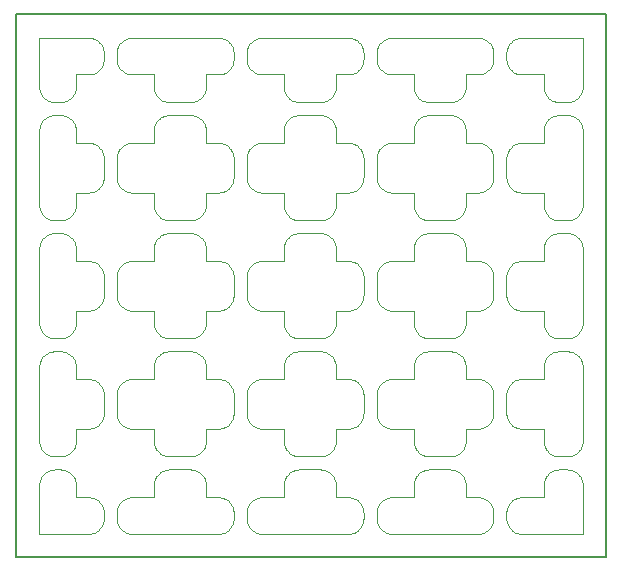
<source format=gbr>
G04 #@! TF.GenerationSoftware,KiCad,Pcbnew,5.0.2-bee76a0~70~ubuntu18.04.1*
G04 #@! TF.CreationDate,2020-02-27T14:19:30+01:00*
G04 #@! TF.ProjectId,output.load_cell_panel,6f757470-7574-42e6-9c6f-61645f63656c,rev?*
G04 #@! TF.SameCoordinates,Original*
G04 #@! TF.FileFunction,Profile,NP*
%FSLAX46Y46*%
G04 Gerber Fmt 4.6, Leading zero omitted, Abs format (unit mm)*
G04 Created by KiCad (PCBNEW 5.0.2-bee76a0~70~ubuntu18.04.1) date Thu 27 Feb 2020 02:19:30 PM CET*
%MOMM*%
%LPD*%
G01*
G04 APERTURE LIST*
%ADD10C,0.150000*%
%ADD11C,0.100000*%
G04 APERTURE END LIST*
D10*
X125000000Y-111000000D02*
X125000000Y-65000000D01*
X175000000Y-111000000D02*
X125000000Y-111000000D01*
X175000000Y-65000000D02*
X175000000Y-111000000D01*
X125000000Y-65000000D02*
X175000000Y-65000000D01*
D11*
X141100000Y-71199998D02*
X141100000Y-70100000D01*
X141100000Y-74800002D02*
X141100000Y-75900000D01*
X136700000Y-74800002D02*
X136700000Y-75900000D01*
X136700000Y-71199998D02*
X136700000Y-70100000D01*
X136700000Y-71199998D02*
X136707687Y-71299702D01*
X141100000Y-71199998D02*
X141092313Y-71299702D01*
X136707687Y-71299702D02*
X136723015Y-71398520D01*
X141092313Y-71299702D02*
X141076985Y-71398520D01*
X136723015Y-71398520D02*
X136745893Y-71495867D01*
X141076985Y-71398520D02*
X141054107Y-71495867D01*
X136745893Y-71495867D02*
X136776186Y-71591167D01*
X141054107Y-71495867D02*
X141023814Y-71591167D01*
X136776186Y-71591167D02*
X136813715Y-71683857D01*
X141023814Y-71591167D02*
X140986285Y-71683857D01*
X136813715Y-71683857D02*
X136858258Y-71773388D01*
X140986285Y-71683857D02*
X140941742Y-71773388D01*
X136858258Y-71773388D02*
X136909551Y-71859230D01*
X140941742Y-71773388D02*
X140890449Y-71859230D01*
X136909551Y-71859230D02*
X136967291Y-71940875D01*
X140890449Y-71859230D02*
X140832709Y-71940875D01*
X136967291Y-71940875D02*
X137031136Y-72017840D01*
X140832709Y-71940875D02*
X140768864Y-72017840D01*
X137031136Y-72017840D02*
X137100708Y-72089670D01*
X140768864Y-72017840D02*
X140699292Y-72089670D01*
X137100708Y-72089670D02*
X137175595Y-72155940D01*
X140699292Y-72089670D02*
X140624405Y-72155940D01*
X137175595Y-72155940D02*
X137255354Y-72216258D01*
X140624405Y-72155940D02*
X140544646Y-72216258D01*
X137255354Y-72216258D02*
X137339513Y-72270267D01*
X140544646Y-72216258D02*
X140460487Y-72270267D01*
X137339513Y-72270267D02*
X137427574Y-72317647D01*
X140460487Y-72270267D02*
X140372426Y-72317647D01*
X137427574Y-72317647D02*
X137519016Y-72358118D01*
X140372426Y-72317647D02*
X140280984Y-72358118D01*
X137519016Y-72358118D02*
X137613298Y-72391440D01*
X140280984Y-72358118D02*
X140186702Y-72391440D01*
X137613298Y-72391440D02*
X137709862Y-72417416D01*
X140186702Y-72391440D02*
X140090138Y-72417416D01*
X137709862Y-72417416D02*
X137808137Y-72435893D01*
X140090138Y-72417416D02*
X139991863Y-72435893D01*
X137808137Y-72435893D02*
X137907542Y-72446761D01*
X139991863Y-72435893D02*
X139892458Y-72446761D01*
X137907542Y-72446761D02*
X138007488Y-72449956D01*
X139892458Y-72446761D02*
X139792512Y-72449956D01*
X139792512Y-72449956D02*
X138007488Y-72449956D01*
X136700000Y-74800002D02*
X136707687Y-74700298D01*
X141100000Y-74800002D02*
X141092313Y-74700298D01*
X136707687Y-74700298D02*
X136723015Y-74601480D01*
X141092313Y-74700298D02*
X141076985Y-74601480D01*
X136723015Y-74601480D02*
X136745893Y-74504133D01*
X141076985Y-74601480D02*
X141054107Y-74504133D01*
X136745893Y-74504133D02*
X136776186Y-74408833D01*
X141054107Y-74504133D02*
X141023814Y-74408833D01*
X136776186Y-74408833D02*
X136813715Y-74316143D01*
X141023814Y-74408833D02*
X140986285Y-74316143D01*
X136813715Y-74316143D02*
X136858258Y-74226612D01*
X140986285Y-74316143D02*
X140941742Y-74226612D01*
X136858258Y-74226612D02*
X136909551Y-74140770D01*
X140941742Y-74226612D02*
X140890449Y-74140770D01*
X136909551Y-74140770D02*
X136967291Y-74059125D01*
X140890449Y-74140770D02*
X140832709Y-74059125D01*
X136967291Y-74059125D02*
X137031136Y-73982160D01*
X140832709Y-74059125D02*
X140768864Y-73982160D01*
X137031136Y-73982160D02*
X137100708Y-73910330D01*
X140768864Y-73982160D02*
X140699292Y-73910330D01*
X137100708Y-73910330D02*
X137175595Y-73844060D01*
X140699292Y-73910330D02*
X140624405Y-73844060D01*
X137175595Y-73844060D02*
X137255354Y-73783742D01*
X140624405Y-73844060D02*
X140544646Y-73783742D01*
X137255354Y-73783742D02*
X137339513Y-73729733D01*
X140544646Y-73783742D02*
X140460487Y-73729733D01*
X137339513Y-73729733D02*
X137427574Y-73682353D01*
X140460487Y-73729733D02*
X140372426Y-73682353D01*
X137427574Y-73682353D02*
X137519016Y-73641882D01*
X140372426Y-73682353D02*
X140280984Y-73641882D01*
X137519016Y-73641882D02*
X137613298Y-73608560D01*
X140280984Y-73641882D02*
X140186702Y-73608560D01*
X137613298Y-73608560D02*
X137709862Y-73582584D01*
X140186702Y-73608560D02*
X140090138Y-73582584D01*
X137709862Y-73582584D02*
X137808137Y-73564107D01*
X140090138Y-73582584D02*
X139991863Y-73564107D01*
X137808137Y-73564107D02*
X137907542Y-73553239D01*
X139991863Y-73564107D02*
X139892458Y-73553239D01*
X137907542Y-73553239D02*
X138007488Y-73550044D01*
X139892458Y-73553239D02*
X139792512Y-73550044D01*
X139792512Y-73550044D02*
X138007488Y-73550044D01*
X152100000Y-71199998D02*
X152100000Y-70100000D01*
X152100000Y-74800002D02*
X152100000Y-75900000D01*
X147700000Y-74800002D02*
X147700000Y-75900000D01*
X147700000Y-71199998D02*
X147700000Y-70100000D01*
X147700000Y-71199998D02*
X147707687Y-71299702D01*
X152100000Y-71199998D02*
X152092313Y-71299702D01*
X147707687Y-71299702D02*
X147723015Y-71398520D01*
X152092313Y-71299702D02*
X152076985Y-71398520D01*
X147723015Y-71398520D02*
X147745893Y-71495867D01*
X152076985Y-71398520D02*
X152054107Y-71495867D01*
X147745893Y-71495867D02*
X147776186Y-71591167D01*
X152054107Y-71495867D02*
X152023814Y-71591167D01*
X147776186Y-71591167D02*
X147813715Y-71683857D01*
X152023814Y-71591167D02*
X151986285Y-71683857D01*
X147813715Y-71683857D02*
X147858258Y-71773388D01*
X151986285Y-71683857D02*
X151941742Y-71773388D01*
X147858258Y-71773388D02*
X147909551Y-71859230D01*
X151941742Y-71773388D02*
X151890449Y-71859230D01*
X147909551Y-71859230D02*
X147967291Y-71940875D01*
X151890449Y-71859230D02*
X151832709Y-71940875D01*
X147967291Y-71940875D02*
X148031136Y-72017840D01*
X151832709Y-71940875D02*
X151768864Y-72017840D01*
X148031136Y-72017840D02*
X148100708Y-72089670D01*
X151768864Y-72017840D02*
X151699292Y-72089670D01*
X148100708Y-72089670D02*
X148175595Y-72155940D01*
X151699292Y-72089670D02*
X151624405Y-72155940D01*
X148175595Y-72155940D02*
X148255354Y-72216258D01*
X151624405Y-72155940D02*
X151544646Y-72216258D01*
X148255354Y-72216258D02*
X148339513Y-72270267D01*
X151544646Y-72216258D02*
X151460487Y-72270267D01*
X148339513Y-72270267D02*
X148427574Y-72317647D01*
X151460487Y-72270267D02*
X151372426Y-72317647D01*
X148427574Y-72317647D02*
X148519016Y-72358118D01*
X151372426Y-72317647D02*
X151280984Y-72358118D01*
X148519016Y-72358118D02*
X148613298Y-72391440D01*
X151280984Y-72358118D02*
X151186702Y-72391440D01*
X148613298Y-72391440D02*
X148709862Y-72417416D01*
X151186702Y-72391440D02*
X151090138Y-72417416D01*
X148709862Y-72417416D02*
X148808137Y-72435893D01*
X151090138Y-72417416D02*
X150991863Y-72435893D01*
X148808137Y-72435893D02*
X148907542Y-72446761D01*
X150991863Y-72435893D02*
X150892458Y-72446761D01*
X148907542Y-72446761D02*
X149007488Y-72449956D01*
X150892458Y-72446761D02*
X150792512Y-72449956D01*
X150792512Y-72449956D02*
X149007488Y-72449956D01*
X147700000Y-74800002D02*
X147707687Y-74700298D01*
X152100000Y-74800002D02*
X152092313Y-74700298D01*
X147707687Y-74700298D02*
X147723015Y-74601480D01*
X152092313Y-74700298D02*
X152076985Y-74601480D01*
X147723015Y-74601480D02*
X147745893Y-74504133D01*
X152076985Y-74601480D02*
X152054107Y-74504133D01*
X147745893Y-74504133D02*
X147776186Y-74408833D01*
X152054107Y-74504133D02*
X152023814Y-74408833D01*
X147776186Y-74408833D02*
X147813715Y-74316143D01*
X152023814Y-74408833D02*
X151986285Y-74316143D01*
X147813715Y-74316143D02*
X147858258Y-74226612D01*
X151986285Y-74316143D02*
X151941742Y-74226612D01*
X147858258Y-74226612D02*
X147909551Y-74140770D01*
X151941742Y-74226612D02*
X151890449Y-74140770D01*
X147909551Y-74140770D02*
X147967291Y-74059125D01*
X151890449Y-74140770D02*
X151832709Y-74059125D01*
X147967291Y-74059125D02*
X148031136Y-73982160D01*
X151832709Y-74059125D02*
X151768864Y-73982160D01*
X148031136Y-73982160D02*
X148100708Y-73910330D01*
X151768864Y-73982160D02*
X151699292Y-73910330D01*
X148100708Y-73910330D02*
X148175595Y-73844060D01*
X151699292Y-73910330D02*
X151624405Y-73844060D01*
X148175595Y-73844060D02*
X148255354Y-73783742D01*
X151624405Y-73844060D02*
X151544646Y-73783742D01*
X148255354Y-73783742D02*
X148339513Y-73729733D01*
X151544646Y-73783742D02*
X151460487Y-73729733D01*
X148339513Y-73729733D02*
X148427574Y-73682353D01*
X151460487Y-73729733D02*
X151372426Y-73682353D01*
X148427574Y-73682353D02*
X148519016Y-73641882D01*
X151372426Y-73682353D02*
X151280984Y-73641882D01*
X148519016Y-73641882D02*
X148613298Y-73608560D01*
X151280984Y-73641882D02*
X151186702Y-73608560D01*
X148613298Y-73608560D02*
X148709862Y-73582584D01*
X151186702Y-73608560D02*
X151090138Y-73582584D01*
X148709862Y-73582584D02*
X148808137Y-73564107D01*
X151090138Y-73582584D02*
X150991863Y-73564107D01*
X148808137Y-73564107D02*
X148907542Y-73553239D01*
X150991863Y-73564107D02*
X150892458Y-73553239D01*
X148907542Y-73553239D02*
X149007488Y-73550044D01*
X150892458Y-73553239D02*
X150792512Y-73550044D01*
X150792512Y-73550044D02*
X149007488Y-73550044D01*
X163100000Y-71199998D02*
X163100000Y-70100000D01*
X163100000Y-74800002D02*
X163100000Y-75900000D01*
X158700000Y-74800002D02*
X158700000Y-75900000D01*
X158700000Y-71199998D02*
X158700000Y-70100000D01*
X158700000Y-71199998D02*
X158707687Y-71299702D01*
X163100000Y-71199998D02*
X163092313Y-71299702D01*
X158707687Y-71299702D02*
X158723015Y-71398520D01*
X163092313Y-71299702D02*
X163076985Y-71398520D01*
X158723015Y-71398520D02*
X158745893Y-71495867D01*
X163076985Y-71398520D02*
X163054107Y-71495867D01*
X158745893Y-71495867D02*
X158776186Y-71591167D01*
X163054107Y-71495867D02*
X163023814Y-71591167D01*
X158776186Y-71591167D02*
X158813715Y-71683857D01*
X163023814Y-71591167D02*
X162986285Y-71683857D01*
X158813715Y-71683857D02*
X158858258Y-71773388D01*
X162986285Y-71683857D02*
X162941742Y-71773388D01*
X158858258Y-71773388D02*
X158909551Y-71859230D01*
X162941742Y-71773388D02*
X162890449Y-71859230D01*
X158909551Y-71859230D02*
X158967291Y-71940875D01*
X162890449Y-71859230D02*
X162832709Y-71940875D01*
X158967291Y-71940875D02*
X159031136Y-72017840D01*
X162832709Y-71940875D02*
X162768864Y-72017840D01*
X159031136Y-72017840D02*
X159100708Y-72089670D01*
X162768864Y-72017840D02*
X162699292Y-72089670D01*
X159100708Y-72089670D02*
X159175595Y-72155940D01*
X162699292Y-72089670D02*
X162624405Y-72155940D01*
X159175595Y-72155940D02*
X159255354Y-72216258D01*
X162624405Y-72155940D02*
X162544646Y-72216258D01*
X159255354Y-72216258D02*
X159339513Y-72270267D01*
X162544646Y-72216258D02*
X162460487Y-72270267D01*
X159339513Y-72270267D02*
X159427574Y-72317647D01*
X162460487Y-72270267D02*
X162372426Y-72317647D01*
X159427574Y-72317647D02*
X159519016Y-72358118D01*
X162372426Y-72317647D02*
X162280984Y-72358118D01*
X159519016Y-72358118D02*
X159613298Y-72391440D01*
X162280984Y-72358118D02*
X162186702Y-72391440D01*
X159613298Y-72391440D02*
X159709862Y-72417416D01*
X162186702Y-72391440D02*
X162090138Y-72417416D01*
X159709862Y-72417416D02*
X159808137Y-72435893D01*
X162090138Y-72417416D02*
X161991863Y-72435893D01*
X159808137Y-72435893D02*
X159907542Y-72446761D01*
X161991863Y-72435893D02*
X161892458Y-72446761D01*
X159907542Y-72446761D02*
X160007488Y-72449956D01*
X161892458Y-72446761D02*
X161792512Y-72449956D01*
X161792512Y-72449956D02*
X160007488Y-72449956D01*
X158700000Y-74800002D02*
X158707687Y-74700298D01*
X163100000Y-74800002D02*
X163092313Y-74700298D01*
X158707687Y-74700298D02*
X158723015Y-74601480D01*
X163092313Y-74700298D02*
X163076985Y-74601480D01*
X158723015Y-74601480D02*
X158745893Y-74504133D01*
X163076985Y-74601480D02*
X163054107Y-74504133D01*
X158745893Y-74504133D02*
X158776186Y-74408833D01*
X163054107Y-74504133D02*
X163023814Y-74408833D01*
X158776186Y-74408833D02*
X158813715Y-74316143D01*
X163023814Y-74408833D02*
X162986285Y-74316143D01*
X158813715Y-74316143D02*
X158858258Y-74226612D01*
X162986285Y-74316143D02*
X162941742Y-74226612D01*
X158858258Y-74226612D02*
X158909551Y-74140770D01*
X162941742Y-74226612D02*
X162890449Y-74140770D01*
X158909551Y-74140770D02*
X158967291Y-74059125D01*
X162890449Y-74140770D02*
X162832709Y-74059125D01*
X158967291Y-74059125D02*
X159031136Y-73982160D01*
X162832709Y-74059125D02*
X162768864Y-73982160D01*
X159031136Y-73982160D02*
X159100708Y-73910330D01*
X162768864Y-73982160D02*
X162699292Y-73910330D01*
X159100708Y-73910330D02*
X159175595Y-73844060D01*
X162699292Y-73910330D02*
X162624405Y-73844060D01*
X159175595Y-73844060D02*
X159255354Y-73783742D01*
X162624405Y-73844060D02*
X162544646Y-73783742D01*
X159255354Y-73783742D02*
X159339513Y-73729733D01*
X162544646Y-73783742D02*
X162460487Y-73729733D01*
X159339513Y-73729733D02*
X159427574Y-73682353D01*
X162460487Y-73729733D02*
X162372426Y-73682353D01*
X159427574Y-73682353D02*
X159519016Y-73641882D01*
X162372426Y-73682353D02*
X162280984Y-73641882D01*
X159519016Y-73641882D02*
X159613298Y-73608560D01*
X162280984Y-73641882D02*
X162186702Y-73608560D01*
X159613298Y-73608560D02*
X159709862Y-73582584D01*
X162186702Y-73608560D02*
X162090138Y-73582584D01*
X159709862Y-73582584D02*
X159808137Y-73564107D01*
X162090138Y-73582584D02*
X161991863Y-73564107D01*
X159808137Y-73564107D02*
X159907542Y-73553239D01*
X161991863Y-73564107D02*
X161892458Y-73553239D01*
X159907542Y-73553239D02*
X160007488Y-73550044D01*
X161892458Y-73553239D02*
X161792512Y-73550044D01*
X161792512Y-73550044D02*
X160007488Y-73550044D01*
X153199998Y-95900000D02*
X152100000Y-95900000D01*
X156799998Y-95900000D02*
X158700000Y-95900000D01*
X156799998Y-100100000D02*
X158700000Y-100100000D01*
X153199998Y-100100000D02*
X152100000Y-100100000D01*
X153199998Y-100100000D02*
X153299702Y-100092313D01*
X153199998Y-95900000D02*
X153299702Y-95907687D01*
X153299702Y-100092313D02*
X153398520Y-100076985D01*
X153299702Y-95907687D02*
X153398520Y-95923015D01*
X153398520Y-100076985D02*
X153495867Y-100054107D01*
X153398520Y-95923015D02*
X153495867Y-95945893D01*
X153495867Y-100054107D02*
X153591167Y-100023814D01*
X153495867Y-95945893D02*
X153591167Y-95976186D01*
X153591167Y-100023814D02*
X153683857Y-99986285D01*
X153591167Y-95976186D02*
X153683857Y-96013715D01*
X153683857Y-99986285D02*
X153773388Y-99941742D01*
X153683857Y-96013715D02*
X153773388Y-96058258D01*
X153773388Y-99941742D02*
X153859230Y-99890449D01*
X153773388Y-96058258D02*
X153859230Y-96109551D01*
X153859230Y-99890449D02*
X153940875Y-99832709D01*
X153859230Y-96109551D02*
X153940875Y-96167291D01*
X153940875Y-99832709D02*
X154017840Y-99768864D01*
X153940875Y-96167291D02*
X154017840Y-96231136D01*
X154017840Y-99768864D02*
X154089670Y-99699292D01*
X154017840Y-96231136D02*
X154089670Y-96300708D01*
X154089670Y-99699292D02*
X154155940Y-99624405D01*
X154089670Y-96300708D02*
X154155940Y-96375595D01*
X154155940Y-99624405D02*
X154216258Y-99544646D01*
X154155940Y-96375595D02*
X154216258Y-96455354D01*
X154216258Y-99544646D02*
X154270267Y-99460487D01*
X154216258Y-96455354D02*
X154270267Y-96539513D01*
X154270267Y-99460487D02*
X154317647Y-99372426D01*
X154270267Y-96539513D02*
X154317647Y-96627574D01*
X154317647Y-99372426D02*
X154358118Y-99280984D01*
X154317647Y-96627574D02*
X154358118Y-96719016D01*
X154358118Y-99280984D02*
X154391440Y-99186702D01*
X154358118Y-96719016D02*
X154391440Y-96813298D01*
X154391440Y-99186702D02*
X154417416Y-99090138D01*
X154391440Y-96813298D02*
X154417416Y-96909862D01*
X154417416Y-99090138D02*
X154435893Y-98991863D01*
X154417416Y-96909862D02*
X154435893Y-97008137D01*
X154435893Y-98991863D02*
X154446761Y-98892458D01*
X154435893Y-97008137D02*
X154446761Y-97107542D01*
X154446761Y-98892458D02*
X154449956Y-98792512D01*
X154446761Y-97107542D02*
X154449956Y-97207488D01*
X154449956Y-97207488D02*
X154449956Y-98792512D01*
X156799998Y-100100000D02*
X156700294Y-100092313D01*
X156799998Y-95900000D02*
X156700294Y-95907687D01*
X156700294Y-100092313D02*
X156601476Y-100076985D01*
X156700294Y-95907687D02*
X156601476Y-95923015D01*
X156601476Y-100076985D02*
X156504129Y-100054107D01*
X156601476Y-95923015D02*
X156504129Y-95945893D01*
X156504129Y-100054107D02*
X156408829Y-100023814D01*
X156504129Y-95945893D02*
X156408829Y-95976186D01*
X156408829Y-100023814D02*
X156316139Y-99986285D01*
X156408829Y-95976186D02*
X156316139Y-96013715D01*
X156316139Y-99986285D02*
X156226608Y-99941742D01*
X156316139Y-96013715D02*
X156226608Y-96058258D01*
X156226608Y-99941742D02*
X156140766Y-99890449D01*
X156226608Y-96058258D02*
X156140766Y-96109551D01*
X156140766Y-99890449D02*
X156059121Y-99832709D01*
X156140766Y-96109551D02*
X156059121Y-96167291D01*
X156059121Y-99832709D02*
X155982156Y-99768864D01*
X156059121Y-96167291D02*
X155982156Y-96231136D01*
X155982156Y-99768864D02*
X155910326Y-99699292D01*
X155982156Y-96231136D02*
X155910326Y-96300708D01*
X155910326Y-99699292D02*
X155844056Y-99624405D01*
X155910326Y-96300708D02*
X155844056Y-96375595D01*
X155844056Y-99624405D02*
X155783738Y-99544646D01*
X155844056Y-96375595D02*
X155783738Y-96455354D01*
X155783738Y-99544646D02*
X155729729Y-99460487D01*
X155783738Y-96455354D02*
X155729729Y-96539513D01*
X155729729Y-99460487D02*
X155682349Y-99372426D01*
X155729729Y-96539513D02*
X155682349Y-96627574D01*
X155682349Y-99372426D02*
X155641878Y-99280984D01*
X155682349Y-96627574D02*
X155641878Y-96719016D01*
X155641878Y-99280984D02*
X155608556Y-99186702D01*
X155641878Y-96719016D02*
X155608556Y-96813298D01*
X155608556Y-99186702D02*
X155582580Y-99090138D01*
X155608556Y-96813298D02*
X155582580Y-96909862D01*
X155582580Y-99090138D02*
X155564103Y-98991863D01*
X155582580Y-96909862D02*
X155564103Y-97008137D01*
X155564103Y-98991863D02*
X155553235Y-98892458D01*
X155564103Y-97008137D02*
X155553235Y-97107542D01*
X155553235Y-98892458D02*
X155550040Y-98792512D01*
X155553235Y-97107542D02*
X155550040Y-97207488D01*
X155550040Y-97207488D02*
X155550040Y-98792512D01*
X153199998Y-85900000D02*
X152100000Y-85900000D01*
X156799998Y-85900000D02*
X158700000Y-85900000D01*
X156799998Y-90100000D02*
X158700000Y-90100000D01*
X153199998Y-90100000D02*
X152100000Y-90100000D01*
X153199998Y-90100000D02*
X153299702Y-90092313D01*
X153199998Y-85900000D02*
X153299702Y-85907687D01*
X153299702Y-90092313D02*
X153398520Y-90076985D01*
X153299702Y-85907687D02*
X153398520Y-85923015D01*
X153398520Y-90076985D02*
X153495867Y-90054107D01*
X153398520Y-85923015D02*
X153495867Y-85945893D01*
X153495867Y-90054107D02*
X153591167Y-90023814D01*
X153495867Y-85945893D02*
X153591167Y-85976186D01*
X153591167Y-90023814D02*
X153683857Y-89986285D01*
X153591167Y-85976186D02*
X153683857Y-86013715D01*
X153683857Y-89986285D02*
X153773388Y-89941742D01*
X153683857Y-86013715D02*
X153773388Y-86058258D01*
X153773388Y-89941742D02*
X153859230Y-89890449D01*
X153773388Y-86058258D02*
X153859230Y-86109551D01*
X153859230Y-89890449D02*
X153940875Y-89832709D01*
X153859230Y-86109551D02*
X153940875Y-86167291D01*
X153940875Y-89832709D02*
X154017840Y-89768864D01*
X153940875Y-86167291D02*
X154017840Y-86231136D01*
X154017840Y-89768864D02*
X154089670Y-89699292D01*
X154017840Y-86231136D02*
X154089670Y-86300708D01*
X154089670Y-89699292D02*
X154155940Y-89624405D01*
X154089670Y-86300708D02*
X154155940Y-86375595D01*
X154155940Y-89624405D02*
X154216258Y-89544646D01*
X154155940Y-86375595D02*
X154216258Y-86455354D01*
X154216258Y-89544646D02*
X154270267Y-89460487D01*
X154216258Y-86455354D02*
X154270267Y-86539513D01*
X154270267Y-89460487D02*
X154317647Y-89372426D01*
X154270267Y-86539513D02*
X154317647Y-86627574D01*
X154317647Y-89372426D02*
X154358118Y-89280984D01*
X154317647Y-86627574D02*
X154358118Y-86719016D01*
X154358118Y-89280984D02*
X154391440Y-89186702D01*
X154358118Y-86719016D02*
X154391440Y-86813298D01*
X154391440Y-89186702D02*
X154417416Y-89090138D01*
X154391440Y-86813298D02*
X154417416Y-86909862D01*
X154417416Y-89090138D02*
X154435893Y-88991863D01*
X154417416Y-86909862D02*
X154435893Y-87008137D01*
X154435893Y-88991863D02*
X154446761Y-88892458D01*
X154435893Y-87008137D02*
X154446761Y-87107542D01*
X154446761Y-88892458D02*
X154449956Y-88792512D01*
X154446761Y-87107542D02*
X154449956Y-87207488D01*
X154449956Y-87207488D02*
X154449956Y-88792512D01*
X156799998Y-90100000D02*
X156700294Y-90092313D01*
X156799998Y-85900000D02*
X156700294Y-85907687D01*
X156700294Y-90092313D02*
X156601476Y-90076985D01*
X156700294Y-85907687D02*
X156601476Y-85923015D01*
X156601476Y-90076985D02*
X156504129Y-90054107D01*
X156601476Y-85923015D02*
X156504129Y-85945893D01*
X156504129Y-90054107D02*
X156408829Y-90023814D01*
X156504129Y-85945893D02*
X156408829Y-85976186D01*
X156408829Y-90023814D02*
X156316139Y-89986285D01*
X156408829Y-85976186D02*
X156316139Y-86013715D01*
X156316139Y-89986285D02*
X156226608Y-89941742D01*
X156316139Y-86013715D02*
X156226608Y-86058258D01*
X156226608Y-89941742D02*
X156140766Y-89890449D01*
X156226608Y-86058258D02*
X156140766Y-86109551D01*
X156140766Y-89890449D02*
X156059121Y-89832709D01*
X156140766Y-86109551D02*
X156059121Y-86167291D01*
X156059121Y-89832709D02*
X155982156Y-89768864D01*
X156059121Y-86167291D02*
X155982156Y-86231136D01*
X155982156Y-89768864D02*
X155910326Y-89699292D01*
X155982156Y-86231136D02*
X155910326Y-86300708D01*
X155910326Y-89699292D02*
X155844056Y-89624405D01*
X155910326Y-86300708D02*
X155844056Y-86375595D01*
X155844056Y-89624405D02*
X155783738Y-89544646D01*
X155844056Y-86375595D02*
X155783738Y-86455354D01*
X155783738Y-89544646D02*
X155729729Y-89460487D01*
X155783738Y-86455354D02*
X155729729Y-86539513D01*
X155729729Y-89460487D02*
X155682349Y-89372426D01*
X155729729Y-86539513D02*
X155682349Y-86627574D01*
X155682349Y-89372426D02*
X155641878Y-89280984D01*
X155682349Y-86627574D02*
X155641878Y-86719016D01*
X155641878Y-89280984D02*
X155608556Y-89186702D01*
X155641878Y-86719016D02*
X155608556Y-86813298D01*
X155608556Y-89186702D02*
X155582580Y-89090138D01*
X155608556Y-86813298D02*
X155582580Y-86909862D01*
X155582580Y-89090138D02*
X155564103Y-88991863D01*
X155582580Y-86909862D02*
X155564103Y-87008137D01*
X155564103Y-88991863D02*
X155553235Y-88892458D01*
X155564103Y-87008137D02*
X155553235Y-87107542D01*
X155553235Y-88892458D02*
X155550040Y-88792512D01*
X155553235Y-87107542D02*
X155550040Y-87207488D01*
X155550040Y-87207488D02*
X155550040Y-88792512D01*
X134799998Y-90100000D02*
X136700000Y-90100000D01*
X131199998Y-90100000D02*
X130100000Y-90100000D01*
X131199998Y-85900000D02*
X130100000Y-85900000D01*
X134799998Y-85900000D02*
X136700000Y-85900000D01*
X134799998Y-85900000D02*
X134700294Y-85907687D01*
X134799998Y-90100000D02*
X134700294Y-90092313D01*
X134700294Y-85907687D02*
X134601476Y-85923015D01*
X134700294Y-90092313D02*
X134601476Y-90076985D01*
X134601476Y-85923015D02*
X134504129Y-85945893D01*
X134601476Y-90076985D02*
X134504129Y-90054107D01*
X134504129Y-85945893D02*
X134408829Y-85976186D01*
X134504129Y-90054107D02*
X134408829Y-90023814D01*
X134408829Y-85976186D02*
X134316139Y-86013715D01*
X134408829Y-90023814D02*
X134316139Y-89986285D01*
X134316139Y-86013715D02*
X134226608Y-86058258D01*
X134316139Y-89986285D02*
X134226608Y-89941742D01*
X134226608Y-86058258D02*
X134140766Y-86109551D01*
X134226608Y-89941742D02*
X134140766Y-89890449D01*
X134140766Y-86109551D02*
X134059121Y-86167291D01*
X134140766Y-89890449D02*
X134059121Y-89832709D01*
X134059121Y-86167291D02*
X133982156Y-86231136D01*
X134059121Y-89832709D02*
X133982156Y-89768864D01*
X133982156Y-86231136D02*
X133910326Y-86300708D01*
X133982156Y-89768864D02*
X133910326Y-89699292D01*
X133910326Y-86300708D02*
X133844056Y-86375595D01*
X133910326Y-89699292D02*
X133844056Y-89624405D01*
X133844056Y-86375595D02*
X133783738Y-86455354D01*
X133844056Y-89624405D02*
X133783738Y-89544646D01*
X133783738Y-86455354D02*
X133729729Y-86539513D01*
X133783738Y-89544646D02*
X133729729Y-89460487D01*
X133729729Y-86539513D02*
X133682349Y-86627574D01*
X133729729Y-89460487D02*
X133682349Y-89372426D01*
X133682349Y-86627574D02*
X133641878Y-86719016D01*
X133682349Y-89372426D02*
X133641878Y-89280984D01*
X133641878Y-86719016D02*
X133608556Y-86813298D01*
X133641878Y-89280984D02*
X133608556Y-89186702D01*
X133608556Y-86813298D02*
X133582580Y-86909862D01*
X133608556Y-89186702D02*
X133582580Y-89090138D01*
X133582580Y-86909862D02*
X133564103Y-87008137D01*
X133582580Y-89090138D02*
X133564103Y-88991863D01*
X133564103Y-87008137D02*
X133553235Y-87107542D01*
X133564103Y-88991863D02*
X133553235Y-88892458D01*
X133553235Y-87107542D02*
X133550040Y-87207488D01*
X133553235Y-88892458D02*
X133550040Y-88792512D01*
X133550040Y-88792512D02*
X133550040Y-87207488D01*
X131199998Y-85900000D02*
X131299702Y-85907687D01*
X131199998Y-90100000D02*
X131299702Y-90092313D01*
X131299702Y-85907687D02*
X131398520Y-85923015D01*
X131299702Y-90092313D02*
X131398520Y-90076985D01*
X131398520Y-85923015D02*
X131495867Y-85945893D01*
X131398520Y-90076985D02*
X131495867Y-90054107D01*
X131495867Y-85945893D02*
X131591167Y-85976186D01*
X131495867Y-90054107D02*
X131591167Y-90023814D01*
X131591167Y-85976186D02*
X131683857Y-86013715D01*
X131591167Y-90023814D02*
X131683857Y-89986285D01*
X131683857Y-86013715D02*
X131773388Y-86058258D01*
X131683857Y-89986285D02*
X131773388Y-89941742D01*
X131773388Y-86058258D02*
X131859230Y-86109551D01*
X131773388Y-89941742D02*
X131859230Y-89890449D01*
X131859230Y-86109551D02*
X131940875Y-86167291D01*
X131859230Y-89890449D02*
X131940875Y-89832709D01*
X131940875Y-86167291D02*
X132017840Y-86231136D01*
X131940875Y-89832709D02*
X132017840Y-89768864D01*
X132017840Y-86231136D02*
X132089670Y-86300708D01*
X132017840Y-89768864D02*
X132089670Y-89699292D01*
X132089670Y-86300708D02*
X132155940Y-86375595D01*
X132089670Y-89699292D02*
X132155940Y-89624405D01*
X132155940Y-86375595D02*
X132216258Y-86455354D01*
X132155940Y-89624405D02*
X132216258Y-89544646D01*
X132216258Y-86455354D02*
X132270267Y-86539513D01*
X132216258Y-89544646D02*
X132270267Y-89460487D01*
X132270267Y-86539513D02*
X132317647Y-86627574D01*
X132270267Y-89460487D02*
X132317647Y-89372426D01*
X132317647Y-86627574D02*
X132358118Y-86719016D01*
X132317647Y-89372426D02*
X132358118Y-89280984D01*
X132358118Y-86719016D02*
X132391440Y-86813298D01*
X132358118Y-89280984D02*
X132391440Y-89186702D01*
X132391440Y-86813298D02*
X132417416Y-86909862D01*
X132391440Y-89186702D02*
X132417416Y-89090138D01*
X132417416Y-86909862D02*
X132435893Y-87008137D01*
X132417416Y-89090138D02*
X132435893Y-88991863D01*
X132435893Y-87008137D02*
X132446761Y-87107542D01*
X132435893Y-88991863D02*
X132446761Y-88892458D01*
X132446761Y-87107542D02*
X132449956Y-87207488D01*
X132446761Y-88892458D02*
X132449956Y-88792512D01*
X132449956Y-88792512D02*
X132449956Y-87207488D01*
X131199998Y-95900000D02*
X130100000Y-95900000D01*
X134799998Y-95900000D02*
X136700000Y-95900000D01*
X134799998Y-100100000D02*
X136700000Y-100100000D01*
X131199998Y-100100000D02*
X130100000Y-100100000D01*
X131199998Y-100100000D02*
X131299702Y-100092313D01*
X131199998Y-95900000D02*
X131299702Y-95907687D01*
X131299702Y-100092313D02*
X131398520Y-100076985D01*
X131299702Y-95907687D02*
X131398520Y-95923015D01*
X131398520Y-100076985D02*
X131495867Y-100054107D01*
X131398520Y-95923015D02*
X131495867Y-95945893D01*
X131495867Y-100054107D02*
X131591167Y-100023814D01*
X131495867Y-95945893D02*
X131591167Y-95976186D01*
X131591167Y-100023814D02*
X131683857Y-99986285D01*
X131591167Y-95976186D02*
X131683857Y-96013715D01*
X131683857Y-99986285D02*
X131773388Y-99941742D01*
X131683857Y-96013715D02*
X131773388Y-96058258D01*
X131773388Y-99941742D02*
X131859230Y-99890449D01*
X131773388Y-96058258D02*
X131859230Y-96109551D01*
X131859230Y-99890449D02*
X131940875Y-99832709D01*
X131859230Y-96109551D02*
X131940875Y-96167291D01*
X131940875Y-99832709D02*
X132017840Y-99768864D01*
X131940875Y-96167291D02*
X132017840Y-96231136D01*
X132017840Y-99768864D02*
X132089670Y-99699292D01*
X132017840Y-96231136D02*
X132089670Y-96300708D01*
X132089670Y-99699292D02*
X132155940Y-99624405D01*
X132089670Y-96300708D02*
X132155940Y-96375595D01*
X132155940Y-99624405D02*
X132216258Y-99544646D01*
X132155940Y-96375595D02*
X132216258Y-96455354D01*
X132216258Y-99544646D02*
X132270267Y-99460487D01*
X132216258Y-96455354D02*
X132270267Y-96539513D01*
X132270267Y-99460487D02*
X132317647Y-99372426D01*
X132270267Y-96539513D02*
X132317647Y-96627574D01*
X132317647Y-99372426D02*
X132358118Y-99280984D01*
X132317647Y-96627574D02*
X132358118Y-96719016D01*
X132358118Y-99280984D02*
X132391440Y-99186702D01*
X132358118Y-96719016D02*
X132391440Y-96813298D01*
X132391440Y-99186702D02*
X132417416Y-99090138D01*
X132391440Y-96813298D02*
X132417416Y-96909862D01*
X132417416Y-99090138D02*
X132435893Y-98991863D01*
X132417416Y-96909862D02*
X132435893Y-97008137D01*
X132435893Y-98991863D02*
X132446761Y-98892458D01*
X132435893Y-97008137D02*
X132446761Y-97107542D01*
X132446761Y-98892458D02*
X132449956Y-98792512D01*
X132446761Y-97107542D02*
X132449956Y-97207488D01*
X132449956Y-97207488D02*
X132449956Y-98792512D01*
X134799998Y-100100000D02*
X134700294Y-100092313D01*
X134799998Y-95900000D02*
X134700294Y-95907687D01*
X134700294Y-100092313D02*
X134601476Y-100076985D01*
X134700294Y-95907687D02*
X134601476Y-95923015D01*
X134601476Y-100076985D02*
X134504129Y-100054107D01*
X134601476Y-95923015D02*
X134504129Y-95945893D01*
X134504129Y-100054107D02*
X134408829Y-100023814D01*
X134504129Y-95945893D02*
X134408829Y-95976186D01*
X134408829Y-100023814D02*
X134316139Y-99986285D01*
X134408829Y-95976186D02*
X134316139Y-96013715D01*
X134316139Y-99986285D02*
X134226608Y-99941742D01*
X134316139Y-96013715D02*
X134226608Y-96058258D01*
X134226608Y-99941742D02*
X134140766Y-99890449D01*
X134226608Y-96058258D02*
X134140766Y-96109551D01*
X134140766Y-99890449D02*
X134059121Y-99832709D01*
X134140766Y-96109551D02*
X134059121Y-96167291D01*
X134059121Y-99832709D02*
X133982156Y-99768864D01*
X134059121Y-96167291D02*
X133982156Y-96231136D01*
X133982156Y-99768864D02*
X133910326Y-99699292D01*
X133982156Y-96231136D02*
X133910326Y-96300708D01*
X133910326Y-99699292D02*
X133844056Y-99624405D01*
X133910326Y-96300708D02*
X133844056Y-96375595D01*
X133844056Y-99624405D02*
X133783738Y-99544646D01*
X133844056Y-96375595D02*
X133783738Y-96455354D01*
X133783738Y-99544646D02*
X133729729Y-99460487D01*
X133783738Y-96455354D02*
X133729729Y-96539513D01*
X133729729Y-99460487D02*
X133682349Y-99372426D01*
X133729729Y-96539513D02*
X133682349Y-96627574D01*
X133682349Y-99372426D02*
X133641878Y-99280984D01*
X133682349Y-96627574D02*
X133641878Y-96719016D01*
X133641878Y-99280984D02*
X133608556Y-99186702D01*
X133641878Y-96719016D02*
X133608556Y-96813298D01*
X133608556Y-99186702D02*
X133582580Y-99090138D01*
X133608556Y-96813298D02*
X133582580Y-96909862D01*
X133582580Y-99090138D02*
X133564103Y-98991863D01*
X133582580Y-96909862D02*
X133564103Y-97008137D01*
X133564103Y-98991863D02*
X133553235Y-98892458D01*
X133564103Y-97008137D02*
X133553235Y-97107542D01*
X133553235Y-98892458D02*
X133550040Y-98792512D01*
X133553235Y-97107542D02*
X133550040Y-97207488D01*
X133550040Y-97207488D02*
X133550040Y-98792512D01*
X142199998Y-95900000D02*
X141100000Y-95900000D01*
X145799998Y-95900000D02*
X147700000Y-95900000D01*
X145799998Y-100100000D02*
X147700000Y-100100000D01*
X142199998Y-100100000D02*
X141100000Y-100100000D01*
X142199998Y-100100000D02*
X142299702Y-100092313D01*
X142199998Y-95900000D02*
X142299702Y-95907687D01*
X142299702Y-100092313D02*
X142398520Y-100076985D01*
X142299702Y-95907687D02*
X142398520Y-95923015D01*
X142398520Y-100076985D02*
X142495867Y-100054107D01*
X142398520Y-95923015D02*
X142495867Y-95945893D01*
X142495867Y-100054107D02*
X142591167Y-100023814D01*
X142495867Y-95945893D02*
X142591167Y-95976186D01*
X142591167Y-100023814D02*
X142683857Y-99986285D01*
X142591167Y-95976186D02*
X142683857Y-96013715D01*
X142683857Y-99986285D02*
X142773388Y-99941742D01*
X142683857Y-96013715D02*
X142773388Y-96058258D01*
X142773388Y-99941742D02*
X142859230Y-99890449D01*
X142773388Y-96058258D02*
X142859230Y-96109551D01*
X142859230Y-99890449D02*
X142940875Y-99832709D01*
X142859230Y-96109551D02*
X142940875Y-96167291D01*
X142940875Y-99832709D02*
X143017840Y-99768864D01*
X142940875Y-96167291D02*
X143017840Y-96231136D01*
X143017840Y-99768864D02*
X143089670Y-99699292D01*
X143017840Y-96231136D02*
X143089670Y-96300708D01*
X143089670Y-99699292D02*
X143155940Y-99624405D01*
X143089670Y-96300708D02*
X143155940Y-96375595D01*
X143155940Y-99624405D02*
X143216258Y-99544646D01*
X143155940Y-96375595D02*
X143216258Y-96455354D01*
X143216258Y-99544646D02*
X143270267Y-99460487D01*
X143216258Y-96455354D02*
X143270267Y-96539513D01*
X143270267Y-99460487D02*
X143317647Y-99372426D01*
X143270267Y-96539513D02*
X143317647Y-96627574D01*
X143317647Y-99372426D02*
X143358118Y-99280984D01*
X143317647Y-96627574D02*
X143358118Y-96719016D01*
X143358118Y-99280984D02*
X143391440Y-99186702D01*
X143358118Y-96719016D02*
X143391440Y-96813298D01*
X143391440Y-99186702D02*
X143417416Y-99090138D01*
X143391440Y-96813298D02*
X143417416Y-96909862D01*
X143417416Y-99090138D02*
X143435893Y-98991863D01*
X143417416Y-96909862D02*
X143435893Y-97008137D01*
X143435893Y-98991863D02*
X143446761Y-98892458D01*
X143435893Y-97008137D02*
X143446761Y-97107542D01*
X143446761Y-98892458D02*
X143449956Y-98792512D01*
X143446761Y-97107542D02*
X143449956Y-97207488D01*
X143449956Y-97207488D02*
X143449956Y-98792512D01*
X145799998Y-100100000D02*
X145700294Y-100092313D01*
X145799998Y-95900000D02*
X145700294Y-95907687D01*
X145700294Y-100092313D02*
X145601476Y-100076985D01*
X145700294Y-95907687D02*
X145601476Y-95923015D01*
X145601476Y-100076985D02*
X145504129Y-100054107D01*
X145601476Y-95923015D02*
X145504129Y-95945893D01*
X145504129Y-100054107D02*
X145408829Y-100023814D01*
X145504129Y-95945893D02*
X145408829Y-95976186D01*
X145408829Y-100023814D02*
X145316139Y-99986285D01*
X145408829Y-95976186D02*
X145316139Y-96013715D01*
X145316139Y-99986285D02*
X145226608Y-99941742D01*
X145316139Y-96013715D02*
X145226608Y-96058258D01*
X145226608Y-99941742D02*
X145140766Y-99890449D01*
X145226608Y-96058258D02*
X145140766Y-96109551D01*
X145140766Y-99890449D02*
X145059121Y-99832709D01*
X145140766Y-96109551D02*
X145059121Y-96167291D01*
X145059121Y-99832709D02*
X144982156Y-99768864D01*
X145059121Y-96167291D02*
X144982156Y-96231136D01*
X144982156Y-99768864D02*
X144910326Y-99699292D01*
X144982156Y-96231136D02*
X144910326Y-96300708D01*
X144910326Y-99699292D02*
X144844056Y-99624405D01*
X144910326Y-96300708D02*
X144844056Y-96375595D01*
X144844056Y-99624405D02*
X144783738Y-99544646D01*
X144844056Y-96375595D02*
X144783738Y-96455354D01*
X144783738Y-99544646D02*
X144729729Y-99460487D01*
X144783738Y-96455354D02*
X144729729Y-96539513D01*
X144729729Y-99460487D02*
X144682349Y-99372426D01*
X144729729Y-96539513D02*
X144682349Y-96627574D01*
X144682349Y-99372426D02*
X144641878Y-99280984D01*
X144682349Y-96627574D02*
X144641878Y-96719016D01*
X144641878Y-99280984D02*
X144608556Y-99186702D01*
X144641878Y-96719016D02*
X144608556Y-96813298D01*
X144608556Y-99186702D02*
X144582580Y-99090138D01*
X144608556Y-96813298D02*
X144582580Y-96909862D01*
X144582580Y-99090138D02*
X144564103Y-98991863D01*
X144582580Y-96909862D02*
X144564103Y-97008137D01*
X144564103Y-98991863D02*
X144553235Y-98892458D01*
X144564103Y-97008137D02*
X144553235Y-97107542D01*
X144553235Y-98892458D02*
X144550040Y-98792512D01*
X144553235Y-97107542D02*
X144550040Y-97207488D01*
X144550040Y-97207488D02*
X144550040Y-98792512D01*
X142199998Y-85900000D02*
X141100000Y-85900000D01*
X145799998Y-85900000D02*
X147700000Y-85900000D01*
X145799998Y-90100000D02*
X147700000Y-90100000D01*
X142199998Y-90100000D02*
X141100000Y-90100000D01*
X142199998Y-90100000D02*
X142299702Y-90092313D01*
X142199998Y-85900000D02*
X142299702Y-85907687D01*
X142299702Y-90092313D02*
X142398520Y-90076985D01*
X142299702Y-85907687D02*
X142398520Y-85923015D01*
X142398520Y-90076985D02*
X142495867Y-90054107D01*
X142398520Y-85923015D02*
X142495867Y-85945893D01*
X142495867Y-90054107D02*
X142591167Y-90023814D01*
X142495867Y-85945893D02*
X142591167Y-85976186D01*
X142591167Y-90023814D02*
X142683857Y-89986285D01*
X142591167Y-85976186D02*
X142683857Y-86013715D01*
X142683857Y-89986285D02*
X142773388Y-89941742D01*
X142683857Y-86013715D02*
X142773388Y-86058258D01*
X142773388Y-89941742D02*
X142859230Y-89890449D01*
X142773388Y-86058258D02*
X142859230Y-86109551D01*
X142859230Y-89890449D02*
X142940875Y-89832709D01*
X142859230Y-86109551D02*
X142940875Y-86167291D01*
X142940875Y-89832709D02*
X143017840Y-89768864D01*
X142940875Y-86167291D02*
X143017840Y-86231136D01*
X143017840Y-89768864D02*
X143089670Y-89699292D01*
X143017840Y-86231136D02*
X143089670Y-86300708D01*
X143089670Y-89699292D02*
X143155940Y-89624405D01*
X143089670Y-86300708D02*
X143155940Y-86375595D01*
X143155940Y-89624405D02*
X143216258Y-89544646D01*
X143155940Y-86375595D02*
X143216258Y-86455354D01*
X143216258Y-89544646D02*
X143270267Y-89460487D01*
X143216258Y-86455354D02*
X143270267Y-86539513D01*
X143270267Y-89460487D02*
X143317647Y-89372426D01*
X143270267Y-86539513D02*
X143317647Y-86627574D01*
X143317647Y-89372426D02*
X143358118Y-89280984D01*
X143317647Y-86627574D02*
X143358118Y-86719016D01*
X143358118Y-89280984D02*
X143391440Y-89186702D01*
X143358118Y-86719016D02*
X143391440Y-86813298D01*
X143391440Y-89186702D02*
X143417416Y-89090138D01*
X143391440Y-86813298D02*
X143417416Y-86909862D01*
X143417416Y-89090138D02*
X143435893Y-88991863D01*
X143417416Y-86909862D02*
X143435893Y-87008137D01*
X143435893Y-88991863D02*
X143446761Y-88892458D01*
X143435893Y-87008137D02*
X143446761Y-87107542D01*
X143446761Y-88892458D02*
X143449956Y-88792512D01*
X143446761Y-87107542D02*
X143449956Y-87207488D01*
X143449956Y-87207488D02*
X143449956Y-88792512D01*
X145799998Y-90100000D02*
X145700294Y-90092313D01*
X145799998Y-85900000D02*
X145700294Y-85907687D01*
X145700294Y-90092313D02*
X145601476Y-90076985D01*
X145700294Y-85907687D02*
X145601476Y-85923015D01*
X145601476Y-90076985D02*
X145504129Y-90054107D01*
X145601476Y-85923015D02*
X145504129Y-85945893D01*
X145504129Y-90054107D02*
X145408829Y-90023814D01*
X145504129Y-85945893D02*
X145408829Y-85976186D01*
X145408829Y-90023814D02*
X145316139Y-89986285D01*
X145408829Y-85976186D02*
X145316139Y-86013715D01*
X145316139Y-89986285D02*
X145226608Y-89941742D01*
X145316139Y-86013715D02*
X145226608Y-86058258D01*
X145226608Y-89941742D02*
X145140766Y-89890449D01*
X145226608Y-86058258D02*
X145140766Y-86109551D01*
X145140766Y-89890449D02*
X145059121Y-89832709D01*
X145140766Y-86109551D02*
X145059121Y-86167291D01*
X145059121Y-89832709D02*
X144982156Y-89768864D01*
X145059121Y-86167291D02*
X144982156Y-86231136D01*
X144982156Y-89768864D02*
X144910326Y-89699292D01*
X144982156Y-86231136D02*
X144910326Y-86300708D01*
X144910326Y-89699292D02*
X144844056Y-89624405D01*
X144910326Y-86300708D02*
X144844056Y-86375595D01*
X144844056Y-89624405D02*
X144783738Y-89544646D01*
X144844056Y-86375595D02*
X144783738Y-86455354D01*
X144783738Y-89544646D02*
X144729729Y-89460487D01*
X144783738Y-86455354D02*
X144729729Y-86539513D01*
X144729729Y-89460487D02*
X144682349Y-89372426D01*
X144729729Y-86539513D02*
X144682349Y-86627574D01*
X144682349Y-89372426D02*
X144641878Y-89280984D01*
X144682349Y-86627574D02*
X144641878Y-86719016D01*
X144641878Y-89280984D02*
X144608556Y-89186702D01*
X144641878Y-86719016D02*
X144608556Y-86813298D01*
X144608556Y-89186702D02*
X144582580Y-89090138D01*
X144608556Y-86813298D02*
X144582580Y-86909862D01*
X144582580Y-89090138D02*
X144564103Y-88991863D01*
X144582580Y-86909862D02*
X144564103Y-87008137D01*
X144564103Y-88991863D02*
X144553235Y-88892458D01*
X144564103Y-87008137D02*
X144553235Y-87107542D01*
X144553235Y-88892458D02*
X144550040Y-88792512D01*
X144553235Y-87107542D02*
X144550040Y-87207488D01*
X144550040Y-87207488D02*
X144550040Y-88792512D01*
X141100000Y-101199998D02*
X141100000Y-100100000D01*
X141100000Y-104800002D02*
X141100000Y-105900000D01*
X136700000Y-104800002D02*
X136700000Y-105900000D01*
X136700000Y-101199998D02*
X136700000Y-100100000D01*
X136700000Y-101199998D02*
X136707687Y-101299702D01*
X141100000Y-101199998D02*
X141092313Y-101299702D01*
X136707687Y-101299702D02*
X136723015Y-101398520D01*
X141092313Y-101299702D02*
X141076985Y-101398520D01*
X136723015Y-101398520D02*
X136745893Y-101495867D01*
X141076985Y-101398520D02*
X141054107Y-101495867D01*
X136745893Y-101495867D02*
X136776186Y-101591167D01*
X141054107Y-101495867D02*
X141023814Y-101591167D01*
X136776186Y-101591167D02*
X136813715Y-101683857D01*
X141023814Y-101591167D02*
X140986285Y-101683857D01*
X136813715Y-101683857D02*
X136858258Y-101773388D01*
X140986285Y-101683857D02*
X140941742Y-101773388D01*
X136858258Y-101773388D02*
X136909551Y-101859230D01*
X140941742Y-101773388D02*
X140890449Y-101859230D01*
X136909551Y-101859230D02*
X136967291Y-101940875D01*
X140890449Y-101859230D02*
X140832709Y-101940875D01*
X136967291Y-101940875D02*
X137031136Y-102017840D01*
X140832709Y-101940875D02*
X140768864Y-102017840D01*
X137031136Y-102017840D02*
X137100708Y-102089670D01*
X140768864Y-102017840D02*
X140699292Y-102089670D01*
X137100708Y-102089670D02*
X137175595Y-102155940D01*
X140699292Y-102089670D02*
X140624405Y-102155940D01*
X137175595Y-102155940D02*
X137255354Y-102216258D01*
X140624405Y-102155940D02*
X140544646Y-102216258D01*
X137255354Y-102216258D02*
X137339513Y-102270267D01*
X140544646Y-102216258D02*
X140460487Y-102270267D01*
X137339513Y-102270267D02*
X137427574Y-102317647D01*
X140460487Y-102270267D02*
X140372426Y-102317647D01*
X137427574Y-102317647D02*
X137519016Y-102358118D01*
X140372426Y-102317647D02*
X140280984Y-102358118D01*
X137519016Y-102358118D02*
X137613298Y-102391440D01*
X140280984Y-102358118D02*
X140186702Y-102391440D01*
X137613298Y-102391440D02*
X137709862Y-102417416D01*
X140186702Y-102391440D02*
X140090138Y-102417416D01*
X137709862Y-102417416D02*
X137808137Y-102435893D01*
X140090138Y-102417416D02*
X139991863Y-102435893D01*
X137808137Y-102435893D02*
X137907542Y-102446761D01*
X139991863Y-102435893D02*
X139892458Y-102446761D01*
X137907542Y-102446761D02*
X138007488Y-102449956D01*
X139892458Y-102446761D02*
X139792512Y-102449956D01*
X139792512Y-102449956D02*
X138007488Y-102449956D01*
X136700000Y-104800002D02*
X136707687Y-104700298D01*
X141100000Y-104800002D02*
X141092313Y-104700298D01*
X136707687Y-104700298D02*
X136723015Y-104601480D01*
X141092313Y-104700298D02*
X141076985Y-104601480D01*
X136723015Y-104601480D02*
X136745893Y-104504133D01*
X141076985Y-104601480D02*
X141054107Y-104504133D01*
X136745893Y-104504133D02*
X136776186Y-104408833D01*
X141054107Y-104504133D02*
X141023814Y-104408833D01*
X136776186Y-104408833D02*
X136813715Y-104316143D01*
X141023814Y-104408833D02*
X140986285Y-104316143D01*
X136813715Y-104316143D02*
X136858258Y-104226612D01*
X140986285Y-104316143D02*
X140941742Y-104226612D01*
X136858258Y-104226612D02*
X136909551Y-104140770D01*
X140941742Y-104226612D02*
X140890449Y-104140770D01*
X136909551Y-104140770D02*
X136967291Y-104059125D01*
X140890449Y-104140770D02*
X140832709Y-104059125D01*
X136967291Y-104059125D02*
X137031136Y-103982160D01*
X140832709Y-104059125D02*
X140768864Y-103982160D01*
X137031136Y-103982160D02*
X137100708Y-103910330D01*
X140768864Y-103982160D02*
X140699292Y-103910330D01*
X137100708Y-103910330D02*
X137175595Y-103844060D01*
X140699292Y-103910330D02*
X140624405Y-103844060D01*
X137175595Y-103844060D02*
X137255354Y-103783742D01*
X140624405Y-103844060D02*
X140544646Y-103783742D01*
X137255354Y-103783742D02*
X137339513Y-103729733D01*
X140544646Y-103783742D02*
X140460487Y-103729733D01*
X137339513Y-103729733D02*
X137427574Y-103682353D01*
X140460487Y-103729733D02*
X140372426Y-103682353D01*
X137427574Y-103682353D02*
X137519016Y-103641882D01*
X140372426Y-103682353D02*
X140280984Y-103641882D01*
X137519016Y-103641882D02*
X137613298Y-103608560D01*
X140280984Y-103641882D02*
X140186702Y-103608560D01*
X137613298Y-103608560D02*
X137709862Y-103582584D01*
X140186702Y-103608560D02*
X140090138Y-103582584D01*
X137709862Y-103582584D02*
X137808137Y-103564107D01*
X140090138Y-103582584D02*
X139991863Y-103564107D01*
X137808137Y-103564107D02*
X137907542Y-103553239D01*
X139991863Y-103564107D02*
X139892458Y-103553239D01*
X137907542Y-103553239D02*
X138007488Y-103550044D01*
X139892458Y-103553239D02*
X139792512Y-103550044D01*
X139792512Y-103550044D02*
X138007488Y-103550044D01*
X152100000Y-101199998D02*
X152100000Y-100100000D01*
X152100000Y-104800002D02*
X152100000Y-105900000D01*
X147700000Y-104800002D02*
X147700000Y-105900000D01*
X147700000Y-101199998D02*
X147700000Y-100100000D01*
X147700000Y-101199998D02*
X147707687Y-101299702D01*
X152100000Y-101199998D02*
X152092313Y-101299702D01*
X147707687Y-101299702D02*
X147723015Y-101398520D01*
X152092313Y-101299702D02*
X152076985Y-101398520D01*
X147723015Y-101398520D02*
X147745893Y-101495867D01*
X152076985Y-101398520D02*
X152054107Y-101495867D01*
X147745893Y-101495867D02*
X147776186Y-101591167D01*
X152054107Y-101495867D02*
X152023814Y-101591167D01*
X147776186Y-101591167D02*
X147813715Y-101683857D01*
X152023814Y-101591167D02*
X151986285Y-101683857D01*
X147813715Y-101683857D02*
X147858258Y-101773388D01*
X151986285Y-101683857D02*
X151941742Y-101773388D01*
X147858258Y-101773388D02*
X147909551Y-101859230D01*
X151941742Y-101773388D02*
X151890449Y-101859230D01*
X147909551Y-101859230D02*
X147967291Y-101940875D01*
X151890449Y-101859230D02*
X151832709Y-101940875D01*
X147967291Y-101940875D02*
X148031136Y-102017840D01*
X151832709Y-101940875D02*
X151768864Y-102017840D01*
X148031136Y-102017840D02*
X148100708Y-102089670D01*
X151768864Y-102017840D02*
X151699292Y-102089670D01*
X148100708Y-102089670D02*
X148175595Y-102155940D01*
X151699292Y-102089670D02*
X151624405Y-102155940D01*
X148175595Y-102155940D02*
X148255354Y-102216258D01*
X151624405Y-102155940D02*
X151544646Y-102216258D01*
X148255354Y-102216258D02*
X148339513Y-102270267D01*
X151544646Y-102216258D02*
X151460487Y-102270267D01*
X148339513Y-102270267D02*
X148427574Y-102317647D01*
X151460487Y-102270267D02*
X151372426Y-102317647D01*
X148427574Y-102317647D02*
X148519016Y-102358118D01*
X151372426Y-102317647D02*
X151280984Y-102358118D01*
X148519016Y-102358118D02*
X148613298Y-102391440D01*
X151280984Y-102358118D02*
X151186702Y-102391440D01*
X148613298Y-102391440D02*
X148709862Y-102417416D01*
X151186702Y-102391440D02*
X151090138Y-102417416D01*
X148709862Y-102417416D02*
X148808137Y-102435893D01*
X151090138Y-102417416D02*
X150991863Y-102435893D01*
X148808137Y-102435893D02*
X148907542Y-102446761D01*
X150991863Y-102435893D02*
X150892458Y-102446761D01*
X148907542Y-102446761D02*
X149007488Y-102449956D01*
X150892458Y-102446761D02*
X150792512Y-102449956D01*
X150792512Y-102449956D02*
X149007488Y-102449956D01*
X147700000Y-104800002D02*
X147707687Y-104700298D01*
X152100000Y-104800002D02*
X152092313Y-104700298D01*
X147707687Y-104700298D02*
X147723015Y-104601480D01*
X152092313Y-104700298D02*
X152076985Y-104601480D01*
X147723015Y-104601480D02*
X147745893Y-104504133D01*
X152076985Y-104601480D02*
X152054107Y-104504133D01*
X147745893Y-104504133D02*
X147776186Y-104408833D01*
X152054107Y-104504133D02*
X152023814Y-104408833D01*
X147776186Y-104408833D02*
X147813715Y-104316143D01*
X152023814Y-104408833D02*
X151986285Y-104316143D01*
X147813715Y-104316143D02*
X147858258Y-104226612D01*
X151986285Y-104316143D02*
X151941742Y-104226612D01*
X147858258Y-104226612D02*
X147909551Y-104140770D01*
X151941742Y-104226612D02*
X151890449Y-104140770D01*
X147909551Y-104140770D02*
X147967291Y-104059125D01*
X151890449Y-104140770D02*
X151832709Y-104059125D01*
X147967291Y-104059125D02*
X148031136Y-103982160D01*
X151832709Y-104059125D02*
X151768864Y-103982160D01*
X148031136Y-103982160D02*
X148100708Y-103910330D01*
X151768864Y-103982160D02*
X151699292Y-103910330D01*
X148100708Y-103910330D02*
X148175595Y-103844060D01*
X151699292Y-103910330D02*
X151624405Y-103844060D01*
X148175595Y-103844060D02*
X148255354Y-103783742D01*
X151624405Y-103844060D02*
X151544646Y-103783742D01*
X148255354Y-103783742D02*
X148339513Y-103729733D01*
X151544646Y-103783742D02*
X151460487Y-103729733D01*
X148339513Y-103729733D02*
X148427574Y-103682353D01*
X151460487Y-103729733D02*
X151372426Y-103682353D01*
X148427574Y-103682353D02*
X148519016Y-103641882D01*
X151372426Y-103682353D02*
X151280984Y-103641882D01*
X148519016Y-103641882D02*
X148613298Y-103608560D01*
X151280984Y-103641882D02*
X151186702Y-103608560D01*
X148613298Y-103608560D02*
X148709862Y-103582584D01*
X151186702Y-103608560D02*
X151090138Y-103582584D01*
X148709862Y-103582584D02*
X148808137Y-103564107D01*
X151090138Y-103582584D02*
X150991863Y-103564107D01*
X148808137Y-103564107D02*
X148907542Y-103553239D01*
X150991863Y-103564107D02*
X150892458Y-103553239D01*
X148907542Y-103553239D02*
X149007488Y-103550044D01*
X150892458Y-103553239D02*
X150792512Y-103550044D01*
X150792512Y-103550044D02*
X149007488Y-103550044D01*
X158700000Y-104800002D02*
X158700000Y-105900000D01*
X158700000Y-101199998D02*
X158700000Y-100100000D01*
X163100000Y-101199998D02*
X163100000Y-100100000D01*
X163100000Y-104800002D02*
X163100000Y-105900000D01*
X163100000Y-104800002D02*
X163092313Y-104700298D01*
X158700000Y-104800002D02*
X158707687Y-104700298D01*
X163092313Y-104700298D02*
X163076985Y-104601480D01*
X158707687Y-104700298D02*
X158723015Y-104601480D01*
X163076985Y-104601480D02*
X163054107Y-104504133D01*
X158723015Y-104601480D02*
X158745893Y-104504133D01*
X163054107Y-104504133D02*
X163023814Y-104408833D01*
X158745893Y-104504133D02*
X158776186Y-104408833D01*
X163023814Y-104408833D02*
X162986285Y-104316143D01*
X158776186Y-104408833D02*
X158813715Y-104316143D01*
X162986285Y-104316143D02*
X162941742Y-104226612D01*
X158813715Y-104316143D02*
X158858258Y-104226612D01*
X162941742Y-104226612D02*
X162890449Y-104140770D01*
X158858258Y-104226612D02*
X158909551Y-104140770D01*
X162890449Y-104140770D02*
X162832709Y-104059125D01*
X158909551Y-104140770D02*
X158967291Y-104059125D01*
X162832709Y-104059125D02*
X162768864Y-103982160D01*
X158967291Y-104059125D02*
X159031136Y-103982160D01*
X162768864Y-103982160D02*
X162699292Y-103910330D01*
X159031136Y-103982160D02*
X159100708Y-103910330D01*
X162699292Y-103910330D02*
X162624405Y-103844060D01*
X159100708Y-103910330D02*
X159175595Y-103844060D01*
X162624405Y-103844060D02*
X162544646Y-103783742D01*
X159175595Y-103844060D02*
X159255354Y-103783742D01*
X162544646Y-103783742D02*
X162460487Y-103729733D01*
X159255354Y-103783742D02*
X159339513Y-103729733D01*
X162460487Y-103729733D02*
X162372426Y-103682353D01*
X159339513Y-103729733D02*
X159427574Y-103682353D01*
X162372426Y-103682353D02*
X162280984Y-103641882D01*
X159427574Y-103682353D02*
X159519016Y-103641882D01*
X162280984Y-103641882D02*
X162186702Y-103608560D01*
X159519016Y-103641882D02*
X159613298Y-103608560D01*
X162186702Y-103608560D02*
X162090138Y-103582584D01*
X159613298Y-103608560D02*
X159709862Y-103582584D01*
X162090138Y-103582584D02*
X161991863Y-103564107D01*
X159709862Y-103582584D02*
X159808137Y-103564107D01*
X161991863Y-103564107D02*
X161892458Y-103553239D01*
X159808137Y-103564107D02*
X159907542Y-103553239D01*
X161892458Y-103553239D02*
X161792512Y-103550044D01*
X159907542Y-103553239D02*
X160007488Y-103550044D01*
X160007488Y-103550044D02*
X161792512Y-103550044D01*
X163100000Y-101199998D02*
X163092313Y-101299702D01*
X158700000Y-101199998D02*
X158707687Y-101299702D01*
X163092313Y-101299702D02*
X163076985Y-101398520D01*
X158707687Y-101299702D02*
X158723015Y-101398520D01*
X163076985Y-101398520D02*
X163054107Y-101495867D01*
X158723015Y-101398520D02*
X158745893Y-101495867D01*
X163054107Y-101495867D02*
X163023814Y-101591167D01*
X158745893Y-101495867D02*
X158776186Y-101591167D01*
X163023814Y-101591167D02*
X162986285Y-101683857D01*
X158776186Y-101591167D02*
X158813715Y-101683857D01*
X162986285Y-101683857D02*
X162941742Y-101773388D01*
X158813715Y-101683857D02*
X158858258Y-101773388D01*
X162941742Y-101773388D02*
X162890449Y-101859230D01*
X158858258Y-101773388D02*
X158909551Y-101859230D01*
X162890449Y-101859230D02*
X162832709Y-101940875D01*
X158909551Y-101859230D02*
X158967291Y-101940875D01*
X162832709Y-101940875D02*
X162768864Y-102017840D01*
X158967291Y-101940875D02*
X159031136Y-102017840D01*
X162768864Y-102017840D02*
X162699292Y-102089670D01*
X159031136Y-102017840D02*
X159100708Y-102089670D01*
X162699292Y-102089670D02*
X162624405Y-102155940D01*
X159100708Y-102089670D02*
X159175595Y-102155940D01*
X162624405Y-102155940D02*
X162544646Y-102216258D01*
X159175595Y-102155940D02*
X159255354Y-102216258D01*
X162544646Y-102216258D02*
X162460487Y-102270267D01*
X159255354Y-102216258D02*
X159339513Y-102270267D01*
X162460487Y-102270267D02*
X162372426Y-102317647D01*
X159339513Y-102270267D02*
X159427574Y-102317647D01*
X162372426Y-102317647D02*
X162280984Y-102358118D01*
X159427574Y-102317647D02*
X159519016Y-102358118D01*
X162280984Y-102358118D02*
X162186702Y-102391440D01*
X159519016Y-102358118D02*
X159613298Y-102391440D01*
X162186702Y-102391440D02*
X162090138Y-102417416D01*
X159613298Y-102391440D02*
X159709862Y-102417416D01*
X162090138Y-102417416D02*
X161991863Y-102435893D01*
X159709862Y-102417416D02*
X159808137Y-102435893D01*
X161991863Y-102435893D02*
X161892458Y-102446761D01*
X159808137Y-102435893D02*
X159907542Y-102446761D01*
X161892458Y-102446761D02*
X161792512Y-102449956D01*
X159907542Y-102446761D02*
X160007488Y-102449956D01*
X160007488Y-102449956D02*
X161792512Y-102449956D01*
X164199998Y-95900000D02*
X163100000Y-95900000D01*
X167799998Y-95900000D02*
X169700000Y-95900000D01*
X167799998Y-100100000D02*
X169700000Y-100100000D01*
X164199998Y-100100000D02*
X163100000Y-100100000D01*
X164199998Y-100100000D02*
X164299702Y-100092313D01*
X164199998Y-95900000D02*
X164299702Y-95907687D01*
X164299702Y-100092313D02*
X164398520Y-100076985D01*
X164299702Y-95907687D02*
X164398520Y-95923015D01*
X164398520Y-100076985D02*
X164495867Y-100054107D01*
X164398520Y-95923015D02*
X164495867Y-95945893D01*
X164495867Y-100054107D02*
X164591167Y-100023814D01*
X164495867Y-95945893D02*
X164591167Y-95976186D01*
X164591167Y-100023814D02*
X164683857Y-99986285D01*
X164591167Y-95976186D02*
X164683857Y-96013715D01*
X164683857Y-99986285D02*
X164773388Y-99941742D01*
X164683857Y-96013715D02*
X164773388Y-96058258D01*
X164773388Y-99941742D02*
X164859230Y-99890449D01*
X164773388Y-96058258D02*
X164859230Y-96109551D01*
X164859230Y-99890449D02*
X164940875Y-99832709D01*
X164859230Y-96109551D02*
X164940875Y-96167291D01*
X164940875Y-99832709D02*
X165017840Y-99768864D01*
X164940875Y-96167291D02*
X165017840Y-96231136D01*
X165017840Y-99768864D02*
X165089670Y-99699292D01*
X165017840Y-96231136D02*
X165089670Y-96300708D01*
X165089670Y-99699292D02*
X165155940Y-99624405D01*
X165089670Y-96300708D02*
X165155940Y-96375595D01*
X165155940Y-99624405D02*
X165216258Y-99544646D01*
X165155940Y-96375595D02*
X165216258Y-96455354D01*
X165216258Y-99544646D02*
X165270267Y-99460487D01*
X165216258Y-96455354D02*
X165270267Y-96539513D01*
X165270267Y-99460487D02*
X165317647Y-99372426D01*
X165270267Y-96539513D02*
X165317647Y-96627574D01*
X165317647Y-99372426D02*
X165358118Y-99280984D01*
X165317647Y-96627574D02*
X165358118Y-96719016D01*
X165358118Y-99280984D02*
X165391440Y-99186702D01*
X165358118Y-96719016D02*
X165391440Y-96813298D01*
X165391440Y-99186702D02*
X165417416Y-99090138D01*
X165391440Y-96813298D02*
X165417416Y-96909862D01*
X165417416Y-99090138D02*
X165435893Y-98991863D01*
X165417416Y-96909862D02*
X165435893Y-97008137D01*
X165435893Y-98991863D02*
X165446761Y-98892458D01*
X165435893Y-97008137D02*
X165446761Y-97107542D01*
X165446761Y-98892458D02*
X165449956Y-98792512D01*
X165446761Y-97107542D02*
X165449956Y-97207488D01*
X165449956Y-97207488D02*
X165449956Y-98792512D01*
X167799998Y-100100000D02*
X167700294Y-100092313D01*
X167799998Y-95900000D02*
X167700294Y-95907687D01*
X167700294Y-100092313D02*
X167601476Y-100076985D01*
X167700294Y-95907687D02*
X167601476Y-95923015D01*
X167601476Y-100076985D02*
X167504129Y-100054107D01*
X167601476Y-95923015D02*
X167504129Y-95945893D01*
X167504129Y-100054107D02*
X167408829Y-100023814D01*
X167504129Y-95945893D02*
X167408829Y-95976186D01*
X167408829Y-100023814D02*
X167316139Y-99986285D01*
X167408829Y-95976186D02*
X167316139Y-96013715D01*
X167316139Y-99986285D02*
X167226608Y-99941742D01*
X167316139Y-96013715D02*
X167226608Y-96058258D01*
X167226608Y-99941742D02*
X167140766Y-99890449D01*
X167226608Y-96058258D02*
X167140766Y-96109551D01*
X167140766Y-99890449D02*
X167059121Y-99832709D01*
X167140766Y-96109551D02*
X167059121Y-96167291D01*
X167059121Y-99832709D02*
X166982156Y-99768864D01*
X167059121Y-96167291D02*
X166982156Y-96231136D01*
X166982156Y-99768864D02*
X166910326Y-99699292D01*
X166982156Y-96231136D02*
X166910326Y-96300708D01*
X166910326Y-99699292D02*
X166844056Y-99624405D01*
X166910326Y-96300708D02*
X166844056Y-96375595D01*
X166844056Y-99624405D02*
X166783738Y-99544646D01*
X166844056Y-96375595D02*
X166783738Y-96455354D01*
X166783738Y-99544646D02*
X166729729Y-99460487D01*
X166783738Y-96455354D02*
X166729729Y-96539513D01*
X166729729Y-99460487D02*
X166682349Y-99372426D01*
X166729729Y-96539513D02*
X166682349Y-96627574D01*
X166682349Y-99372426D02*
X166641878Y-99280984D01*
X166682349Y-96627574D02*
X166641878Y-96719016D01*
X166641878Y-99280984D02*
X166608556Y-99186702D01*
X166641878Y-96719016D02*
X166608556Y-96813298D01*
X166608556Y-99186702D02*
X166582580Y-99090138D01*
X166608556Y-96813298D02*
X166582580Y-96909862D01*
X166582580Y-99090138D02*
X166564103Y-98991863D01*
X166582580Y-96909862D02*
X166564103Y-97008137D01*
X166564103Y-98991863D02*
X166553235Y-98892458D01*
X166564103Y-97008137D02*
X166553235Y-97107542D01*
X166553235Y-98892458D02*
X166550040Y-98792512D01*
X166553235Y-97107542D02*
X166550040Y-97207488D01*
X166550040Y-97207488D02*
X166550040Y-98792512D01*
X164199998Y-85900000D02*
X163100000Y-85900000D01*
X167799998Y-85900000D02*
X169700000Y-85900000D01*
X167799998Y-90100000D02*
X169700000Y-90100000D01*
X164199998Y-90100000D02*
X163100000Y-90100000D01*
X164199998Y-90100000D02*
X164299702Y-90092313D01*
X164199998Y-85900000D02*
X164299702Y-85907687D01*
X164299702Y-90092313D02*
X164398520Y-90076985D01*
X164299702Y-85907687D02*
X164398520Y-85923015D01*
X164398520Y-90076985D02*
X164495867Y-90054107D01*
X164398520Y-85923015D02*
X164495867Y-85945893D01*
X164495867Y-90054107D02*
X164591167Y-90023814D01*
X164495867Y-85945893D02*
X164591167Y-85976186D01*
X164591167Y-90023814D02*
X164683857Y-89986285D01*
X164591167Y-85976186D02*
X164683857Y-86013715D01*
X164683857Y-89986285D02*
X164773388Y-89941742D01*
X164683857Y-86013715D02*
X164773388Y-86058258D01*
X164773388Y-89941742D02*
X164859230Y-89890449D01*
X164773388Y-86058258D02*
X164859230Y-86109551D01*
X164859230Y-89890449D02*
X164940875Y-89832709D01*
X164859230Y-86109551D02*
X164940875Y-86167291D01*
X164940875Y-89832709D02*
X165017840Y-89768864D01*
X164940875Y-86167291D02*
X165017840Y-86231136D01*
X165017840Y-89768864D02*
X165089670Y-89699292D01*
X165017840Y-86231136D02*
X165089670Y-86300708D01*
X165089670Y-89699292D02*
X165155940Y-89624405D01*
X165089670Y-86300708D02*
X165155940Y-86375595D01*
X165155940Y-89624405D02*
X165216258Y-89544646D01*
X165155940Y-86375595D02*
X165216258Y-86455354D01*
X165216258Y-89544646D02*
X165270267Y-89460487D01*
X165216258Y-86455354D02*
X165270267Y-86539513D01*
X165270267Y-89460487D02*
X165317647Y-89372426D01*
X165270267Y-86539513D02*
X165317647Y-86627574D01*
X165317647Y-89372426D02*
X165358118Y-89280984D01*
X165317647Y-86627574D02*
X165358118Y-86719016D01*
X165358118Y-89280984D02*
X165391440Y-89186702D01*
X165358118Y-86719016D02*
X165391440Y-86813298D01*
X165391440Y-89186702D02*
X165417416Y-89090138D01*
X165391440Y-86813298D02*
X165417416Y-86909862D01*
X165417416Y-89090138D02*
X165435893Y-88991863D01*
X165417416Y-86909862D02*
X165435893Y-87008137D01*
X165435893Y-88991863D02*
X165446761Y-88892458D01*
X165435893Y-87008137D02*
X165446761Y-87107542D01*
X165446761Y-88892458D02*
X165449956Y-88792512D01*
X165446761Y-87107542D02*
X165449956Y-87207488D01*
X165449956Y-87207488D02*
X165449956Y-88792512D01*
X167799998Y-90100000D02*
X167700294Y-90092313D01*
X167799998Y-85900000D02*
X167700294Y-85907687D01*
X167700294Y-90092313D02*
X167601476Y-90076985D01*
X167700294Y-85907687D02*
X167601476Y-85923015D01*
X167601476Y-90076985D02*
X167504129Y-90054107D01*
X167601476Y-85923015D02*
X167504129Y-85945893D01*
X167504129Y-90054107D02*
X167408829Y-90023814D01*
X167504129Y-85945893D02*
X167408829Y-85976186D01*
X167408829Y-90023814D02*
X167316139Y-89986285D01*
X167408829Y-85976186D02*
X167316139Y-86013715D01*
X167316139Y-89986285D02*
X167226608Y-89941742D01*
X167316139Y-86013715D02*
X167226608Y-86058258D01*
X167226608Y-89941742D02*
X167140766Y-89890449D01*
X167226608Y-86058258D02*
X167140766Y-86109551D01*
X167140766Y-89890449D02*
X167059121Y-89832709D01*
X167140766Y-86109551D02*
X167059121Y-86167291D01*
X167059121Y-89832709D02*
X166982156Y-89768864D01*
X167059121Y-86167291D02*
X166982156Y-86231136D01*
X166982156Y-89768864D02*
X166910326Y-89699292D01*
X166982156Y-86231136D02*
X166910326Y-86300708D01*
X166910326Y-89699292D02*
X166844056Y-89624405D01*
X166910326Y-86300708D02*
X166844056Y-86375595D01*
X166844056Y-89624405D02*
X166783738Y-89544646D01*
X166844056Y-86375595D02*
X166783738Y-86455354D01*
X166783738Y-89544646D02*
X166729729Y-89460487D01*
X166783738Y-86455354D02*
X166729729Y-86539513D01*
X166729729Y-89460487D02*
X166682349Y-89372426D01*
X166729729Y-86539513D02*
X166682349Y-86627574D01*
X166682349Y-89372426D02*
X166641878Y-89280984D01*
X166682349Y-86627574D02*
X166641878Y-86719016D01*
X166641878Y-89280984D02*
X166608556Y-89186702D01*
X166641878Y-86719016D02*
X166608556Y-86813298D01*
X166608556Y-89186702D02*
X166582580Y-89090138D01*
X166608556Y-86813298D02*
X166582580Y-86909862D01*
X166582580Y-89090138D02*
X166564103Y-88991863D01*
X166582580Y-86909862D02*
X166564103Y-87008137D01*
X166564103Y-88991863D02*
X166553235Y-88892458D01*
X166564103Y-87008137D02*
X166553235Y-87107542D01*
X166553235Y-88892458D02*
X166550040Y-88792512D01*
X166553235Y-87107542D02*
X166550040Y-87207488D01*
X166550040Y-87207488D02*
X166550040Y-88792512D01*
X164199998Y-75900000D02*
X163100000Y-75900000D01*
X167799998Y-75900000D02*
X169700000Y-75900000D01*
X167799998Y-80100000D02*
X169700000Y-80100000D01*
X164199998Y-80100000D02*
X163100000Y-80100000D01*
X164199998Y-80100000D02*
X164299702Y-80092313D01*
X164199998Y-75900000D02*
X164299702Y-75907687D01*
X164299702Y-80092313D02*
X164398520Y-80076985D01*
X164299702Y-75907687D02*
X164398520Y-75923015D01*
X164398520Y-80076985D02*
X164495867Y-80054107D01*
X164398520Y-75923015D02*
X164495867Y-75945893D01*
X164495867Y-80054107D02*
X164591167Y-80023814D01*
X164495867Y-75945893D02*
X164591167Y-75976186D01*
X164591167Y-80023814D02*
X164683857Y-79986285D01*
X164591167Y-75976186D02*
X164683857Y-76013715D01*
X164683857Y-79986285D02*
X164773388Y-79941742D01*
X164683857Y-76013715D02*
X164773388Y-76058258D01*
X164773388Y-79941742D02*
X164859230Y-79890449D01*
X164773388Y-76058258D02*
X164859230Y-76109551D01*
X164859230Y-79890449D02*
X164940875Y-79832709D01*
X164859230Y-76109551D02*
X164940875Y-76167291D01*
X164940875Y-79832709D02*
X165017840Y-79768864D01*
X164940875Y-76167291D02*
X165017840Y-76231136D01*
X165017840Y-79768864D02*
X165089670Y-79699292D01*
X165017840Y-76231136D02*
X165089670Y-76300708D01*
X165089670Y-79699292D02*
X165155940Y-79624405D01*
X165089670Y-76300708D02*
X165155940Y-76375595D01*
X165155940Y-79624405D02*
X165216258Y-79544646D01*
X165155940Y-76375595D02*
X165216258Y-76455354D01*
X165216258Y-79544646D02*
X165270267Y-79460487D01*
X165216258Y-76455354D02*
X165270267Y-76539513D01*
X165270267Y-79460487D02*
X165317647Y-79372426D01*
X165270267Y-76539513D02*
X165317647Y-76627574D01*
X165317647Y-79372426D02*
X165358118Y-79280984D01*
X165317647Y-76627574D02*
X165358118Y-76719016D01*
X165358118Y-79280984D02*
X165391440Y-79186702D01*
X165358118Y-76719016D02*
X165391440Y-76813298D01*
X165391440Y-79186702D02*
X165417416Y-79090138D01*
X165391440Y-76813298D02*
X165417416Y-76909862D01*
X165417416Y-79090138D02*
X165435893Y-78991863D01*
X165417416Y-76909862D02*
X165435893Y-77008137D01*
X165435893Y-78991863D02*
X165446761Y-78892458D01*
X165435893Y-77008137D02*
X165446761Y-77107542D01*
X165446761Y-78892458D02*
X165449956Y-78792512D01*
X165446761Y-77107542D02*
X165449956Y-77207488D01*
X165449956Y-77207488D02*
X165449956Y-78792512D01*
X167799998Y-80100000D02*
X167700294Y-80092313D01*
X167799998Y-75900000D02*
X167700294Y-75907687D01*
X167700294Y-80092313D02*
X167601476Y-80076985D01*
X167700294Y-75907687D02*
X167601476Y-75923015D01*
X167601476Y-80076985D02*
X167504129Y-80054107D01*
X167601476Y-75923015D02*
X167504129Y-75945893D01*
X167504129Y-80054107D02*
X167408829Y-80023814D01*
X167504129Y-75945893D02*
X167408829Y-75976186D01*
X167408829Y-80023814D02*
X167316139Y-79986285D01*
X167408829Y-75976186D02*
X167316139Y-76013715D01*
X167316139Y-79986285D02*
X167226608Y-79941742D01*
X167316139Y-76013715D02*
X167226608Y-76058258D01*
X167226608Y-79941742D02*
X167140766Y-79890449D01*
X167226608Y-76058258D02*
X167140766Y-76109551D01*
X167140766Y-79890449D02*
X167059121Y-79832709D01*
X167140766Y-76109551D02*
X167059121Y-76167291D01*
X167059121Y-79832709D02*
X166982156Y-79768864D01*
X167059121Y-76167291D02*
X166982156Y-76231136D01*
X166982156Y-79768864D02*
X166910326Y-79699292D01*
X166982156Y-76231136D02*
X166910326Y-76300708D01*
X166910326Y-79699292D02*
X166844056Y-79624405D01*
X166910326Y-76300708D02*
X166844056Y-76375595D01*
X166844056Y-79624405D02*
X166783738Y-79544646D01*
X166844056Y-76375595D02*
X166783738Y-76455354D01*
X166783738Y-79544646D02*
X166729729Y-79460487D01*
X166783738Y-76455354D02*
X166729729Y-76539513D01*
X166729729Y-79460487D02*
X166682349Y-79372426D01*
X166729729Y-76539513D02*
X166682349Y-76627574D01*
X166682349Y-79372426D02*
X166641878Y-79280984D01*
X166682349Y-76627574D02*
X166641878Y-76719016D01*
X166641878Y-79280984D02*
X166608556Y-79186702D01*
X166641878Y-76719016D02*
X166608556Y-76813298D01*
X166608556Y-79186702D02*
X166582580Y-79090138D01*
X166608556Y-76813298D02*
X166582580Y-76909862D01*
X166582580Y-79090138D02*
X166564103Y-78991863D01*
X166582580Y-76909862D02*
X166564103Y-77008137D01*
X166564103Y-78991863D02*
X166553235Y-78892458D01*
X166564103Y-77008137D02*
X166553235Y-77107542D01*
X166553235Y-78892458D02*
X166550040Y-78792512D01*
X166553235Y-77107542D02*
X166550040Y-77207488D01*
X166550040Y-77207488D02*
X166550040Y-78792512D01*
X153199998Y-75900000D02*
X152100000Y-75900000D01*
X156799998Y-75900000D02*
X158700000Y-75900000D01*
X156799998Y-80100000D02*
X158700000Y-80100000D01*
X153199998Y-80100000D02*
X152100000Y-80100000D01*
X153199998Y-80100000D02*
X153299702Y-80092313D01*
X153199998Y-75900000D02*
X153299702Y-75907687D01*
X153299702Y-80092313D02*
X153398520Y-80076985D01*
X153299702Y-75907687D02*
X153398520Y-75923015D01*
X153398520Y-80076985D02*
X153495867Y-80054107D01*
X153398520Y-75923015D02*
X153495867Y-75945893D01*
X153495867Y-80054107D02*
X153591167Y-80023814D01*
X153495867Y-75945893D02*
X153591167Y-75976186D01*
X153591167Y-80023814D02*
X153683857Y-79986285D01*
X153591167Y-75976186D02*
X153683857Y-76013715D01*
X153683857Y-79986285D02*
X153773388Y-79941742D01*
X153683857Y-76013715D02*
X153773388Y-76058258D01*
X153773388Y-79941742D02*
X153859230Y-79890449D01*
X153773388Y-76058258D02*
X153859230Y-76109551D01*
X153859230Y-79890449D02*
X153940875Y-79832709D01*
X153859230Y-76109551D02*
X153940875Y-76167291D01*
X153940875Y-79832709D02*
X154017840Y-79768864D01*
X153940875Y-76167291D02*
X154017840Y-76231136D01*
X154017840Y-79768864D02*
X154089670Y-79699292D01*
X154017840Y-76231136D02*
X154089670Y-76300708D01*
X154089670Y-79699292D02*
X154155940Y-79624405D01*
X154089670Y-76300708D02*
X154155940Y-76375595D01*
X154155940Y-79624405D02*
X154216258Y-79544646D01*
X154155940Y-76375595D02*
X154216258Y-76455354D01*
X154216258Y-79544646D02*
X154270267Y-79460487D01*
X154216258Y-76455354D02*
X154270267Y-76539513D01*
X154270267Y-79460487D02*
X154317647Y-79372426D01*
X154270267Y-76539513D02*
X154317647Y-76627574D01*
X154317647Y-79372426D02*
X154358118Y-79280984D01*
X154317647Y-76627574D02*
X154358118Y-76719016D01*
X154358118Y-79280984D02*
X154391440Y-79186702D01*
X154358118Y-76719016D02*
X154391440Y-76813298D01*
X154391440Y-79186702D02*
X154417416Y-79090138D01*
X154391440Y-76813298D02*
X154417416Y-76909862D01*
X154417416Y-79090138D02*
X154435893Y-78991863D01*
X154417416Y-76909862D02*
X154435893Y-77008137D01*
X154435893Y-78991863D02*
X154446761Y-78892458D01*
X154435893Y-77008137D02*
X154446761Y-77107542D01*
X154446761Y-78892458D02*
X154449956Y-78792512D01*
X154446761Y-77107542D02*
X154449956Y-77207488D01*
X154449956Y-77207488D02*
X154449956Y-78792512D01*
X156799998Y-80100000D02*
X156700294Y-80092313D01*
X156799998Y-75900000D02*
X156700294Y-75907687D01*
X156700294Y-80092313D02*
X156601476Y-80076985D01*
X156700294Y-75907687D02*
X156601476Y-75923015D01*
X156601476Y-80076985D02*
X156504129Y-80054107D01*
X156601476Y-75923015D02*
X156504129Y-75945893D01*
X156504129Y-80054107D02*
X156408829Y-80023814D01*
X156504129Y-75945893D02*
X156408829Y-75976186D01*
X156408829Y-80023814D02*
X156316139Y-79986285D01*
X156408829Y-75976186D02*
X156316139Y-76013715D01*
X156316139Y-79986285D02*
X156226608Y-79941742D01*
X156316139Y-76013715D02*
X156226608Y-76058258D01*
X156226608Y-79941742D02*
X156140766Y-79890449D01*
X156226608Y-76058258D02*
X156140766Y-76109551D01*
X156140766Y-79890449D02*
X156059121Y-79832709D01*
X156140766Y-76109551D02*
X156059121Y-76167291D01*
X156059121Y-79832709D02*
X155982156Y-79768864D01*
X156059121Y-76167291D02*
X155982156Y-76231136D01*
X155982156Y-79768864D02*
X155910326Y-79699292D01*
X155982156Y-76231136D02*
X155910326Y-76300708D01*
X155910326Y-79699292D02*
X155844056Y-79624405D01*
X155910326Y-76300708D02*
X155844056Y-76375595D01*
X155844056Y-79624405D02*
X155783738Y-79544646D01*
X155844056Y-76375595D02*
X155783738Y-76455354D01*
X155783738Y-79544646D02*
X155729729Y-79460487D01*
X155783738Y-76455354D02*
X155729729Y-76539513D01*
X155729729Y-79460487D02*
X155682349Y-79372426D01*
X155729729Y-76539513D02*
X155682349Y-76627574D01*
X155682349Y-79372426D02*
X155641878Y-79280984D01*
X155682349Y-76627574D02*
X155641878Y-76719016D01*
X155641878Y-79280984D02*
X155608556Y-79186702D01*
X155641878Y-76719016D02*
X155608556Y-76813298D01*
X155608556Y-79186702D02*
X155582580Y-79090138D01*
X155608556Y-76813298D02*
X155582580Y-76909862D01*
X155582580Y-79090138D02*
X155564103Y-78991863D01*
X155582580Y-76909862D02*
X155564103Y-77008137D01*
X155564103Y-78991863D02*
X155553235Y-78892458D01*
X155564103Y-77008137D02*
X155553235Y-77107542D01*
X155553235Y-78892458D02*
X155550040Y-78792512D01*
X155553235Y-77107542D02*
X155550040Y-77207488D01*
X155550040Y-77207488D02*
X155550040Y-78792512D01*
X145799998Y-80100000D02*
X147700000Y-80100000D01*
X142199998Y-80100000D02*
X141100000Y-80100000D01*
X142199998Y-75900000D02*
X141100000Y-75900000D01*
X145799998Y-75900000D02*
X147700000Y-75900000D01*
X145799998Y-75900000D02*
X145700294Y-75907687D01*
X145799998Y-80100000D02*
X145700294Y-80092313D01*
X145700294Y-75907687D02*
X145601476Y-75923015D01*
X145700294Y-80092313D02*
X145601476Y-80076985D01*
X145601476Y-75923015D02*
X145504129Y-75945893D01*
X145601476Y-80076985D02*
X145504129Y-80054107D01*
X145504129Y-75945893D02*
X145408829Y-75976186D01*
X145504129Y-80054107D02*
X145408829Y-80023814D01*
X145408829Y-75976186D02*
X145316139Y-76013715D01*
X145408829Y-80023814D02*
X145316139Y-79986285D01*
X145316139Y-76013715D02*
X145226608Y-76058258D01*
X145316139Y-79986285D02*
X145226608Y-79941742D01*
X145226608Y-76058258D02*
X145140766Y-76109551D01*
X145226608Y-79941742D02*
X145140766Y-79890449D01*
X145140766Y-76109551D02*
X145059121Y-76167291D01*
X145140766Y-79890449D02*
X145059121Y-79832709D01*
X145059121Y-76167291D02*
X144982156Y-76231136D01*
X145059121Y-79832709D02*
X144982156Y-79768864D01*
X144982156Y-76231136D02*
X144910326Y-76300708D01*
X144982156Y-79768864D02*
X144910326Y-79699292D01*
X144910326Y-76300708D02*
X144844056Y-76375595D01*
X144910326Y-79699292D02*
X144844056Y-79624405D01*
X144844056Y-76375595D02*
X144783738Y-76455354D01*
X144844056Y-79624405D02*
X144783738Y-79544646D01*
X144783738Y-76455354D02*
X144729729Y-76539513D01*
X144783738Y-79544646D02*
X144729729Y-79460487D01*
X144729729Y-76539513D02*
X144682349Y-76627574D01*
X144729729Y-79460487D02*
X144682349Y-79372426D01*
X144682349Y-76627574D02*
X144641878Y-76719016D01*
X144682349Y-79372426D02*
X144641878Y-79280984D01*
X144641878Y-76719016D02*
X144608556Y-76813298D01*
X144641878Y-79280984D02*
X144608556Y-79186702D01*
X144608556Y-76813298D02*
X144582580Y-76909862D01*
X144608556Y-79186702D02*
X144582580Y-79090138D01*
X144582580Y-76909862D02*
X144564103Y-77008137D01*
X144582580Y-79090138D02*
X144564103Y-78991863D01*
X144564103Y-77008137D02*
X144553235Y-77107542D01*
X144564103Y-78991863D02*
X144553235Y-78892458D01*
X144553235Y-77107542D02*
X144550040Y-77207488D01*
X144553235Y-78892458D02*
X144550040Y-78792512D01*
X144550040Y-78792512D02*
X144550040Y-77207488D01*
X142199998Y-75900000D02*
X142299702Y-75907687D01*
X142199998Y-80100000D02*
X142299702Y-80092313D01*
X142299702Y-75907687D02*
X142398520Y-75923015D01*
X142299702Y-80092313D02*
X142398520Y-80076985D01*
X142398520Y-75923015D02*
X142495867Y-75945893D01*
X142398520Y-80076985D02*
X142495867Y-80054107D01*
X142495867Y-75945893D02*
X142591167Y-75976186D01*
X142495867Y-80054107D02*
X142591167Y-80023814D01*
X142591167Y-75976186D02*
X142683857Y-76013715D01*
X142591167Y-80023814D02*
X142683857Y-79986285D01*
X142683857Y-76013715D02*
X142773388Y-76058258D01*
X142683857Y-79986285D02*
X142773388Y-79941742D01*
X142773388Y-76058258D02*
X142859230Y-76109551D01*
X142773388Y-79941742D02*
X142859230Y-79890449D01*
X142859230Y-76109551D02*
X142940875Y-76167291D01*
X142859230Y-79890449D02*
X142940875Y-79832709D01*
X142940875Y-76167291D02*
X143017840Y-76231136D01*
X142940875Y-79832709D02*
X143017840Y-79768864D01*
X143017840Y-76231136D02*
X143089670Y-76300708D01*
X143017840Y-79768864D02*
X143089670Y-79699292D01*
X143089670Y-76300708D02*
X143155940Y-76375595D01*
X143089670Y-79699292D02*
X143155940Y-79624405D01*
X143155940Y-76375595D02*
X143216258Y-76455354D01*
X143155940Y-79624405D02*
X143216258Y-79544646D01*
X143216258Y-76455354D02*
X143270267Y-76539513D01*
X143216258Y-79544646D02*
X143270267Y-79460487D01*
X143270267Y-76539513D02*
X143317647Y-76627574D01*
X143270267Y-79460487D02*
X143317647Y-79372426D01*
X143317647Y-76627574D02*
X143358118Y-76719016D01*
X143317647Y-79372426D02*
X143358118Y-79280984D01*
X143358118Y-76719016D02*
X143391440Y-76813298D01*
X143358118Y-79280984D02*
X143391440Y-79186702D01*
X143391440Y-76813298D02*
X143417416Y-76909862D01*
X143391440Y-79186702D02*
X143417416Y-79090138D01*
X143417416Y-76909862D02*
X143435893Y-77008137D01*
X143417416Y-79090138D02*
X143435893Y-78991863D01*
X143435893Y-77008137D02*
X143446761Y-77107542D01*
X143435893Y-78991863D02*
X143446761Y-78892458D01*
X143446761Y-77107542D02*
X143449956Y-77207488D01*
X143446761Y-78892458D02*
X143449956Y-78792512D01*
X143449956Y-78792512D02*
X143449956Y-77207488D01*
X131199998Y-75900000D02*
X130100000Y-75900000D01*
X134799998Y-75900000D02*
X136700000Y-75900000D01*
X134799998Y-80100000D02*
X136700000Y-80100000D01*
X131199998Y-80100000D02*
X130100000Y-80100000D01*
X131199998Y-80100000D02*
X131299702Y-80092313D01*
X131199998Y-75900000D02*
X131299702Y-75907687D01*
X131299702Y-80092313D02*
X131398520Y-80076985D01*
X131299702Y-75907687D02*
X131398520Y-75923015D01*
X131398520Y-80076985D02*
X131495867Y-80054107D01*
X131398520Y-75923015D02*
X131495867Y-75945893D01*
X131495867Y-80054107D02*
X131591167Y-80023814D01*
X131495867Y-75945893D02*
X131591167Y-75976186D01*
X131591167Y-80023814D02*
X131683857Y-79986285D01*
X131591167Y-75976186D02*
X131683857Y-76013715D01*
X131683857Y-79986285D02*
X131773388Y-79941742D01*
X131683857Y-76013715D02*
X131773388Y-76058258D01*
X131773388Y-79941742D02*
X131859230Y-79890449D01*
X131773388Y-76058258D02*
X131859230Y-76109551D01*
X131859230Y-79890449D02*
X131940875Y-79832709D01*
X131859230Y-76109551D02*
X131940875Y-76167291D01*
X131940875Y-79832709D02*
X132017840Y-79768864D01*
X131940875Y-76167291D02*
X132017840Y-76231136D01*
X132017840Y-79768864D02*
X132089670Y-79699292D01*
X132017840Y-76231136D02*
X132089670Y-76300708D01*
X132089670Y-79699292D02*
X132155940Y-79624405D01*
X132089670Y-76300708D02*
X132155940Y-76375595D01*
X132155940Y-79624405D02*
X132216258Y-79544646D01*
X132155940Y-76375595D02*
X132216258Y-76455354D01*
X132216258Y-79544646D02*
X132270267Y-79460487D01*
X132216258Y-76455354D02*
X132270267Y-76539513D01*
X132270267Y-79460487D02*
X132317647Y-79372426D01*
X132270267Y-76539513D02*
X132317647Y-76627574D01*
X132317647Y-79372426D02*
X132358118Y-79280984D01*
X132317647Y-76627574D02*
X132358118Y-76719016D01*
X132358118Y-79280984D02*
X132391440Y-79186702D01*
X132358118Y-76719016D02*
X132391440Y-76813298D01*
X132391440Y-79186702D02*
X132417416Y-79090138D01*
X132391440Y-76813298D02*
X132417416Y-76909862D01*
X132417416Y-79090138D02*
X132435893Y-78991863D01*
X132417416Y-76909862D02*
X132435893Y-77008137D01*
X132435893Y-78991863D02*
X132446761Y-78892458D01*
X132435893Y-77008137D02*
X132446761Y-77107542D01*
X132446761Y-78892458D02*
X132449956Y-78792512D01*
X132446761Y-77107542D02*
X132449956Y-77207488D01*
X132449956Y-77207488D02*
X132449956Y-78792512D01*
X134799998Y-80100000D02*
X134700294Y-80092313D01*
X134799998Y-75900000D02*
X134700294Y-75907687D01*
X134700294Y-80092313D02*
X134601476Y-80076985D01*
X134700294Y-75907687D02*
X134601476Y-75923015D01*
X134601476Y-80076985D02*
X134504129Y-80054107D01*
X134601476Y-75923015D02*
X134504129Y-75945893D01*
X134504129Y-80054107D02*
X134408829Y-80023814D01*
X134504129Y-75945893D02*
X134408829Y-75976186D01*
X134408829Y-80023814D02*
X134316139Y-79986285D01*
X134408829Y-75976186D02*
X134316139Y-76013715D01*
X134316139Y-79986285D02*
X134226608Y-79941742D01*
X134316139Y-76013715D02*
X134226608Y-76058258D01*
X134226608Y-79941742D02*
X134140766Y-79890449D01*
X134226608Y-76058258D02*
X134140766Y-76109551D01*
X134140766Y-79890449D02*
X134059121Y-79832709D01*
X134140766Y-76109551D02*
X134059121Y-76167291D01*
X134059121Y-79832709D02*
X133982156Y-79768864D01*
X134059121Y-76167291D02*
X133982156Y-76231136D01*
X133982156Y-79768864D02*
X133910326Y-79699292D01*
X133982156Y-76231136D02*
X133910326Y-76300708D01*
X133910326Y-79699292D02*
X133844056Y-79624405D01*
X133910326Y-76300708D02*
X133844056Y-76375595D01*
X133844056Y-79624405D02*
X133783738Y-79544646D01*
X133844056Y-76375595D02*
X133783738Y-76455354D01*
X133783738Y-79544646D02*
X133729729Y-79460487D01*
X133783738Y-76455354D02*
X133729729Y-76539513D01*
X133729729Y-79460487D02*
X133682349Y-79372426D01*
X133729729Y-76539513D02*
X133682349Y-76627574D01*
X133682349Y-79372426D02*
X133641878Y-79280984D01*
X133682349Y-76627574D02*
X133641878Y-76719016D01*
X133641878Y-79280984D02*
X133608556Y-79186702D01*
X133641878Y-76719016D02*
X133608556Y-76813298D01*
X133608556Y-79186702D02*
X133582580Y-79090138D01*
X133608556Y-76813298D02*
X133582580Y-76909862D01*
X133582580Y-79090138D02*
X133564103Y-78991863D01*
X133582580Y-76909862D02*
X133564103Y-77008137D01*
X133564103Y-78991863D02*
X133553235Y-78892458D01*
X133564103Y-77008137D02*
X133553235Y-77107542D01*
X133553235Y-78892458D02*
X133550040Y-78792512D01*
X133553235Y-77107542D02*
X133550040Y-77207488D01*
X133550040Y-77207488D02*
X133550040Y-78792512D01*
X127000000Y-71199996D02*
X127000000Y-67000000D01*
X130100000Y-71199998D02*
X130100000Y-70100000D01*
X130100000Y-74800002D02*
X130100000Y-75900000D01*
X130100000Y-74800002D02*
X130092313Y-74700298D01*
X127000000Y-74800014D02*
X127007687Y-74700310D01*
X130092313Y-74700298D02*
X130076985Y-74601480D01*
X127007687Y-74700310D02*
X127023015Y-74601492D01*
X130076985Y-74601480D02*
X130054107Y-74504133D01*
X127023015Y-74601492D02*
X127045893Y-74504145D01*
X130054107Y-74504133D02*
X130023814Y-74408833D01*
X127045893Y-74504145D02*
X127076186Y-74408845D01*
X130023814Y-74408833D02*
X129986285Y-74316143D01*
X127076186Y-74408845D02*
X127113715Y-74316155D01*
X129986285Y-74316143D02*
X129941742Y-74226612D01*
X127113715Y-74316155D02*
X127158258Y-74226624D01*
X129941742Y-74226612D02*
X129890449Y-74140770D01*
X127158258Y-74226624D02*
X127209551Y-74140782D01*
X129890449Y-74140770D02*
X129832709Y-74059125D01*
X127209551Y-74140782D02*
X127267291Y-74059137D01*
X129832709Y-74059125D02*
X129768864Y-73982160D01*
X127267291Y-74059137D02*
X127331136Y-73982172D01*
X129768864Y-73982160D02*
X129699292Y-73910330D01*
X127331136Y-73982172D02*
X127400708Y-73910342D01*
X129699292Y-73910330D02*
X129624405Y-73844060D01*
X127400708Y-73910342D02*
X127475595Y-73844072D01*
X129624405Y-73844060D02*
X129544646Y-73783742D01*
X127475595Y-73844072D02*
X127555354Y-73783754D01*
X129544646Y-73783742D02*
X129460487Y-73729733D01*
X127555354Y-73783754D02*
X127639513Y-73729745D01*
X129460487Y-73729733D02*
X129372426Y-73682353D01*
X127639513Y-73729745D02*
X127727574Y-73682365D01*
X129372426Y-73682353D02*
X129280984Y-73641882D01*
X127727574Y-73682365D02*
X127819016Y-73641894D01*
X129280984Y-73641882D02*
X129186702Y-73608560D01*
X127819016Y-73641894D02*
X127913298Y-73608572D01*
X129186702Y-73608560D02*
X129090138Y-73582584D01*
X127913298Y-73608572D02*
X128009862Y-73582596D01*
X129090138Y-73582584D02*
X128991863Y-73564107D01*
X128009862Y-73582596D02*
X128108137Y-73564119D01*
X128991863Y-73564107D02*
X128892458Y-73553239D01*
X128108137Y-73564119D02*
X128207542Y-73553251D01*
X128892458Y-73553239D02*
X128792512Y-73550044D01*
X128207542Y-73553251D02*
X128307488Y-73550056D01*
X128307488Y-73550056D02*
X128792512Y-73550044D01*
X130100000Y-71199998D02*
X130092313Y-71299702D01*
X127000000Y-71199996D02*
X127007687Y-71299700D01*
X130092313Y-71299702D02*
X130076985Y-71398520D01*
X127007687Y-71299700D02*
X127023015Y-71398518D01*
X130076985Y-71398520D02*
X130054107Y-71495867D01*
X127023015Y-71398518D02*
X127045893Y-71495865D01*
X130054107Y-71495867D02*
X130023814Y-71591167D01*
X127045893Y-71495865D02*
X127076186Y-71591165D01*
X130023814Y-71591167D02*
X129986285Y-71683857D01*
X127076186Y-71591165D02*
X127113715Y-71683855D01*
X129986285Y-71683857D02*
X129941742Y-71773388D01*
X127113715Y-71683855D02*
X127158258Y-71773386D01*
X129941742Y-71773388D02*
X129890449Y-71859230D01*
X127158258Y-71773386D02*
X127209551Y-71859228D01*
X129890449Y-71859230D02*
X129832709Y-71940875D01*
X127209551Y-71859228D02*
X127267291Y-71940873D01*
X129832709Y-71940875D02*
X129768864Y-72017840D01*
X127267291Y-71940873D02*
X127331136Y-72017838D01*
X129768864Y-72017840D02*
X129699292Y-72089670D01*
X127331136Y-72017838D02*
X127400708Y-72089668D01*
X129699292Y-72089670D02*
X129624405Y-72155940D01*
X127400708Y-72089668D02*
X127475595Y-72155938D01*
X129624405Y-72155940D02*
X129544646Y-72216258D01*
X127475595Y-72155938D02*
X127555354Y-72216256D01*
X129544646Y-72216258D02*
X129460487Y-72270267D01*
X127555354Y-72216256D02*
X127639513Y-72270265D01*
X129460487Y-72270267D02*
X129372426Y-72317647D01*
X127639513Y-72270265D02*
X127727574Y-72317645D01*
X129372426Y-72317647D02*
X129280984Y-72358118D01*
X127727574Y-72317645D02*
X127819016Y-72358116D01*
X129280984Y-72358118D02*
X129186702Y-72391440D01*
X127819016Y-72358116D02*
X127913298Y-72391438D01*
X129186702Y-72391440D02*
X129090138Y-72417416D01*
X127913298Y-72391438D02*
X128009862Y-72417414D01*
X129090138Y-72417416D02*
X128991863Y-72435893D01*
X128009862Y-72417414D02*
X128108137Y-72435891D01*
X128991863Y-72435893D02*
X128892458Y-72446761D01*
X128108137Y-72435891D02*
X128207542Y-72446759D01*
X128892458Y-72446761D02*
X128792512Y-72449956D01*
X128207542Y-72446759D02*
X128307488Y-72449954D01*
X128307488Y-72449954D02*
X128792512Y-72449956D01*
X158700000Y-94800002D02*
X158700000Y-95900000D01*
X158700000Y-91199998D02*
X158700000Y-90100000D01*
X163100000Y-91199998D02*
X163100000Y-90100000D01*
X163100000Y-94800002D02*
X163100000Y-95900000D01*
X163100000Y-94800002D02*
X163092313Y-94700298D01*
X158700000Y-94800002D02*
X158707687Y-94700298D01*
X163092313Y-94700298D02*
X163076985Y-94601480D01*
X158707687Y-94700298D02*
X158723015Y-94601480D01*
X163076985Y-94601480D02*
X163054107Y-94504133D01*
X158723015Y-94601480D02*
X158745893Y-94504133D01*
X163054107Y-94504133D02*
X163023814Y-94408833D01*
X158745893Y-94504133D02*
X158776186Y-94408833D01*
X163023814Y-94408833D02*
X162986285Y-94316143D01*
X158776186Y-94408833D02*
X158813715Y-94316143D01*
X162986285Y-94316143D02*
X162941742Y-94226612D01*
X158813715Y-94316143D02*
X158858258Y-94226612D01*
X162941742Y-94226612D02*
X162890449Y-94140770D01*
X158858258Y-94226612D02*
X158909551Y-94140770D01*
X162890449Y-94140770D02*
X162832709Y-94059125D01*
X158909551Y-94140770D02*
X158967291Y-94059125D01*
X162832709Y-94059125D02*
X162768864Y-93982160D01*
X158967291Y-94059125D02*
X159031136Y-93982160D01*
X162768864Y-93982160D02*
X162699292Y-93910330D01*
X159031136Y-93982160D02*
X159100708Y-93910330D01*
X162699292Y-93910330D02*
X162624405Y-93844060D01*
X159100708Y-93910330D02*
X159175595Y-93844060D01*
X162624405Y-93844060D02*
X162544646Y-93783742D01*
X159175595Y-93844060D02*
X159255354Y-93783742D01*
X162544646Y-93783742D02*
X162460487Y-93729733D01*
X159255354Y-93783742D02*
X159339513Y-93729733D01*
X162460487Y-93729733D02*
X162372426Y-93682353D01*
X159339513Y-93729733D02*
X159427574Y-93682353D01*
X162372426Y-93682353D02*
X162280984Y-93641882D01*
X159427574Y-93682353D02*
X159519016Y-93641882D01*
X162280984Y-93641882D02*
X162186702Y-93608560D01*
X159519016Y-93641882D02*
X159613298Y-93608560D01*
X162186702Y-93608560D02*
X162090138Y-93582584D01*
X159613298Y-93608560D02*
X159709862Y-93582584D01*
X162090138Y-93582584D02*
X161991863Y-93564107D01*
X159709862Y-93582584D02*
X159808137Y-93564107D01*
X161991863Y-93564107D02*
X161892458Y-93553239D01*
X159808137Y-93564107D02*
X159907542Y-93553239D01*
X161892458Y-93553239D02*
X161792512Y-93550044D01*
X159907542Y-93553239D02*
X160007488Y-93550044D01*
X160007488Y-93550044D02*
X161792512Y-93550044D01*
X163100000Y-91199998D02*
X163092313Y-91299702D01*
X158700000Y-91199998D02*
X158707687Y-91299702D01*
X163092313Y-91299702D02*
X163076985Y-91398520D01*
X158707687Y-91299702D02*
X158723015Y-91398520D01*
X163076985Y-91398520D02*
X163054107Y-91495867D01*
X158723015Y-91398520D02*
X158745893Y-91495867D01*
X163054107Y-91495867D02*
X163023814Y-91591167D01*
X158745893Y-91495867D02*
X158776186Y-91591167D01*
X163023814Y-91591167D02*
X162986285Y-91683857D01*
X158776186Y-91591167D02*
X158813715Y-91683857D01*
X162986285Y-91683857D02*
X162941742Y-91773388D01*
X158813715Y-91683857D02*
X158858258Y-91773388D01*
X162941742Y-91773388D02*
X162890449Y-91859230D01*
X158858258Y-91773388D02*
X158909551Y-91859230D01*
X162890449Y-91859230D02*
X162832709Y-91940875D01*
X158909551Y-91859230D02*
X158967291Y-91940875D01*
X162832709Y-91940875D02*
X162768864Y-92017840D01*
X158967291Y-91940875D02*
X159031136Y-92017840D01*
X162768864Y-92017840D02*
X162699292Y-92089670D01*
X159031136Y-92017840D02*
X159100708Y-92089670D01*
X162699292Y-92089670D02*
X162624405Y-92155940D01*
X159100708Y-92089670D02*
X159175595Y-92155940D01*
X162624405Y-92155940D02*
X162544646Y-92216258D01*
X159175595Y-92155940D02*
X159255354Y-92216258D01*
X162544646Y-92216258D02*
X162460487Y-92270267D01*
X159255354Y-92216258D02*
X159339513Y-92270267D01*
X162460487Y-92270267D02*
X162372426Y-92317647D01*
X159339513Y-92270267D02*
X159427574Y-92317647D01*
X162372426Y-92317647D02*
X162280984Y-92358118D01*
X159427574Y-92317647D02*
X159519016Y-92358118D01*
X162280984Y-92358118D02*
X162186702Y-92391440D01*
X159519016Y-92358118D02*
X159613298Y-92391440D01*
X162186702Y-92391440D02*
X162090138Y-92417416D01*
X159613298Y-92391440D02*
X159709862Y-92417416D01*
X162090138Y-92417416D02*
X161991863Y-92435893D01*
X159709862Y-92417416D02*
X159808137Y-92435893D01*
X161991863Y-92435893D02*
X161892458Y-92446761D01*
X159808137Y-92435893D02*
X159907542Y-92446761D01*
X161892458Y-92446761D02*
X161792512Y-92449956D01*
X159907542Y-92446761D02*
X160007488Y-92449956D01*
X160007488Y-92449956D02*
X161792512Y-92449956D01*
X147700000Y-94800002D02*
X147700000Y-95900000D01*
X147700000Y-91199998D02*
X147700000Y-90100000D01*
X152100000Y-91199998D02*
X152100000Y-90100000D01*
X152100000Y-94800002D02*
X152100000Y-95900000D01*
X152100000Y-94800002D02*
X152092313Y-94700298D01*
X147700000Y-94800002D02*
X147707687Y-94700298D01*
X152092313Y-94700298D02*
X152076985Y-94601480D01*
X147707687Y-94700298D02*
X147723015Y-94601480D01*
X152076985Y-94601480D02*
X152054107Y-94504133D01*
X147723015Y-94601480D02*
X147745893Y-94504133D01*
X152054107Y-94504133D02*
X152023814Y-94408833D01*
X147745893Y-94504133D02*
X147776186Y-94408833D01*
X152023814Y-94408833D02*
X151986285Y-94316143D01*
X147776186Y-94408833D02*
X147813715Y-94316143D01*
X151986285Y-94316143D02*
X151941742Y-94226612D01*
X147813715Y-94316143D02*
X147858258Y-94226612D01*
X151941742Y-94226612D02*
X151890449Y-94140770D01*
X147858258Y-94226612D02*
X147909551Y-94140770D01*
X151890449Y-94140770D02*
X151832709Y-94059125D01*
X147909551Y-94140770D02*
X147967291Y-94059125D01*
X151832709Y-94059125D02*
X151768864Y-93982160D01*
X147967291Y-94059125D02*
X148031136Y-93982160D01*
X151768864Y-93982160D02*
X151699292Y-93910330D01*
X148031136Y-93982160D02*
X148100708Y-93910330D01*
X151699292Y-93910330D02*
X151624405Y-93844060D01*
X148100708Y-93910330D02*
X148175595Y-93844060D01*
X151624405Y-93844060D02*
X151544646Y-93783742D01*
X148175595Y-93844060D02*
X148255354Y-93783742D01*
X151544646Y-93783742D02*
X151460487Y-93729733D01*
X148255354Y-93783742D02*
X148339513Y-93729733D01*
X151460487Y-93729733D02*
X151372426Y-93682353D01*
X148339513Y-93729733D02*
X148427574Y-93682353D01*
X151372426Y-93682353D02*
X151280984Y-93641882D01*
X148427574Y-93682353D02*
X148519016Y-93641882D01*
X151280984Y-93641882D02*
X151186702Y-93608560D01*
X148519016Y-93641882D02*
X148613298Y-93608560D01*
X151186702Y-93608560D02*
X151090138Y-93582584D01*
X148613298Y-93608560D02*
X148709862Y-93582584D01*
X151090138Y-93582584D02*
X150991863Y-93564107D01*
X148709862Y-93582584D02*
X148808137Y-93564107D01*
X150991863Y-93564107D02*
X150892458Y-93553239D01*
X148808137Y-93564107D02*
X148907542Y-93553239D01*
X150892458Y-93553239D02*
X150792512Y-93550044D01*
X148907542Y-93553239D02*
X149007488Y-93550044D01*
X149007488Y-93550044D02*
X150792512Y-93550044D01*
X152100000Y-91199998D02*
X152092313Y-91299702D01*
X147700000Y-91199998D02*
X147707687Y-91299702D01*
X152092313Y-91299702D02*
X152076985Y-91398520D01*
X147707687Y-91299702D02*
X147723015Y-91398520D01*
X152076985Y-91398520D02*
X152054107Y-91495867D01*
X147723015Y-91398520D02*
X147745893Y-91495867D01*
X152054107Y-91495867D02*
X152023814Y-91591167D01*
X147745893Y-91495867D02*
X147776186Y-91591167D01*
X152023814Y-91591167D02*
X151986285Y-91683857D01*
X147776186Y-91591167D02*
X147813715Y-91683857D01*
X151986285Y-91683857D02*
X151941742Y-91773388D01*
X147813715Y-91683857D02*
X147858258Y-91773388D01*
X151941742Y-91773388D02*
X151890449Y-91859230D01*
X147858258Y-91773388D02*
X147909551Y-91859230D01*
X151890449Y-91859230D02*
X151832709Y-91940875D01*
X147909551Y-91859230D02*
X147967291Y-91940875D01*
X151832709Y-91940875D02*
X151768864Y-92017840D01*
X147967291Y-91940875D02*
X148031136Y-92017840D01*
X151768864Y-92017840D02*
X151699292Y-92089670D01*
X148031136Y-92017840D02*
X148100708Y-92089670D01*
X151699292Y-92089670D02*
X151624405Y-92155940D01*
X148100708Y-92089670D02*
X148175595Y-92155940D01*
X151624405Y-92155940D02*
X151544646Y-92216258D01*
X148175595Y-92155940D02*
X148255354Y-92216258D01*
X151544646Y-92216258D02*
X151460487Y-92270267D01*
X148255354Y-92216258D02*
X148339513Y-92270267D01*
X151460487Y-92270267D02*
X151372426Y-92317647D01*
X148339513Y-92270267D02*
X148427574Y-92317647D01*
X151372426Y-92317647D02*
X151280984Y-92358118D01*
X148427574Y-92317647D02*
X148519016Y-92358118D01*
X151280984Y-92358118D02*
X151186702Y-92391440D01*
X148519016Y-92358118D02*
X148613298Y-92391440D01*
X151186702Y-92391440D02*
X151090138Y-92417416D01*
X148613298Y-92391440D02*
X148709862Y-92417416D01*
X151090138Y-92417416D02*
X150991863Y-92435893D01*
X148709862Y-92417416D02*
X148808137Y-92435893D01*
X150991863Y-92435893D02*
X150892458Y-92446761D01*
X148808137Y-92435893D02*
X148907542Y-92446761D01*
X150892458Y-92446761D02*
X150792512Y-92449956D01*
X148907542Y-92446761D02*
X149007488Y-92449956D01*
X149007488Y-92449956D02*
X150792512Y-92449956D01*
X136700000Y-94800002D02*
X136700000Y-95900000D01*
X136700000Y-91199998D02*
X136700000Y-90100000D01*
X141100000Y-91199998D02*
X141100000Y-90100000D01*
X141100000Y-94800002D02*
X141100000Y-95900000D01*
X141100000Y-94800002D02*
X141092313Y-94700298D01*
X136700000Y-94800002D02*
X136707687Y-94700298D01*
X141092313Y-94700298D02*
X141076985Y-94601480D01*
X136707687Y-94700298D02*
X136723015Y-94601480D01*
X141076985Y-94601480D02*
X141054107Y-94504133D01*
X136723015Y-94601480D02*
X136745893Y-94504133D01*
X141054107Y-94504133D02*
X141023814Y-94408833D01*
X136745893Y-94504133D02*
X136776186Y-94408833D01*
X141023814Y-94408833D02*
X140986285Y-94316143D01*
X136776186Y-94408833D02*
X136813715Y-94316143D01*
X140986285Y-94316143D02*
X140941742Y-94226612D01*
X136813715Y-94316143D02*
X136858258Y-94226612D01*
X140941742Y-94226612D02*
X140890449Y-94140770D01*
X136858258Y-94226612D02*
X136909551Y-94140770D01*
X140890449Y-94140770D02*
X140832709Y-94059125D01*
X136909551Y-94140770D02*
X136967291Y-94059125D01*
X140832709Y-94059125D02*
X140768864Y-93982160D01*
X136967291Y-94059125D02*
X137031136Y-93982160D01*
X140768864Y-93982160D02*
X140699292Y-93910330D01*
X137031136Y-93982160D02*
X137100708Y-93910330D01*
X140699292Y-93910330D02*
X140624405Y-93844060D01*
X137100708Y-93910330D02*
X137175595Y-93844060D01*
X140624405Y-93844060D02*
X140544646Y-93783742D01*
X137175595Y-93844060D02*
X137255354Y-93783742D01*
X140544646Y-93783742D02*
X140460487Y-93729733D01*
X137255354Y-93783742D02*
X137339513Y-93729733D01*
X140460487Y-93729733D02*
X140372426Y-93682353D01*
X137339513Y-93729733D02*
X137427574Y-93682353D01*
X140372426Y-93682353D02*
X140280984Y-93641882D01*
X137427574Y-93682353D02*
X137519016Y-93641882D01*
X140280984Y-93641882D02*
X140186702Y-93608560D01*
X137519016Y-93641882D02*
X137613298Y-93608560D01*
X140186702Y-93608560D02*
X140090138Y-93582584D01*
X137613298Y-93608560D02*
X137709862Y-93582584D01*
X140090138Y-93582584D02*
X139991863Y-93564107D01*
X137709862Y-93582584D02*
X137808137Y-93564107D01*
X139991863Y-93564107D02*
X139892458Y-93553239D01*
X137808137Y-93564107D02*
X137907542Y-93553239D01*
X139892458Y-93553239D02*
X139792512Y-93550044D01*
X137907542Y-93553239D02*
X138007488Y-93550044D01*
X138007488Y-93550044D02*
X139792512Y-93550044D01*
X141100000Y-91199998D02*
X141092313Y-91299702D01*
X136700000Y-91199998D02*
X136707687Y-91299702D01*
X141092313Y-91299702D02*
X141076985Y-91398520D01*
X136707687Y-91299702D02*
X136723015Y-91398520D01*
X141076985Y-91398520D02*
X141054107Y-91495867D01*
X136723015Y-91398520D02*
X136745893Y-91495867D01*
X141054107Y-91495867D02*
X141023814Y-91591167D01*
X136745893Y-91495867D02*
X136776186Y-91591167D01*
X141023814Y-91591167D02*
X140986285Y-91683857D01*
X136776186Y-91591167D02*
X136813715Y-91683857D01*
X140986285Y-91683857D02*
X140941742Y-91773388D01*
X136813715Y-91683857D02*
X136858258Y-91773388D01*
X140941742Y-91773388D02*
X140890449Y-91859230D01*
X136858258Y-91773388D02*
X136909551Y-91859230D01*
X140890449Y-91859230D02*
X140832709Y-91940875D01*
X136909551Y-91859230D02*
X136967291Y-91940875D01*
X140832709Y-91940875D02*
X140768864Y-92017840D01*
X136967291Y-91940875D02*
X137031136Y-92017840D01*
X140768864Y-92017840D02*
X140699292Y-92089670D01*
X137031136Y-92017840D02*
X137100708Y-92089670D01*
X140699292Y-92089670D02*
X140624405Y-92155940D01*
X137100708Y-92089670D02*
X137175595Y-92155940D01*
X140624405Y-92155940D02*
X140544646Y-92216258D01*
X137175595Y-92155940D02*
X137255354Y-92216258D01*
X140544646Y-92216258D02*
X140460487Y-92270267D01*
X137255354Y-92216258D02*
X137339513Y-92270267D01*
X140460487Y-92270267D02*
X140372426Y-92317647D01*
X137339513Y-92270267D02*
X137427574Y-92317647D01*
X140372426Y-92317647D02*
X140280984Y-92358118D01*
X137427574Y-92317647D02*
X137519016Y-92358118D01*
X140280984Y-92358118D02*
X140186702Y-92391440D01*
X137519016Y-92358118D02*
X137613298Y-92391440D01*
X140186702Y-92391440D02*
X140090138Y-92417416D01*
X137613298Y-92391440D02*
X137709862Y-92417416D01*
X140090138Y-92417416D02*
X139991863Y-92435893D01*
X137709862Y-92417416D02*
X137808137Y-92435893D01*
X139991863Y-92435893D02*
X139892458Y-92446761D01*
X137808137Y-92435893D02*
X137907542Y-92446761D01*
X139892458Y-92446761D02*
X139792512Y-92449956D01*
X137907542Y-92446761D02*
X138007488Y-92449956D01*
X138007488Y-92449956D02*
X139792512Y-92449956D01*
X141100000Y-81199998D02*
X141100000Y-80100000D01*
X141100000Y-84800002D02*
X141100000Y-85900000D01*
X136700000Y-84800002D02*
X136700000Y-85900000D01*
X136700000Y-81199998D02*
X136700000Y-80100000D01*
X136700000Y-81199998D02*
X136707687Y-81299702D01*
X141100000Y-81199998D02*
X141092313Y-81299702D01*
X136707687Y-81299702D02*
X136723015Y-81398520D01*
X141092313Y-81299702D02*
X141076985Y-81398520D01*
X136723015Y-81398520D02*
X136745893Y-81495867D01*
X141076985Y-81398520D02*
X141054107Y-81495867D01*
X136745893Y-81495867D02*
X136776186Y-81591167D01*
X141054107Y-81495867D02*
X141023814Y-81591167D01*
X136776186Y-81591167D02*
X136813715Y-81683857D01*
X141023814Y-81591167D02*
X140986285Y-81683857D01*
X136813715Y-81683857D02*
X136858258Y-81773388D01*
X140986285Y-81683857D02*
X140941742Y-81773388D01*
X136858258Y-81773388D02*
X136909551Y-81859230D01*
X140941742Y-81773388D02*
X140890449Y-81859230D01*
X136909551Y-81859230D02*
X136967291Y-81940875D01*
X140890449Y-81859230D02*
X140832709Y-81940875D01*
X136967291Y-81940875D02*
X137031136Y-82017840D01*
X140832709Y-81940875D02*
X140768864Y-82017840D01*
X137031136Y-82017840D02*
X137100708Y-82089670D01*
X140768864Y-82017840D02*
X140699292Y-82089670D01*
X137100708Y-82089670D02*
X137175595Y-82155940D01*
X140699292Y-82089670D02*
X140624405Y-82155940D01*
X137175595Y-82155940D02*
X137255354Y-82216258D01*
X140624405Y-82155940D02*
X140544646Y-82216258D01*
X137255354Y-82216258D02*
X137339513Y-82270267D01*
X140544646Y-82216258D02*
X140460487Y-82270267D01*
X137339513Y-82270267D02*
X137427574Y-82317647D01*
X140460487Y-82270267D02*
X140372426Y-82317647D01*
X137427574Y-82317647D02*
X137519016Y-82358118D01*
X140372426Y-82317647D02*
X140280984Y-82358118D01*
X137519016Y-82358118D02*
X137613298Y-82391440D01*
X140280984Y-82358118D02*
X140186702Y-82391440D01*
X137613298Y-82391440D02*
X137709862Y-82417416D01*
X140186702Y-82391440D02*
X140090138Y-82417416D01*
X137709862Y-82417416D02*
X137808137Y-82435893D01*
X140090138Y-82417416D02*
X139991863Y-82435893D01*
X137808137Y-82435893D02*
X137907542Y-82446761D01*
X139991863Y-82435893D02*
X139892458Y-82446761D01*
X137907542Y-82446761D02*
X138007488Y-82449956D01*
X139892458Y-82446761D02*
X139792512Y-82449956D01*
X139792512Y-82449956D02*
X138007488Y-82449956D01*
X136700000Y-84800002D02*
X136707687Y-84700298D01*
X141100000Y-84800002D02*
X141092313Y-84700298D01*
X136707687Y-84700298D02*
X136723015Y-84601480D01*
X141092313Y-84700298D02*
X141076985Y-84601480D01*
X136723015Y-84601480D02*
X136745893Y-84504133D01*
X141076985Y-84601480D02*
X141054107Y-84504133D01*
X136745893Y-84504133D02*
X136776186Y-84408833D01*
X141054107Y-84504133D02*
X141023814Y-84408833D01*
X136776186Y-84408833D02*
X136813715Y-84316143D01*
X141023814Y-84408833D02*
X140986285Y-84316143D01*
X136813715Y-84316143D02*
X136858258Y-84226612D01*
X140986285Y-84316143D02*
X140941742Y-84226612D01*
X136858258Y-84226612D02*
X136909551Y-84140770D01*
X140941742Y-84226612D02*
X140890449Y-84140770D01*
X136909551Y-84140770D02*
X136967291Y-84059125D01*
X140890449Y-84140770D02*
X140832709Y-84059125D01*
X136967291Y-84059125D02*
X137031136Y-83982160D01*
X140832709Y-84059125D02*
X140768864Y-83982160D01*
X137031136Y-83982160D02*
X137100708Y-83910330D01*
X140768864Y-83982160D02*
X140699292Y-83910330D01*
X137100708Y-83910330D02*
X137175595Y-83844060D01*
X140699292Y-83910330D02*
X140624405Y-83844060D01*
X137175595Y-83844060D02*
X137255354Y-83783742D01*
X140624405Y-83844060D02*
X140544646Y-83783742D01*
X137255354Y-83783742D02*
X137339513Y-83729733D01*
X140544646Y-83783742D02*
X140460487Y-83729733D01*
X137339513Y-83729733D02*
X137427574Y-83682353D01*
X140460487Y-83729733D02*
X140372426Y-83682353D01*
X137427574Y-83682353D02*
X137519016Y-83641882D01*
X140372426Y-83682353D02*
X140280984Y-83641882D01*
X137519016Y-83641882D02*
X137613298Y-83608560D01*
X140280984Y-83641882D02*
X140186702Y-83608560D01*
X137613298Y-83608560D02*
X137709862Y-83582584D01*
X140186702Y-83608560D02*
X140090138Y-83582584D01*
X137709862Y-83582584D02*
X137808137Y-83564107D01*
X140090138Y-83582584D02*
X139991863Y-83564107D01*
X137808137Y-83564107D02*
X137907542Y-83553239D01*
X139991863Y-83564107D02*
X139892458Y-83553239D01*
X137907542Y-83553239D02*
X138007488Y-83550044D01*
X139892458Y-83553239D02*
X139792512Y-83550044D01*
X139792512Y-83550044D02*
X138007488Y-83550044D01*
X152100000Y-81199998D02*
X152100000Y-80100000D01*
X152100000Y-84800002D02*
X152100000Y-85900000D01*
X147700000Y-84800002D02*
X147700000Y-85900000D01*
X147700000Y-81199998D02*
X147700000Y-80100000D01*
X147700000Y-81199998D02*
X147707687Y-81299702D01*
X152100000Y-81199998D02*
X152092313Y-81299702D01*
X147707687Y-81299702D02*
X147723015Y-81398520D01*
X152092313Y-81299702D02*
X152076985Y-81398520D01*
X147723015Y-81398520D02*
X147745893Y-81495867D01*
X152076985Y-81398520D02*
X152054107Y-81495867D01*
X147745893Y-81495867D02*
X147776186Y-81591167D01*
X152054107Y-81495867D02*
X152023814Y-81591167D01*
X147776186Y-81591167D02*
X147813715Y-81683857D01*
X152023814Y-81591167D02*
X151986285Y-81683857D01*
X147813715Y-81683857D02*
X147858258Y-81773388D01*
X151986285Y-81683857D02*
X151941742Y-81773388D01*
X147858258Y-81773388D02*
X147909551Y-81859230D01*
X151941742Y-81773388D02*
X151890449Y-81859230D01*
X147909551Y-81859230D02*
X147967291Y-81940875D01*
X151890449Y-81859230D02*
X151832709Y-81940875D01*
X147967291Y-81940875D02*
X148031136Y-82017840D01*
X151832709Y-81940875D02*
X151768864Y-82017840D01*
X148031136Y-82017840D02*
X148100708Y-82089670D01*
X151768864Y-82017840D02*
X151699292Y-82089670D01*
X148100708Y-82089670D02*
X148175595Y-82155940D01*
X151699292Y-82089670D02*
X151624405Y-82155940D01*
X148175595Y-82155940D02*
X148255354Y-82216258D01*
X151624405Y-82155940D02*
X151544646Y-82216258D01*
X148255354Y-82216258D02*
X148339513Y-82270267D01*
X151544646Y-82216258D02*
X151460487Y-82270267D01*
X148339513Y-82270267D02*
X148427574Y-82317647D01*
X151460487Y-82270267D02*
X151372426Y-82317647D01*
X148427574Y-82317647D02*
X148519016Y-82358118D01*
X151372426Y-82317647D02*
X151280984Y-82358118D01*
X148519016Y-82358118D02*
X148613298Y-82391440D01*
X151280984Y-82358118D02*
X151186702Y-82391440D01*
X148613298Y-82391440D02*
X148709862Y-82417416D01*
X151186702Y-82391440D02*
X151090138Y-82417416D01*
X148709862Y-82417416D02*
X148808137Y-82435893D01*
X151090138Y-82417416D02*
X150991863Y-82435893D01*
X148808137Y-82435893D02*
X148907542Y-82446761D01*
X150991863Y-82435893D02*
X150892458Y-82446761D01*
X148907542Y-82446761D02*
X149007488Y-82449956D01*
X150892458Y-82446761D02*
X150792512Y-82449956D01*
X150792512Y-82449956D02*
X149007488Y-82449956D01*
X147700000Y-84800002D02*
X147707687Y-84700298D01*
X152100000Y-84800002D02*
X152092313Y-84700298D01*
X147707687Y-84700298D02*
X147723015Y-84601480D01*
X152092313Y-84700298D02*
X152076985Y-84601480D01*
X147723015Y-84601480D02*
X147745893Y-84504133D01*
X152076985Y-84601480D02*
X152054107Y-84504133D01*
X147745893Y-84504133D02*
X147776186Y-84408833D01*
X152054107Y-84504133D02*
X152023814Y-84408833D01*
X147776186Y-84408833D02*
X147813715Y-84316143D01*
X152023814Y-84408833D02*
X151986285Y-84316143D01*
X147813715Y-84316143D02*
X147858258Y-84226612D01*
X151986285Y-84316143D02*
X151941742Y-84226612D01*
X147858258Y-84226612D02*
X147909551Y-84140770D01*
X151941742Y-84226612D02*
X151890449Y-84140770D01*
X147909551Y-84140770D02*
X147967291Y-84059125D01*
X151890449Y-84140770D02*
X151832709Y-84059125D01*
X147967291Y-84059125D02*
X148031136Y-83982160D01*
X151832709Y-84059125D02*
X151768864Y-83982160D01*
X148031136Y-83982160D02*
X148100708Y-83910330D01*
X151768864Y-83982160D02*
X151699292Y-83910330D01*
X148100708Y-83910330D02*
X148175595Y-83844060D01*
X151699292Y-83910330D02*
X151624405Y-83844060D01*
X148175595Y-83844060D02*
X148255354Y-83783742D01*
X151624405Y-83844060D02*
X151544646Y-83783742D01*
X148255354Y-83783742D02*
X148339513Y-83729733D01*
X151544646Y-83783742D02*
X151460487Y-83729733D01*
X148339513Y-83729733D02*
X148427574Y-83682353D01*
X151460487Y-83729733D02*
X151372426Y-83682353D01*
X148427574Y-83682353D02*
X148519016Y-83641882D01*
X151372426Y-83682353D02*
X151280984Y-83641882D01*
X148519016Y-83641882D02*
X148613298Y-83608560D01*
X151280984Y-83641882D02*
X151186702Y-83608560D01*
X148613298Y-83608560D02*
X148709862Y-83582584D01*
X151186702Y-83608560D02*
X151090138Y-83582584D01*
X148709862Y-83582584D02*
X148808137Y-83564107D01*
X151090138Y-83582584D02*
X150991863Y-83564107D01*
X148808137Y-83564107D02*
X148907542Y-83553239D01*
X150991863Y-83564107D02*
X150892458Y-83553239D01*
X148907542Y-83553239D02*
X149007488Y-83550044D01*
X150892458Y-83553239D02*
X150792512Y-83550044D01*
X150792512Y-83550044D02*
X149007488Y-83550044D01*
X163100000Y-81199998D02*
X163100000Y-80100000D01*
X163100000Y-84800002D02*
X163100000Y-85900000D01*
X158700000Y-84800002D02*
X158700000Y-85900000D01*
X158700000Y-81199998D02*
X158700000Y-80100000D01*
X158700000Y-81199998D02*
X158707687Y-81299702D01*
X163100000Y-81199998D02*
X163092313Y-81299702D01*
X158707687Y-81299702D02*
X158723015Y-81398520D01*
X163092313Y-81299702D02*
X163076985Y-81398520D01*
X158723015Y-81398520D02*
X158745893Y-81495867D01*
X163076985Y-81398520D02*
X163054107Y-81495867D01*
X158745893Y-81495867D02*
X158776186Y-81591167D01*
X163054107Y-81495867D02*
X163023814Y-81591167D01*
X158776186Y-81591167D02*
X158813715Y-81683857D01*
X163023814Y-81591167D02*
X162986285Y-81683857D01*
X158813715Y-81683857D02*
X158858258Y-81773388D01*
X162986285Y-81683857D02*
X162941742Y-81773388D01*
X158858258Y-81773388D02*
X158909551Y-81859230D01*
X162941742Y-81773388D02*
X162890449Y-81859230D01*
X158909551Y-81859230D02*
X158967291Y-81940875D01*
X162890449Y-81859230D02*
X162832709Y-81940875D01*
X158967291Y-81940875D02*
X159031136Y-82017840D01*
X162832709Y-81940875D02*
X162768864Y-82017840D01*
X159031136Y-82017840D02*
X159100708Y-82089670D01*
X162768864Y-82017840D02*
X162699292Y-82089670D01*
X159100708Y-82089670D02*
X159175595Y-82155940D01*
X162699292Y-82089670D02*
X162624405Y-82155940D01*
X159175595Y-82155940D02*
X159255354Y-82216258D01*
X162624405Y-82155940D02*
X162544646Y-82216258D01*
X159255354Y-82216258D02*
X159339513Y-82270267D01*
X162544646Y-82216258D02*
X162460487Y-82270267D01*
X159339513Y-82270267D02*
X159427574Y-82317647D01*
X162460487Y-82270267D02*
X162372426Y-82317647D01*
X159427574Y-82317647D02*
X159519016Y-82358118D01*
X162372426Y-82317647D02*
X162280984Y-82358118D01*
X159519016Y-82358118D02*
X159613298Y-82391440D01*
X162280984Y-82358118D02*
X162186702Y-82391440D01*
X159613298Y-82391440D02*
X159709862Y-82417416D01*
X162186702Y-82391440D02*
X162090138Y-82417416D01*
X159709862Y-82417416D02*
X159808137Y-82435893D01*
X162090138Y-82417416D02*
X161991863Y-82435893D01*
X159808137Y-82435893D02*
X159907542Y-82446761D01*
X161991863Y-82435893D02*
X161892458Y-82446761D01*
X159907542Y-82446761D02*
X160007488Y-82449956D01*
X161892458Y-82446761D02*
X161792512Y-82449956D01*
X161792512Y-82449956D02*
X160007488Y-82449956D01*
X158700000Y-84800002D02*
X158707687Y-84700298D01*
X163100000Y-84800002D02*
X163092313Y-84700298D01*
X158707687Y-84700298D02*
X158723015Y-84601480D01*
X163092313Y-84700298D02*
X163076985Y-84601480D01*
X158723015Y-84601480D02*
X158745893Y-84504133D01*
X163076985Y-84601480D02*
X163054107Y-84504133D01*
X158745893Y-84504133D02*
X158776186Y-84408833D01*
X163054107Y-84504133D02*
X163023814Y-84408833D01*
X158776186Y-84408833D02*
X158813715Y-84316143D01*
X163023814Y-84408833D02*
X162986285Y-84316143D01*
X158813715Y-84316143D02*
X158858258Y-84226612D01*
X162986285Y-84316143D02*
X162941742Y-84226612D01*
X158858258Y-84226612D02*
X158909551Y-84140770D01*
X162941742Y-84226612D02*
X162890449Y-84140770D01*
X158909551Y-84140770D02*
X158967291Y-84059125D01*
X162890449Y-84140770D02*
X162832709Y-84059125D01*
X158967291Y-84059125D02*
X159031136Y-83982160D01*
X162832709Y-84059125D02*
X162768864Y-83982160D01*
X159031136Y-83982160D02*
X159100708Y-83910330D01*
X162768864Y-83982160D02*
X162699292Y-83910330D01*
X159100708Y-83910330D02*
X159175595Y-83844060D01*
X162699292Y-83910330D02*
X162624405Y-83844060D01*
X159175595Y-83844060D02*
X159255354Y-83783742D01*
X162624405Y-83844060D02*
X162544646Y-83783742D01*
X159255354Y-83783742D02*
X159339513Y-83729733D01*
X162544646Y-83783742D02*
X162460487Y-83729733D01*
X159339513Y-83729733D02*
X159427574Y-83682353D01*
X162460487Y-83729733D02*
X162372426Y-83682353D01*
X159427574Y-83682353D02*
X159519016Y-83641882D01*
X162372426Y-83682353D02*
X162280984Y-83641882D01*
X159519016Y-83641882D02*
X159613298Y-83608560D01*
X162280984Y-83641882D02*
X162186702Y-83608560D01*
X159613298Y-83608560D02*
X159709862Y-83582584D01*
X162186702Y-83608560D02*
X162090138Y-83582584D01*
X159709862Y-83582584D02*
X159808137Y-83564107D01*
X162090138Y-83582584D02*
X161991863Y-83564107D01*
X159808137Y-83564107D02*
X159907542Y-83553239D01*
X161991863Y-83564107D02*
X161892458Y-83553239D01*
X159907542Y-83553239D02*
X160007488Y-83550044D01*
X161892458Y-83553239D02*
X161792512Y-83550044D01*
X161792512Y-83550044D02*
X160007488Y-83550044D01*
X169700000Y-84800002D02*
X169700000Y-85900000D01*
X169700000Y-81199998D02*
X169700000Y-80100000D01*
X169700000Y-84800002D02*
X169707687Y-84700298D01*
X173000000Y-84800022D02*
X172992313Y-84700318D01*
X169707687Y-84700298D02*
X169723015Y-84601480D01*
X172992313Y-84700318D02*
X172976985Y-84601500D01*
X169723015Y-84601480D02*
X169745893Y-84504133D01*
X172976985Y-84601500D02*
X172954107Y-84504153D01*
X169745893Y-84504133D02*
X169776186Y-84408833D01*
X172954107Y-84504153D02*
X172923814Y-84408853D01*
X169776186Y-84408833D02*
X169813715Y-84316143D01*
X172923814Y-84408853D02*
X172886285Y-84316163D01*
X169813715Y-84316143D02*
X169858258Y-84226612D01*
X172886285Y-84316163D02*
X172841742Y-84226632D01*
X169858258Y-84226612D02*
X169909551Y-84140770D01*
X172841742Y-84226632D02*
X172790449Y-84140790D01*
X169909551Y-84140770D02*
X169967291Y-84059125D01*
X172790449Y-84140790D02*
X172732709Y-84059145D01*
X169967291Y-84059125D02*
X170031136Y-83982160D01*
X172732709Y-84059145D02*
X172668864Y-83982180D01*
X170031136Y-83982160D02*
X170100708Y-83910330D01*
X172668864Y-83982180D02*
X172599292Y-83910350D01*
X170100708Y-83910330D02*
X170175595Y-83844060D01*
X172599292Y-83910350D02*
X172524405Y-83844080D01*
X170175595Y-83844060D02*
X170255354Y-83783742D01*
X172524405Y-83844080D02*
X172444646Y-83783762D01*
X170255354Y-83783742D02*
X170339513Y-83729733D01*
X172444646Y-83783762D02*
X172360487Y-83729753D01*
X170339513Y-83729733D02*
X170427574Y-83682353D01*
X172360487Y-83729753D02*
X172272426Y-83682373D01*
X170427574Y-83682353D02*
X170519016Y-83641882D01*
X172272426Y-83682373D02*
X172180984Y-83641902D01*
X170519016Y-83641882D02*
X170613298Y-83608560D01*
X172180984Y-83641902D02*
X172086702Y-83608580D01*
X170613298Y-83608560D02*
X170709862Y-83582584D01*
X172086702Y-83608580D02*
X171990138Y-83582604D01*
X170709862Y-83582584D02*
X170808137Y-83564107D01*
X171990138Y-83582604D02*
X171891863Y-83564127D01*
X170808137Y-83564107D02*
X170907542Y-83553239D01*
X171891863Y-83564127D02*
X171792458Y-83553259D01*
X170907542Y-83553239D02*
X171007488Y-83550044D01*
X171792458Y-83553259D02*
X171692512Y-83550064D01*
X171007488Y-83550044D02*
X171692512Y-83550064D01*
X173000000Y-81200000D02*
X172992313Y-81299704D01*
X169700000Y-81199998D02*
X169707687Y-81299702D01*
X172992313Y-81299704D02*
X172976985Y-81398522D01*
X169707687Y-81299702D02*
X169723015Y-81398520D01*
X172976985Y-81398522D02*
X172954107Y-81495869D01*
X169723015Y-81398520D02*
X169745893Y-81495867D01*
X172954107Y-81495869D02*
X172923814Y-81591169D01*
X169745893Y-81495867D02*
X169776186Y-81591167D01*
X172923814Y-81591169D02*
X172886285Y-81683859D01*
X169776186Y-81591167D02*
X169813715Y-81683857D01*
X172886285Y-81683859D02*
X172841742Y-81773390D01*
X169813715Y-81683857D02*
X169858258Y-81773388D01*
X172841742Y-81773390D02*
X172790449Y-81859232D01*
X169858258Y-81773388D02*
X169909551Y-81859230D01*
X172790449Y-81859232D02*
X172732709Y-81940877D01*
X169909551Y-81859230D02*
X169967291Y-81940875D01*
X172732709Y-81940877D02*
X172668864Y-82017842D01*
X169967291Y-81940875D02*
X170031136Y-82017840D01*
X172668864Y-82017842D02*
X172599292Y-82089672D01*
X170031136Y-82017840D02*
X170100708Y-82089670D01*
X172599292Y-82089672D02*
X172524405Y-82155942D01*
X170100708Y-82089670D02*
X170175595Y-82155940D01*
X172524405Y-82155942D02*
X172444646Y-82216260D01*
X170175595Y-82155940D02*
X170255354Y-82216258D01*
X172444646Y-82216260D02*
X172360487Y-82270269D01*
X170255354Y-82216258D02*
X170339513Y-82270267D01*
X172360487Y-82270269D02*
X172272426Y-82317649D01*
X170339513Y-82270267D02*
X170427574Y-82317647D01*
X172272426Y-82317649D02*
X172180984Y-82358120D01*
X170427574Y-82317647D02*
X170519016Y-82358118D01*
X172180984Y-82358120D02*
X172086702Y-82391442D01*
X170519016Y-82358118D02*
X170613298Y-82391440D01*
X172086702Y-82391442D02*
X171990138Y-82417418D01*
X170613298Y-82391440D02*
X170709862Y-82417416D01*
X171990138Y-82417418D02*
X171891863Y-82435895D01*
X170709862Y-82417416D02*
X170808137Y-82435893D01*
X171891863Y-82435895D02*
X171792458Y-82446763D01*
X170808137Y-82435893D02*
X170907542Y-82446761D01*
X171792458Y-82446763D02*
X171692512Y-82449958D01*
X170907542Y-82446761D02*
X171007488Y-82449956D01*
X171007488Y-82449956D02*
X171692512Y-82449958D01*
X173000000Y-91199993D02*
X173000000Y-84800022D01*
X169700000Y-94800002D02*
X169700000Y-95900000D01*
X169700000Y-91199998D02*
X169700000Y-90100000D01*
X169700000Y-91199998D02*
X169707687Y-91299702D01*
X173000000Y-91199993D02*
X172992313Y-91299697D01*
X169707687Y-91299702D02*
X169723015Y-91398520D01*
X172992313Y-91299697D02*
X172976985Y-91398515D01*
X169723015Y-91398520D02*
X169745893Y-91495867D01*
X172976985Y-91398515D02*
X172954107Y-91495862D01*
X169745893Y-91495867D02*
X169776186Y-91591167D01*
X172954107Y-91495862D02*
X172923814Y-91591162D01*
X169776186Y-91591167D02*
X169813715Y-91683857D01*
X172923814Y-91591162D02*
X172886285Y-91683852D01*
X169813715Y-91683857D02*
X169858258Y-91773388D01*
X172886285Y-91683852D02*
X172841742Y-91773383D01*
X169858258Y-91773388D02*
X169909551Y-91859230D01*
X172841742Y-91773383D02*
X172790449Y-91859225D01*
X169909551Y-91859230D02*
X169967291Y-91940875D01*
X172790449Y-91859225D02*
X172732709Y-91940870D01*
X169967291Y-91940875D02*
X170031136Y-92017840D01*
X172732709Y-91940870D02*
X172668864Y-92017835D01*
X170031136Y-92017840D02*
X170100708Y-92089670D01*
X172668864Y-92017835D02*
X172599292Y-92089665D01*
X170100708Y-92089670D02*
X170175595Y-92155940D01*
X172599292Y-92089665D02*
X172524405Y-92155935D01*
X170175595Y-92155940D02*
X170255354Y-92216258D01*
X172524405Y-92155935D02*
X172444646Y-92216253D01*
X170255354Y-92216258D02*
X170339513Y-92270267D01*
X172444646Y-92216253D02*
X172360487Y-92270262D01*
X170339513Y-92270267D02*
X170427574Y-92317647D01*
X172360487Y-92270262D02*
X172272426Y-92317642D01*
X170427574Y-92317647D02*
X170519016Y-92358118D01*
X172272426Y-92317642D02*
X172180984Y-92358113D01*
X170519016Y-92358118D02*
X170613298Y-92391440D01*
X172180984Y-92358113D02*
X172086702Y-92391435D01*
X170613298Y-92391440D02*
X170709862Y-92417416D01*
X172086702Y-92391435D02*
X171990138Y-92417411D01*
X170709862Y-92417416D02*
X170808137Y-92435893D01*
X171990138Y-92417411D02*
X171891863Y-92435888D01*
X170808137Y-92435893D02*
X170907542Y-92446761D01*
X171891863Y-92435888D02*
X171792458Y-92446756D01*
X170907542Y-92446761D02*
X171007488Y-92449956D01*
X171792458Y-92446756D02*
X171692512Y-92449951D01*
X171692512Y-92449951D02*
X171007488Y-92449956D01*
X173000000Y-94800000D02*
X172992313Y-94700296D01*
X169700000Y-94800002D02*
X169707687Y-94700298D01*
X172992313Y-94700296D02*
X172976985Y-94601478D01*
X169707687Y-94700298D02*
X169723015Y-94601480D01*
X172976985Y-94601478D02*
X172954107Y-94504131D01*
X169723015Y-94601480D02*
X169745893Y-94504133D01*
X172954107Y-94504131D02*
X172923814Y-94408831D01*
X169745893Y-94504133D02*
X169776186Y-94408833D01*
X172923814Y-94408831D02*
X172886285Y-94316141D01*
X169776186Y-94408833D02*
X169813715Y-94316143D01*
X172886285Y-94316141D02*
X172841742Y-94226610D01*
X169813715Y-94316143D02*
X169858258Y-94226612D01*
X172841742Y-94226610D02*
X172790449Y-94140768D01*
X169858258Y-94226612D02*
X169909551Y-94140770D01*
X172790449Y-94140768D02*
X172732709Y-94059123D01*
X169909551Y-94140770D02*
X169967291Y-94059125D01*
X172732709Y-94059123D02*
X172668864Y-93982158D01*
X169967291Y-94059125D02*
X170031136Y-93982160D01*
X172668864Y-93982158D02*
X172599292Y-93910328D01*
X170031136Y-93982160D02*
X170100708Y-93910330D01*
X172599292Y-93910328D02*
X172524405Y-93844058D01*
X170100708Y-93910330D02*
X170175595Y-93844060D01*
X172524405Y-93844058D02*
X172444646Y-93783740D01*
X170175595Y-93844060D02*
X170255354Y-93783742D01*
X172444646Y-93783740D02*
X172360487Y-93729731D01*
X170255354Y-93783742D02*
X170339513Y-93729733D01*
X172360487Y-93729731D02*
X172272426Y-93682351D01*
X170339513Y-93729733D02*
X170427574Y-93682353D01*
X172272426Y-93682351D02*
X172180984Y-93641880D01*
X170427574Y-93682353D02*
X170519016Y-93641882D01*
X172180984Y-93641880D02*
X172086702Y-93608558D01*
X170519016Y-93641882D02*
X170613298Y-93608560D01*
X172086702Y-93608558D02*
X171990138Y-93582582D01*
X170613298Y-93608560D02*
X170709862Y-93582584D01*
X171990138Y-93582582D02*
X171891863Y-93564105D01*
X170709862Y-93582584D02*
X170808137Y-93564107D01*
X171891863Y-93564105D02*
X171792458Y-93553237D01*
X170808137Y-93564107D02*
X170907542Y-93553239D01*
X171792458Y-93553237D02*
X171692512Y-93550042D01*
X170907542Y-93553239D02*
X171007488Y-93550044D01*
X171692512Y-93550042D02*
X171007488Y-93550044D01*
X169700000Y-104800002D02*
X169700000Y-105900000D01*
X169700000Y-101199998D02*
X169700000Y-100100000D01*
X173000000Y-101200004D02*
X173000000Y-94800000D01*
X173000000Y-104800004D02*
X173000000Y-109000000D01*
X169700000Y-104800002D02*
X169707687Y-104700298D01*
X173000000Y-104800004D02*
X172992313Y-104700300D01*
X169707687Y-104700298D02*
X169723015Y-104601480D01*
X172992313Y-104700300D02*
X172976985Y-104601482D01*
X169723015Y-104601480D02*
X169745893Y-104504133D01*
X172976985Y-104601482D02*
X172954107Y-104504135D01*
X169745893Y-104504133D02*
X169776186Y-104408833D01*
X172954107Y-104504135D02*
X172923814Y-104408835D01*
X169776186Y-104408833D02*
X169813715Y-104316143D01*
X172923814Y-104408835D02*
X172886285Y-104316145D01*
X169813715Y-104316143D02*
X169858258Y-104226612D01*
X172886285Y-104316145D02*
X172841742Y-104226614D01*
X169858258Y-104226612D02*
X169909551Y-104140770D01*
X172841742Y-104226614D02*
X172790449Y-104140772D01*
X169909551Y-104140770D02*
X169967291Y-104059125D01*
X172790449Y-104140772D02*
X172732709Y-104059127D01*
X169967291Y-104059125D02*
X170031136Y-103982160D01*
X172732709Y-104059127D02*
X172668864Y-103982162D01*
X170031136Y-103982160D02*
X170100708Y-103910330D01*
X172668864Y-103982162D02*
X172599292Y-103910332D01*
X170100708Y-103910330D02*
X170175595Y-103844060D01*
X172599292Y-103910332D02*
X172524405Y-103844062D01*
X170175595Y-103844060D02*
X170255354Y-103783742D01*
X172524405Y-103844062D02*
X172444646Y-103783744D01*
X170255354Y-103783742D02*
X170339513Y-103729733D01*
X172444646Y-103783744D02*
X172360487Y-103729735D01*
X170339513Y-103729733D02*
X170427574Y-103682353D01*
X172360487Y-103729735D02*
X172272426Y-103682355D01*
X170427574Y-103682353D02*
X170519016Y-103641882D01*
X172272426Y-103682355D02*
X172180984Y-103641884D01*
X170519016Y-103641882D02*
X170613298Y-103608560D01*
X172180984Y-103641884D02*
X172086702Y-103608562D01*
X170613298Y-103608560D02*
X170709862Y-103582584D01*
X172086702Y-103608562D02*
X171990138Y-103582586D01*
X170709862Y-103582584D02*
X170808137Y-103564107D01*
X171990138Y-103582586D02*
X171891863Y-103564109D01*
X170808137Y-103564107D02*
X170907542Y-103553239D01*
X171891863Y-103564109D02*
X171792458Y-103553241D01*
X170907542Y-103553239D02*
X171007488Y-103550044D01*
X171792458Y-103553241D02*
X171692512Y-103550046D01*
X171007488Y-103550044D02*
X171692512Y-103550046D01*
X173000000Y-101200004D02*
X172992313Y-101299708D01*
X169700000Y-101199998D02*
X169707687Y-101299702D01*
X172992313Y-101299708D02*
X172976985Y-101398526D01*
X169707687Y-101299702D02*
X169723015Y-101398520D01*
X172976985Y-101398526D02*
X172954107Y-101495873D01*
X169723015Y-101398520D02*
X169745893Y-101495867D01*
X172954107Y-101495873D02*
X172923814Y-101591173D01*
X169745893Y-101495867D02*
X169776186Y-101591167D01*
X172923814Y-101591173D02*
X172886285Y-101683863D01*
X169776186Y-101591167D02*
X169813715Y-101683857D01*
X172886285Y-101683863D02*
X172841742Y-101773394D01*
X169813715Y-101683857D02*
X169858258Y-101773388D01*
X172841742Y-101773394D02*
X172790449Y-101859236D01*
X169858258Y-101773388D02*
X169909551Y-101859230D01*
X172790449Y-101859236D02*
X172732709Y-101940881D01*
X169909551Y-101859230D02*
X169967291Y-101940875D01*
X172732709Y-101940881D02*
X172668864Y-102017846D01*
X169967291Y-101940875D02*
X170031136Y-102017840D01*
X172668864Y-102017846D02*
X172599292Y-102089676D01*
X170031136Y-102017840D02*
X170100708Y-102089670D01*
X172599292Y-102089676D02*
X172524405Y-102155946D01*
X170100708Y-102089670D02*
X170175595Y-102155940D01*
X172524405Y-102155946D02*
X172444646Y-102216264D01*
X170175595Y-102155940D02*
X170255354Y-102216258D01*
X172444646Y-102216264D02*
X172360487Y-102270273D01*
X170255354Y-102216258D02*
X170339513Y-102270267D01*
X172360487Y-102270273D02*
X172272426Y-102317653D01*
X170339513Y-102270267D02*
X170427574Y-102317647D01*
X172272426Y-102317653D02*
X172180984Y-102358124D01*
X170427574Y-102317647D02*
X170519016Y-102358118D01*
X172180984Y-102358124D02*
X172086702Y-102391446D01*
X170519016Y-102358118D02*
X170613298Y-102391440D01*
X172086702Y-102391446D02*
X171990138Y-102417422D01*
X170613298Y-102391440D02*
X170709862Y-102417416D01*
X171990138Y-102417422D02*
X171891863Y-102435899D01*
X170709862Y-102417416D02*
X170808137Y-102435893D01*
X171891863Y-102435899D02*
X171792458Y-102446767D01*
X170808137Y-102435893D02*
X170907542Y-102446761D01*
X171792458Y-102446767D02*
X171692512Y-102449962D01*
X170907542Y-102446761D02*
X171007488Y-102449956D01*
X171007488Y-102449956D02*
X171692512Y-102449962D01*
X167799998Y-109000000D02*
X173000000Y-109000000D01*
X164199998Y-105900000D02*
X163100000Y-105900000D01*
X167799998Y-105900000D02*
X169700000Y-105900000D01*
X167799998Y-105900000D02*
X167700294Y-105907687D01*
X167799998Y-109000000D02*
X167700294Y-108992313D01*
X167700294Y-105907687D02*
X167601476Y-105923015D01*
X167700294Y-108992313D02*
X167601476Y-108976985D01*
X167601476Y-105923015D02*
X167504129Y-105945893D01*
X167601476Y-108976985D02*
X167504129Y-108954107D01*
X167504129Y-105945893D02*
X167408829Y-105976186D01*
X167504129Y-108954107D02*
X167408829Y-108923814D01*
X167408829Y-105976186D02*
X167316139Y-106013715D01*
X167408829Y-108923814D02*
X167316139Y-108886285D01*
X167316139Y-106013715D02*
X167226608Y-106058258D01*
X167316139Y-108886285D02*
X167226608Y-108841742D01*
X167226608Y-106058258D02*
X167140766Y-106109551D01*
X167226608Y-108841742D02*
X167140766Y-108790449D01*
X167140766Y-106109551D02*
X167059121Y-106167291D01*
X167140766Y-108790449D02*
X167059121Y-108732709D01*
X167059121Y-106167291D02*
X166982156Y-106231136D01*
X167059121Y-108732709D02*
X166982156Y-108668864D01*
X166982156Y-106231136D02*
X166910326Y-106300708D01*
X166982156Y-108668864D02*
X166910326Y-108599292D01*
X166910326Y-106300708D02*
X166844056Y-106375595D01*
X166910326Y-108599292D02*
X166844056Y-108524405D01*
X166844056Y-106375595D02*
X166783738Y-106455354D01*
X166844056Y-108524405D02*
X166783738Y-108444646D01*
X166783738Y-106455354D02*
X166729729Y-106539513D01*
X166783738Y-108444646D02*
X166729729Y-108360487D01*
X166729729Y-106539513D02*
X166682349Y-106627574D01*
X166729729Y-108360487D02*
X166682349Y-108272426D01*
X166682349Y-106627574D02*
X166641878Y-106719016D01*
X166682349Y-108272426D02*
X166641878Y-108180984D01*
X166641878Y-106719016D02*
X166608556Y-106813298D01*
X166641878Y-108180984D02*
X166608556Y-108086702D01*
X166608556Y-106813298D02*
X166582580Y-106909862D01*
X166608556Y-108086702D02*
X166582580Y-107990138D01*
X166582580Y-106909862D02*
X166564103Y-107008137D01*
X166582580Y-107990138D02*
X166564103Y-107891863D01*
X166564103Y-107008137D02*
X166553235Y-107107542D01*
X166564103Y-107891863D02*
X166553235Y-107792458D01*
X166553235Y-107107542D02*
X166550040Y-107207488D01*
X166553235Y-107792458D02*
X166550040Y-107692512D01*
X166550040Y-107692512D02*
X166550040Y-107207488D01*
X164200002Y-109000000D02*
X164299706Y-108992313D01*
X164199998Y-105900000D02*
X164299702Y-105907687D01*
X164299706Y-108992313D02*
X164398524Y-108976985D01*
X164299702Y-105907687D02*
X164398520Y-105923015D01*
X164398524Y-108976985D02*
X164495871Y-108954107D01*
X164398520Y-105923015D02*
X164495867Y-105945893D01*
X164495871Y-108954107D02*
X164591171Y-108923814D01*
X164495867Y-105945893D02*
X164591167Y-105976186D01*
X164591171Y-108923814D02*
X164683861Y-108886285D01*
X164591167Y-105976186D02*
X164683857Y-106013715D01*
X164683861Y-108886285D02*
X164773392Y-108841742D01*
X164683857Y-106013715D02*
X164773388Y-106058258D01*
X164773392Y-108841742D02*
X164859234Y-108790449D01*
X164773388Y-106058258D02*
X164859230Y-106109551D01*
X164859234Y-108790449D02*
X164940879Y-108732709D01*
X164859230Y-106109551D02*
X164940875Y-106167291D01*
X164940879Y-108732709D02*
X165017844Y-108668864D01*
X164940875Y-106167291D02*
X165017840Y-106231136D01*
X165017844Y-108668864D02*
X165089674Y-108599292D01*
X165017840Y-106231136D02*
X165089670Y-106300708D01*
X165089674Y-108599292D02*
X165155944Y-108524405D01*
X165089670Y-106300708D02*
X165155940Y-106375595D01*
X165155944Y-108524405D02*
X165216262Y-108444646D01*
X165155940Y-106375595D02*
X165216258Y-106455354D01*
X165216262Y-108444646D02*
X165270271Y-108360487D01*
X165216258Y-106455354D02*
X165270267Y-106539513D01*
X165270271Y-108360487D02*
X165317651Y-108272426D01*
X165270267Y-106539513D02*
X165317647Y-106627574D01*
X165317651Y-108272426D02*
X165358122Y-108180984D01*
X165317647Y-106627574D02*
X165358118Y-106719016D01*
X165358122Y-108180984D02*
X165391444Y-108086702D01*
X165358118Y-106719016D02*
X165391440Y-106813298D01*
X165391444Y-108086702D02*
X165417420Y-107990138D01*
X165391440Y-106813298D02*
X165417416Y-106909862D01*
X165417420Y-107990138D02*
X165435897Y-107891863D01*
X165417416Y-106909862D02*
X165435893Y-107008137D01*
X165435897Y-107891863D02*
X165446765Y-107792458D01*
X165435893Y-107008137D02*
X165446761Y-107107542D01*
X165446765Y-107792458D02*
X165449960Y-107692512D01*
X165446761Y-107107542D02*
X165449956Y-107207488D01*
X165449960Y-107692512D02*
X165449956Y-107207488D01*
X156800005Y-109000000D02*
X164200002Y-109000000D01*
X153199998Y-105900000D02*
X152100000Y-105900000D01*
X156799998Y-105900000D02*
X158700000Y-105900000D01*
X156799998Y-105900000D02*
X156700294Y-105907687D01*
X156800005Y-109000000D02*
X156700301Y-108992313D01*
X156700294Y-105907687D02*
X156601476Y-105923015D01*
X156700301Y-108992313D02*
X156601483Y-108976985D01*
X156601476Y-105923015D02*
X156504129Y-105945893D01*
X156601483Y-108976985D02*
X156504136Y-108954107D01*
X156504129Y-105945893D02*
X156408829Y-105976186D01*
X156504136Y-108954107D02*
X156408836Y-108923814D01*
X156408829Y-105976186D02*
X156316139Y-106013715D01*
X156408836Y-108923814D02*
X156316146Y-108886285D01*
X156316139Y-106013715D02*
X156226608Y-106058258D01*
X156316146Y-108886285D02*
X156226615Y-108841742D01*
X156226608Y-106058258D02*
X156140766Y-106109551D01*
X156226615Y-108841742D02*
X156140773Y-108790449D01*
X156140766Y-106109551D02*
X156059121Y-106167291D01*
X156140773Y-108790449D02*
X156059128Y-108732709D01*
X156059121Y-106167291D02*
X155982156Y-106231136D01*
X156059128Y-108732709D02*
X155982163Y-108668864D01*
X155982156Y-106231136D02*
X155910326Y-106300708D01*
X155982163Y-108668864D02*
X155910333Y-108599292D01*
X155910326Y-106300708D02*
X155844056Y-106375595D01*
X155910333Y-108599292D02*
X155844063Y-108524405D01*
X155844056Y-106375595D02*
X155783738Y-106455354D01*
X155844063Y-108524405D02*
X155783745Y-108444646D01*
X155783738Y-106455354D02*
X155729729Y-106539513D01*
X155783745Y-108444646D02*
X155729736Y-108360487D01*
X155729729Y-106539513D02*
X155682349Y-106627574D01*
X155729736Y-108360487D02*
X155682356Y-108272426D01*
X155682349Y-106627574D02*
X155641878Y-106719016D01*
X155682356Y-108272426D02*
X155641885Y-108180984D01*
X155641878Y-106719016D02*
X155608556Y-106813298D01*
X155641885Y-108180984D02*
X155608563Y-108086702D01*
X155608556Y-106813298D02*
X155582580Y-106909862D01*
X155608563Y-108086702D02*
X155582587Y-107990138D01*
X155582580Y-106909862D02*
X155564103Y-107008137D01*
X155582587Y-107990138D02*
X155564110Y-107891863D01*
X155564103Y-107008137D02*
X155553235Y-107107542D01*
X155564110Y-107891863D02*
X155553242Y-107792458D01*
X155553235Y-107107542D02*
X155550040Y-107207488D01*
X155553242Y-107792458D02*
X155550047Y-107692512D01*
X155550047Y-107692512D02*
X155550040Y-107207488D01*
X153200014Y-109000000D02*
X153299718Y-108992313D01*
X153199998Y-105900000D02*
X153299702Y-105907687D01*
X153299718Y-108992313D02*
X153398536Y-108976985D01*
X153299702Y-105907687D02*
X153398520Y-105923015D01*
X153398536Y-108976985D02*
X153495883Y-108954107D01*
X153398520Y-105923015D02*
X153495867Y-105945893D01*
X153495883Y-108954107D02*
X153591183Y-108923814D01*
X153495867Y-105945893D02*
X153591167Y-105976186D01*
X153591183Y-108923814D02*
X153683873Y-108886285D01*
X153591167Y-105976186D02*
X153683857Y-106013715D01*
X153683873Y-108886285D02*
X153773404Y-108841742D01*
X153683857Y-106013715D02*
X153773388Y-106058258D01*
X153773404Y-108841742D02*
X153859246Y-108790449D01*
X153773388Y-106058258D02*
X153859230Y-106109551D01*
X153859246Y-108790449D02*
X153940891Y-108732709D01*
X153859230Y-106109551D02*
X153940875Y-106167291D01*
X153940891Y-108732709D02*
X154017856Y-108668864D01*
X153940875Y-106167291D02*
X154017840Y-106231136D01*
X154017856Y-108668864D02*
X154089686Y-108599292D01*
X154017840Y-106231136D02*
X154089670Y-106300708D01*
X154089686Y-108599292D02*
X154155956Y-108524405D01*
X154089670Y-106300708D02*
X154155940Y-106375595D01*
X154155956Y-108524405D02*
X154216274Y-108444646D01*
X154155940Y-106375595D02*
X154216258Y-106455354D01*
X154216274Y-108444646D02*
X154270283Y-108360487D01*
X154216258Y-106455354D02*
X154270267Y-106539513D01*
X154270283Y-108360487D02*
X154317663Y-108272426D01*
X154270267Y-106539513D02*
X154317647Y-106627574D01*
X154317663Y-108272426D02*
X154358134Y-108180984D01*
X154317647Y-106627574D02*
X154358118Y-106719016D01*
X154358134Y-108180984D02*
X154391456Y-108086702D01*
X154358118Y-106719016D02*
X154391440Y-106813298D01*
X154391456Y-108086702D02*
X154417432Y-107990138D01*
X154391440Y-106813298D02*
X154417416Y-106909862D01*
X154417432Y-107990138D02*
X154435909Y-107891863D01*
X154417416Y-106909862D02*
X154435893Y-107008137D01*
X154435909Y-107891863D02*
X154446777Y-107792458D01*
X154435893Y-107008137D02*
X154446761Y-107107542D01*
X154446777Y-107792458D02*
X154449972Y-107692512D01*
X154446761Y-107107542D02*
X154449956Y-107207488D01*
X154449972Y-107692512D02*
X154449956Y-107207488D01*
X145799993Y-109000000D02*
X153200014Y-109000000D01*
X142199998Y-105900000D02*
X141100000Y-105900000D01*
X145799998Y-105900000D02*
X147700000Y-105900000D01*
X145799993Y-109000000D02*
X145700289Y-108992313D01*
X145799998Y-105900000D02*
X145700294Y-105907687D01*
X145700289Y-108992313D02*
X145601471Y-108976985D01*
X145700294Y-105907687D02*
X145601476Y-105923015D01*
X145601471Y-108976985D02*
X145504124Y-108954107D01*
X145601476Y-105923015D02*
X145504129Y-105945893D01*
X145504124Y-108954107D02*
X145408824Y-108923814D01*
X145504129Y-105945893D02*
X145408829Y-105976186D01*
X145408824Y-108923814D02*
X145316134Y-108886285D01*
X145408829Y-105976186D02*
X145316139Y-106013715D01*
X145316134Y-108886285D02*
X145226603Y-108841742D01*
X145316139Y-106013715D02*
X145226608Y-106058258D01*
X145226603Y-108841742D02*
X145140761Y-108790449D01*
X145226608Y-106058258D02*
X145140766Y-106109551D01*
X145140761Y-108790449D02*
X145059116Y-108732709D01*
X145140766Y-106109551D02*
X145059121Y-106167291D01*
X145059116Y-108732709D02*
X144982151Y-108668864D01*
X145059121Y-106167291D02*
X144982156Y-106231136D01*
X144982151Y-108668864D02*
X144910321Y-108599292D01*
X144982156Y-106231136D02*
X144910326Y-106300708D01*
X144910321Y-108599292D02*
X144844051Y-108524405D01*
X144910326Y-106300708D02*
X144844056Y-106375595D01*
X144844051Y-108524405D02*
X144783733Y-108444646D01*
X144844056Y-106375595D02*
X144783738Y-106455354D01*
X144783733Y-108444646D02*
X144729724Y-108360487D01*
X144783738Y-106455354D02*
X144729729Y-106539513D01*
X144729724Y-108360487D02*
X144682344Y-108272426D01*
X144729729Y-106539513D02*
X144682349Y-106627574D01*
X144682344Y-108272426D02*
X144641873Y-108180984D01*
X144682349Y-106627574D02*
X144641878Y-106719016D01*
X144641873Y-108180984D02*
X144608551Y-108086702D01*
X144641878Y-106719016D02*
X144608556Y-106813298D01*
X144608551Y-108086702D02*
X144582575Y-107990138D01*
X144608556Y-106813298D02*
X144582580Y-106909862D01*
X144582575Y-107990138D02*
X144564098Y-107891863D01*
X144582580Y-106909862D02*
X144564103Y-107008137D01*
X144564098Y-107891863D02*
X144553230Y-107792458D01*
X144564103Y-107008137D02*
X144553235Y-107107542D01*
X144553230Y-107792458D02*
X144550035Y-107692512D01*
X144553235Y-107107542D02*
X144550040Y-107207488D01*
X144550035Y-107692512D02*
X144550040Y-107207488D01*
X142199998Y-105900000D02*
X142299702Y-105907687D01*
X142199986Y-109000000D02*
X142299690Y-108992313D01*
X142299702Y-105907687D02*
X142398520Y-105923015D01*
X142299690Y-108992313D02*
X142398508Y-108976985D01*
X142398520Y-105923015D02*
X142495867Y-105945893D01*
X142398508Y-108976985D02*
X142495855Y-108954107D01*
X142495867Y-105945893D02*
X142591167Y-105976186D01*
X142495855Y-108954107D02*
X142591155Y-108923814D01*
X142591167Y-105976186D02*
X142683857Y-106013715D01*
X142591155Y-108923814D02*
X142683845Y-108886285D01*
X142683857Y-106013715D02*
X142773388Y-106058258D01*
X142683845Y-108886285D02*
X142773376Y-108841742D01*
X142773388Y-106058258D02*
X142859230Y-106109551D01*
X142773376Y-108841742D02*
X142859218Y-108790449D01*
X142859230Y-106109551D02*
X142940875Y-106167291D01*
X142859218Y-108790449D02*
X142940863Y-108732709D01*
X142940875Y-106167291D02*
X143017840Y-106231136D01*
X142940863Y-108732709D02*
X143017828Y-108668864D01*
X143017840Y-106231136D02*
X143089670Y-106300708D01*
X143017828Y-108668864D02*
X143089658Y-108599292D01*
X143089670Y-106300708D02*
X143155940Y-106375595D01*
X143089658Y-108599292D02*
X143155928Y-108524405D01*
X143155940Y-106375595D02*
X143216258Y-106455354D01*
X143155928Y-108524405D02*
X143216246Y-108444646D01*
X143216258Y-106455354D02*
X143270267Y-106539513D01*
X143216246Y-108444646D02*
X143270255Y-108360487D01*
X143270267Y-106539513D02*
X143317647Y-106627574D01*
X143270255Y-108360487D02*
X143317635Y-108272426D01*
X143317647Y-106627574D02*
X143358118Y-106719016D01*
X143317635Y-108272426D02*
X143358106Y-108180984D01*
X143358118Y-106719016D02*
X143391440Y-106813298D01*
X143358106Y-108180984D02*
X143391428Y-108086702D01*
X143391440Y-106813298D02*
X143417416Y-106909862D01*
X143391428Y-108086702D02*
X143417404Y-107990138D01*
X143417416Y-106909862D02*
X143435893Y-107008137D01*
X143417404Y-107990138D02*
X143435881Y-107891863D01*
X143435893Y-107008137D02*
X143446761Y-107107542D01*
X143435881Y-107891863D02*
X143446749Y-107792458D01*
X143446761Y-107107542D02*
X143449956Y-107207488D01*
X143446749Y-107792458D02*
X143449944Y-107692512D01*
X143449944Y-107692512D02*
X143449956Y-107207488D01*
X134800004Y-109000000D02*
X142199986Y-109000000D01*
X131199996Y-109000000D02*
X127000000Y-109000000D01*
X131199998Y-105900000D02*
X130100000Y-105900000D01*
X134799998Y-105900000D02*
X136700000Y-105900000D01*
X134799998Y-105900000D02*
X134700294Y-105907687D01*
X134800004Y-109000000D02*
X134700300Y-108992313D01*
X134700294Y-105907687D02*
X134601476Y-105923015D01*
X134700300Y-108992313D02*
X134601482Y-108976985D01*
X134601476Y-105923015D02*
X134504129Y-105945893D01*
X134601482Y-108976985D02*
X134504135Y-108954107D01*
X134504129Y-105945893D02*
X134408829Y-105976186D01*
X134504135Y-108954107D02*
X134408835Y-108923814D01*
X134408829Y-105976186D02*
X134316139Y-106013715D01*
X134408835Y-108923814D02*
X134316145Y-108886285D01*
X134316139Y-106013715D02*
X134226608Y-106058258D01*
X134316145Y-108886285D02*
X134226614Y-108841742D01*
X134226608Y-106058258D02*
X134140766Y-106109551D01*
X134226614Y-108841742D02*
X134140772Y-108790449D01*
X134140766Y-106109551D02*
X134059121Y-106167291D01*
X134140772Y-108790449D02*
X134059127Y-108732709D01*
X134059121Y-106167291D02*
X133982156Y-106231136D01*
X134059127Y-108732709D02*
X133982162Y-108668864D01*
X133982156Y-106231136D02*
X133910326Y-106300708D01*
X133982162Y-108668864D02*
X133910332Y-108599292D01*
X133910326Y-106300708D02*
X133844056Y-106375595D01*
X133910332Y-108599292D02*
X133844062Y-108524405D01*
X133844056Y-106375595D02*
X133783738Y-106455354D01*
X133844062Y-108524405D02*
X133783744Y-108444646D01*
X133783738Y-106455354D02*
X133729729Y-106539513D01*
X133783744Y-108444646D02*
X133729735Y-108360487D01*
X133729729Y-106539513D02*
X133682349Y-106627574D01*
X133729735Y-108360487D02*
X133682355Y-108272426D01*
X133682349Y-106627574D02*
X133641878Y-106719016D01*
X133682355Y-108272426D02*
X133641884Y-108180984D01*
X133641878Y-106719016D02*
X133608556Y-106813298D01*
X133641884Y-108180984D02*
X133608562Y-108086702D01*
X133608556Y-106813298D02*
X133582580Y-106909862D01*
X133608562Y-108086702D02*
X133582586Y-107990138D01*
X133582580Y-106909862D02*
X133564103Y-107008137D01*
X133582586Y-107990138D02*
X133564109Y-107891863D01*
X133564103Y-107008137D02*
X133553235Y-107107542D01*
X133564109Y-107891863D02*
X133553241Y-107792458D01*
X133553235Y-107107542D02*
X133550040Y-107207488D01*
X133553241Y-107792458D02*
X133550046Y-107692512D01*
X133550046Y-107692512D02*
X133550040Y-107207488D01*
X131199998Y-105900000D02*
X131299702Y-105907687D01*
X131199996Y-109000000D02*
X131299700Y-108992313D01*
X131299702Y-105907687D02*
X131398520Y-105923015D01*
X131299700Y-108992313D02*
X131398518Y-108976985D01*
X131398520Y-105923015D02*
X131495867Y-105945893D01*
X131398518Y-108976985D02*
X131495865Y-108954107D01*
X131495867Y-105945893D02*
X131591167Y-105976186D01*
X131495865Y-108954107D02*
X131591165Y-108923814D01*
X131591167Y-105976186D02*
X131683857Y-106013715D01*
X131591165Y-108923814D02*
X131683855Y-108886285D01*
X131683857Y-106013715D02*
X131773388Y-106058258D01*
X131683855Y-108886285D02*
X131773386Y-108841742D01*
X131773388Y-106058258D02*
X131859230Y-106109551D01*
X131773386Y-108841742D02*
X131859228Y-108790449D01*
X131859230Y-106109551D02*
X131940875Y-106167291D01*
X131859228Y-108790449D02*
X131940873Y-108732709D01*
X131940875Y-106167291D02*
X132017840Y-106231136D01*
X131940873Y-108732709D02*
X132017838Y-108668864D01*
X132017840Y-106231136D02*
X132089670Y-106300708D01*
X132017838Y-108668864D02*
X132089668Y-108599292D01*
X132089670Y-106300708D02*
X132155940Y-106375595D01*
X132089668Y-108599292D02*
X132155938Y-108524405D01*
X132155940Y-106375595D02*
X132216258Y-106455354D01*
X132155938Y-108524405D02*
X132216256Y-108444646D01*
X132216258Y-106455354D02*
X132270267Y-106539513D01*
X132216256Y-108444646D02*
X132270265Y-108360487D01*
X132270267Y-106539513D02*
X132317647Y-106627574D01*
X132270265Y-108360487D02*
X132317645Y-108272426D01*
X132317647Y-106627574D02*
X132358118Y-106719016D01*
X132317645Y-108272426D02*
X132358116Y-108180984D01*
X132358118Y-106719016D02*
X132391440Y-106813298D01*
X132358116Y-108180984D02*
X132391438Y-108086702D01*
X132391440Y-106813298D02*
X132417416Y-106909862D01*
X132391438Y-108086702D02*
X132417414Y-107990138D01*
X132417416Y-106909862D02*
X132435893Y-107008137D01*
X132417414Y-107990138D02*
X132435891Y-107891863D01*
X132435893Y-107008137D02*
X132446761Y-107107542D01*
X132435891Y-107891863D02*
X132446759Y-107792458D01*
X132446761Y-107107542D02*
X132449956Y-107207488D01*
X132446759Y-107792458D02*
X132449954Y-107692512D01*
X132449954Y-107692512D02*
X132449956Y-107207488D01*
X127000000Y-104800004D02*
X127000000Y-109000000D01*
X130100000Y-101199998D02*
X130100000Y-100100000D01*
X130100000Y-104800002D02*
X130100000Y-105900000D01*
X130100000Y-104800002D02*
X130092313Y-104700298D01*
X127000000Y-104800004D02*
X127007687Y-104700300D01*
X130092313Y-104700298D02*
X130076985Y-104601480D01*
X127007687Y-104700300D02*
X127023015Y-104601482D01*
X130076985Y-104601480D02*
X130054107Y-104504133D01*
X127023015Y-104601482D02*
X127045893Y-104504135D01*
X130054107Y-104504133D02*
X130023814Y-104408833D01*
X127045893Y-104504135D02*
X127076186Y-104408835D01*
X130023814Y-104408833D02*
X129986285Y-104316143D01*
X127076186Y-104408835D02*
X127113715Y-104316145D01*
X129986285Y-104316143D02*
X129941742Y-104226612D01*
X127113715Y-104316145D02*
X127158258Y-104226614D01*
X129941742Y-104226612D02*
X129890449Y-104140770D01*
X127158258Y-104226614D02*
X127209551Y-104140772D01*
X129890449Y-104140770D02*
X129832709Y-104059125D01*
X127209551Y-104140772D02*
X127267291Y-104059127D01*
X129832709Y-104059125D02*
X129768864Y-103982160D01*
X127267291Y-104059127D02*
X127331136Y-103982162D01*
X129768864Y-103982160D02*
X129699292Y-103910330D01*
X127331136Y-103982162D02*
X127400708Y-103910332D01*
X129699292Y-103910330D02*
X129624405Y-103844060D01*
X127400708Y-103910332D02*
X127475595Y-103844062D01*
X129624405Y-103844060D02*
X129544646Y-103783742D01*
X127475595Y-103844062D02*
X127555354Y-103783744D01*
X129544646Y-103783742D02*
X129460487Y-103729733D01*
X127555354Y-103783744D02*
X127639513Y-103729735D01*
X129460487Y-103729733D02*
X129372426Y-103682353D01*
X127639513Y-103729735D02*
X127727574Y-103682355D01*
X129372426Y-103682353D02*
X129280984Y-103641882D01*
X127727574Y-103682355D02*
X127819016Y-103641884D01*
X129280984Y-103641882D02*
X129186702Y-103608560D01*
X127819016Y-103641884D02*
X127913298Y-103608562D01*
X129186702Y-103608560D02*
X129090138Y-103582584D01*
X127913298Y-103608562D02*
X128009862Y-103582586D01*
X129090138Y-103582584D02*
X128991863Y-103564107D01*
X128009862Y-103582586D02*
X128108137Y-103564109D01*
X128991863Y-103564107D02*
X128892458Y-103553239D01*
X128108137Y-103564109D02*
X128207542Y-103553241D01*
X128892458Y-103553239D02*
X128792512Y-103550044D01*
X128207542Y-103553241D02*
X128307488Y-103550046D01*
X128307488Y-103550046D02*
X128792512Y-103550044D01*
X127000000Y-101200000D02*
X127007687Y-101299704D01*
X130100000Y-101199998D02*
X130092313Y-101299702D01*
X127007687Y-101299704D02*
X127023015Y-101398522D01*
X130092313Y-101299702D02*
X130076985Y-101398520D01*
X127023015Y-101398522D02*
X127045893Y-101495869D01*
X130076985Y-101398520D02*
X130054107Y-101495867D01*
X127045893Y-101495869D02*
X127076186Y-101591169D01*
X130054107Y-101495867D02*
X130023814Y-101591167D01*
X127076186Y-101591169D02*
X127113715Y-101683859D01*
X130023814Y-101591167D02*
X129986285Y-101683857D01*
X127113715Y-101683859D02*
X127158258Y-101773390D01*
X129986285Y-101683857D02*
X129941742Y-101773388D01*
X127158258Y-101773390D02*
X127209551Y-101859232D01*
X129941742Y-101773388D02*
X129890449Y-101859230D01*
X127209551Y-101859232D02*
X127267291Y-101940877D01*
X129890449Y-101859230D02*
X129832709Y-101940875D01*
X127267291Y-101940877D02*
X127331136Y-102017842D01*
X129832709Y-101940875D02*
X129768864Y-102017840D01*
X127331136Y-102017842D02*
X127400708Y-102089672D01*
X129768864Y-102017840D02*
X129699292Y-102089670D01*
X127400708Y-102089672D02*
X127475595Y-102155942D01*
X129699292Y-102089670D02*
X129624405Y-102155940D01*
X127475595Y-102155942D02*
X127555354Y-102216260D01*
X129624405Y-102155940D02*
X129544646Y-102216258D01*
X127555354Y-102216260D02*
X127639513Y-102270269D01*
X129544646Y-102216258D02*
X129460487Y-102270267D01*
X127639513Y-102270269D02*
X127727574Y-102317649D01*
X129460487Y-102270267D02*
X129372426Y-102317647D01*
X127727574Y-102317649D02*
X127819016Y-102358120D01*
X129372426Y-102317647D02*
X129280984Y-102358118D01*
X127819016Y-102358120D02*
X127913298Y-102391442D01*
X129280984Y-102358118D02*
X129186702Y-102391440D01*
X127913298Y-102391442D02*
X128009862Y-102417418D01*
X129186702Y-102391440D02*
X129090138Y-102417416D01*
X128009862Y-102417418D02*
X128108137Y-102435895D01*
X129090138Y-102417416D02*
X128991863Y-102435893D01*
X128108137Y-102435895D02*
X128207542Y-102446763D01*
X128991863Y-102435893D02*
X128892458Y-102446761D01*
X128207542Y-102446763D02*
X128307488Y-102449958D01*
X128892458Y-102446761D02*
X128792512Y-102449956D01*
X128307488Y-102449958D02*
X128792512Y-102449956D01*
X127000000Y-94799996D02*
X127000000Y-101200000D01*
X130100000Y-91199998D02*
X130100000Y-90100000D01*
X130100000Y-94800002D02*
X130100000Y-95900000D01*
X127000000Y-94799996D02*
X127007687Y-94700292D01*
X130100000Y-94800002D02*
X130092313Y-94700298D01*
X127007687Y-94700292D02*
X127023015Y-94601474D01*
X130092313Y-94700298D02*
X130076985Y-94601480D01*
X127023015Y-94601474D02*
X127045893Y-94504127D01*
X130076985Y-94601480D02*
X130054107Y-94504133D01*
X127045893Y-94504127D02*
X127076186Y-94408827D01*
X130054107Y-94504133D02*
X130023814Y-94408833D01*
X127076186Y-94408827D02*
X127113715Y-94316137D01*
X130023814Y-94408833D02*
X129986285Y-94316143D01*
X127113715Y-94316137D02*
X127158258Y-94226606D01*
X129986285Y-94316143D02*
X129941742Y-94226612D01*
X127158258Y-94226606D02*
X127209551Y-94140764D01*
X129941742Y-94226612D02*
X129890449Y-94140770D01*
X127209551Y-94140764D02*
X127267291Y-94059119D01*
X129890449Y-94140770D02*
X129832709Y-94059125D01*
X127267291Y-94059119D02*
X127331136Y-93982154D01*
X129832709Y-94059125D02*
X129768864Y-93982160D01*
X127331136Y-93982154D02*
X127400708Y-93910324D01*
X129768864Y-93982160D02*
X129699292Y-93910330D01*
X127400708Y-93910324D02*
X127475595Y-93844054D01*
X129699292Y-93910330D02*
X129624405Y-93844060D01*
X127475595Y-93844054D02*
X127555354Y-93783736D01*
X129624405Y-93844060D02*
X129544646Y-93783742D01*
X127555354Y-93783736D02*
X127639513Y-93729727D01*
X129544646Y-93783742D02*
X129460487Y-93729733D01*
X127639513Y-93729727D02*
X127727574Y-93682347D01*
X129460487Y-93729733D02*
X129372426Y-93682353D01*
X127727574Y-93682347D02*
X127819016Y-93641876D01*
X129372426Y-93682353D02*
X129280984Y-93641882D01*
X127819016Y-93641876D02*
X127913298Y-93608554D01*
X129280984Y-93641882D02*
X129186702Y-93608560D01*
X127913298Y-93608554D02*
X128009862Y-93582578D01*
X129186702Y-93608560D02*
X129090138Y-93582584D01*
X128009862Y-93582578D02*
X128108137Y-93564101D01*
X129090138Y-93582584D02*
X128991863Y-93564107D01*
X128108137Y-93564101D02*
X128207542Y-93553233D01*
X128991863Y-93564107D02*
X128892458Y-93553239D01*
X128207542Y-93553233D02*
X128307488Y-93550038D01*
X128892458Y-93553239D02*
X128792512Y-93550044D01*
X128307488Y-93550038D02*
X128792512Y-93550044D01*
X127000000Y-91200004D02*
X127007687Y-91299708D01*
X130100000Y-91199998D02*
X130092313Y-91299702D01*
X127007687Y-91299708D02*
X127023015Y-91398526D01*
X130092313Y-91299702D02*
X130076985Y-91398520D01*
X127023015Y-91398526D02*
X127045893Y-91495873D01*
X130076985Y-91398520D02*
X130054107Y-91495867D01*
X127045893Y-91495873D02*
X127076186Y-91591173D01*
X130054107Y-91495867D02*
X130023814Y-91591167D01*
X127076186Y-91591173D02*
X127113715Y-91683863D01*
X130023814Y-91591167D02*
X129986285Y-91683857D01*
X127113715Y-91683863D02*
X127158258Y-91773394D01*
X129986285Y-91683857D02*
X129941742Y-91773388D01*
X127158258Y-91773394D02*
X127209551Y-91859236D01*
X129941742Y-91773388D02*
X129890449Y-91859230D01*
X127209551Y-91859236D02*
X127267291Y-91940881D01*
X129890449Y-91859230D02*
X129832709Y-91940875D01*
X127267291Y-91940881D02*
X127331136Y-92017846D01*
X129832709Y-91940875D02*
X129768864Y-92017840D01*
X127331136Y-92017846D02*
X127400708Y-92089676D01*
X129768864Y-92017840D02*
X129699292Y-92089670D01*
X127400708Y-92089676D02*
X127475595Y-92155946D01*
X129699292Y-92089670D02*
X129624405Y-92155940D01*
X127475595Y-92155946D02*
X127555354Y-92216264D01*
X129624405Y-92155940D02*
X129544646Y-92216258D01*
X127555354Y-92216264D02*
X127639513Y-92270273D01*
X129544646Y-92216258D02*
X129460487Y-92270267D01*
X127639513Y-92270273D02*
X127727574Y-92317653D01*
X129460487Y-92270267D02*
X129372426Y-92317647D01*
X127727574Y-92317653D02*
X127819016Y-92358124D01*
X129372426Y-92317647D02*
X129280984Y-92358118D01*
X127819016Y-92358124D02*
X127913298Y-92391446D01*
X129280984Y-92358118D02*
X129186702Y-92391440D01*
X127913298Y-92391446D02*
X128009862Y-92417422D01*
X129186702Y-92391440D02*
X129090138Y-92417416D01*
X128009862Y-92417422D02*
X128108137Y-92435899D01*
X129090138Y-92417416D02*
X128991863Y-92435893D01*
X128108137Y-92435899D02*
X128207542Y-92446767D01*
X128991863Y-92435893D02*
X128892458Y-92446761D01*
X128207542Y-92446767D02*
X128307488Y-92449962D01*
X128892458Y-92446761D02*
X128792512Y-92449956D01*
X128307488Y-92449962D02*
X128792512Y-92449956D01*
X127000000Y-84799998D02*
X127000000Y-91200004D01*
X127000000Y-81200007D02*
X127000000Y-74800014D01*
X130100000Y-81199998D02*
X130100000Y-80100000D01*
X130100000Y-84800002D02*
X130100000Y-85900000D01*
X127000000Y-84799998D02*
X127007687Y-84700294D01*
X130100000Y-84800002D02*
X130092313Y-84700298D01*
X127007687Y-84700294D02*
X127023015Y-84601476D01*
X130092313Y-84700298D02*
X130076985Y-84601480D01*
X127023015Y-84601476D02*
X127045893Y-84504129D01*
X130076985Y-84601480D02*
X130054107Y-84504133D01*
X127045893Y-84504129D02*
X127076186Y-84408829D01*
X130054107Y-84504133D02*
X130023814Y-84408833D01*
X127076186Y-84408829D02*
X127113715Y-84316139D01*
X130023814Y-84408833D02*
X129986285Y-84316143D01*
X127113715Y-84316139D02*
X127158258Y-84226608D01*
X129986285Y-84316143D02*
X129941742Y-84226612D01*
X127158258Y-84226608D02*
X127209551Y-84140766D01*
X129941742Y-84226612D02*
X129890449Y-84140770D01*
X127209551Y-84140766D02*
X127267291Y-84059121D01*
X129890449Y-84140770D02*
X129832709Y-84059125D01*
X127267291Y-84059121D02*
X127331136Y-83982156D01*
X129832709Y-84059125D02*
X129768864Y-83982160D01*
X127331136Y-83982156D02*
X127400708Y-83910326D01*
X129768864Y-83982160D02*
X129699292Y-83910330D01*
X127400708Y-83910326D02*
X127475595Y-83844056D01*
X129699292Y-83910330D02*
X129624405Y-83844060D01*
X127475595Y-83844056D02*
X127555354Y-83783738D01*
X129624405Y-83844060D02*
X129544646Y-83783742D01*
X127555354Y-83783738D02*
X127639513Y-83729729D01*
X129544646Y-83783742D02*
X129460487Y-83729733D01*
X127639513Y-83729729D02*
X127727574Y-83682349D01*
X129460487Y-83729733D02*
X129372426Y-83682353D01*
X127727574Y-83682349D02*
X127819016Y-83641878D01*
X129372426Y-83682353D02*
X129280984Y-83641882D01*
X127819016Y-83641878D02*
X127913298Y-83608556D01*
X129280984Y-83641882D02*
X129186702Y-83608560D01*
X127913298Y-83608556D02*
X128009862Y-83582580D01*
X129186702Y-83608560D02*
X129090138Y-83582584D01*
X128009862Y-83582580D02*
X128108137Y-83564103D01*
X129090138Y-83582584D02*
X128991863Y-83564107D01*
X128108137Y-83564103D02*
X128207542Y-83553235D01*
X128991863Y-83564107D02*
X128892458Y-83553239D01*
X128207542Y-83553235D02*
X128307488Y-83550040D01*
X128892458Y-83553239D02*
X128792512Y-83550044D01*
X128307488Y-83550040D02*
X128792512Y-83550044D01*
X127000000Y-81200007D02*
X127007687Y-81299711D01*
X130100000Y-81199998D02*
X130092313Y-81299702D01*
X127007687Y-81299711D02*
X127023015Y-81398529D01*
X130092313Y-81299702D02*
X130076985Y-81398520D01*
X127023015Y-81398529D02*
X127045893Y-81495876D01*
X130076985Y-81398520D02*
X130054107Y-81495867D01*
X127045893Y-81495876D02*
X127076186Y-81591176D01*
X130054107Y-81495867D02*
X130023814Y-81591167D01*
X127076186Y-81591176D02*
X127113715Y-81683866D01*
X130023814Y-81591167D02*
X129986285Y-81683857D01*
X127113715Y-81683866D02*
X127158258Y-81773397D01*
X129986285Y-81683857D02*
X129941742Y-81773388D01*
X127158258Y-81773397D02*
X127209551Y-81859239D01*
X129941742Y-81773388D02*
X129890449Y-81859230D01*
X127209551Y-81859239D02*
X127267291Y-81940884D01*
X129890449Y-81859230D02*
X129832709Y-81940875D01*
X127267291Y-81940884D02*
X127331136Y-82017849D01*
X129832709Y-81940875D02*
X129768864Y-82017840D01*
X127331136Y-82017849D02*
X127400708Y-82089679D01*
X129768864Y-82017840D02*
X129699292Y-82089670D01*
X127400708Y-82089679D02*
X127475595Y-82155949D01*
X129699292Y-82089670D02*
X129624405Y-82155940D01*
X127475595Y-82155949D02*
X127555354Y-82216267D01*
X129624405Y-82155940D02*
X129544646Y-82216258D01*
X127555354Y-82216267D02*
X127639513Y-82270276D01*
X129544646Y-82216258D02*
X129460487Y-82270267D01*
X127639513Y-82270276D02*
X127727574Y-82317656D01*
X129460487Y-82270267D02*
X129372426Y-82317647D01*
X127727574Y-82317656D02*
X127819016Y-82358127D01*
X129372426Y-82317647D02*
X129280984Y-82358118D01*
X127819016Y-82358127D02*
X127913298Y-82391449D01*
X129280984Y-82358118D02*
X129186702Y-82391440D01*
X127913298Y-82391449D02*
X128009862Y-82417425D01*
X129186702Y-82391440D02*
X129090138Y-82417416D01*
X128009862Y-82417425D02*
X128108137Y-82435902D01*
X129090138Y-82417416D02*
X128991863Y-82435893D01*
X128108137Y-82435902D02*
X128207542Y-82446770D01*
X128991863Y-82435893D02*
X128892458Y-82446761D01*
X128207542Y-82446770D02*
X128307488Y-82449965D01*
X128892458Y-82446761D02*
X128792512Y-82449956D01*
X128307488Y-82449965D02*
X128792512Y-82449956D01*
X134799998Y-70100000D02*
X136700000Y-70100000D01*
X131199998Y-70100000D02*
X130100000Y-70100000D01*
X131199996Y-67000000D02*
X127000000Y-67000000D01*
X134799998Y-70100000D02*
X134700294Y-70092313D01*
X134800000Y-67000000D02*
X134700296Y-67007687D01*
X134700294Y-70092313D02*
X134601476Y-70076985D01*
X134700296Y-67007687D02*
X134601478Y-67023015D01*
X134601476Y-70076985D02*
X134504129Y-70054107D01*
X134601478Y-67023015D02*
X134504131Y-67045893D01*
X134504129Y-70054107D02*
X134408829Y-70023814D01*
X134504131Y-67045893D02*
X134408831Y-67076186D01*
X134408829Y-70023814D02*
X134316139Y-69986285D01*
X134408831Y-67076186D02*
X134316141Y-67113715D01*
X134316139Y-69986285D02*
X134226608Y-69941742D01*
X134316141Y-67113715D02*
X134226610Y-67158258D01*
X134226608Y-69941742D02*
X134140766Y-69890449D01*
X134226610Y-67158258D02*
X134140768Y-67209551D01*
X134140766Y-69890449D02*
X134059121Y-69832709D01*
X134140768Y-67209551D02*
X134059123Y-67267291D01*
X134059121Y-69832709D02*
X133982156Y-69768864D01*
X134059123Y-67267291D02*
X133982158Y-67331136D01*
X133982156Y-69768864D02*
X133910326Y-69699292D01*
X133982158Y-67331136D02*
X133910328Y-67400708D01*
X133910326Y-69699292D02*
X133844056Y-69624405D01*
X133910328Y-67400708D02*
X133844058Y-67475595D01*
X133844056Y-69624405D02*
X133783738Y-69544646D01*
X133844058Y-67475595D02*
X133783740Y-67555354D01*
X133783738Y-69544646D02*
X133729729Y-69460487D01*
X133783740Y-67555354D02*
X133729731Y-67639513D01*
X133729729Y-69460487D02*
X133682349Y-69372426D01*
X133729731Y-67639513D02*
X133682351Y-67727574D01*
X133682349Y-69372426D02*
X133641878Y-69280984D01*
X133682351Y-67727574D02*
X133641880Y-67819016D01*
X133641878Y-69280984D02*
X133608556Y-69186702D01*
X133641880Y-67819016D02*
X133608558Y-67913298D01*
X133608556Y-69186702D02*
X133582580Y-69090138D01*
X133608558Y-67913298D02*
X133582582Y-68009862D01*
X133582580Y-69090138D02*
X133564103Y-68991863D01*
X133582582Y-68009862D02*
X133564105Y-68108137D01*
X133564103Y-68991863D02*
X133553235Y-68892458D01*
X133564105Y-68108137D02*
X133553237Y-68207542D01*
X133553235Y-68892458D02*
X133550040Y-68792512D01*
X133553237Y-68207542D02*
X133550042Y-68307488D01*
X133550040Y-68792512D02*
X133550042Y-68307488D01*
X131199998Y-70100000D02*
X131299702Y-70092313D01*
X131199996Y-67000000D02*
X131299700Y-67007687D01*
X131299702Y-70092313D02*
X131398520Y-70076985D01*
X131299700Y-67007687D02*
X131398518Y-67023015D01*
X131398520Y-70076985D02*
X131495867Y-70054107D01*
X131398518Y-67023015D02*
X131495865Y-67045893D01*
X131495867Y-70054107D02*
X131591167Y-70023814D01*
X131495865Y-67045893D02*
X131591165Y-67076186D01*
X131591167Y-70023814D02*
X131683857Y-69986285D01*
X131591165Y-67076186D02*
X131683855Y-67113715D01*
X131683857Y-69986285D02*
X131773388Y-69941742D01*
X131683855Y-67113715D02*
X131773386Y-67158258D01*
X131773388Y-69941742D02*
X131859230Y-69890449D01*
X131773386Y-67158258D02*
X131859228Y-67209551D01*
X131859230Y-69890449D02*
X131940875Y-69832709D01*
X131859228Y-67209551D02*
X131940873Y-67267291D01*
X131940875Y-69832709D02*
X132017840Y-69768864D01*
X131940873Y-67267291D02*
X132017838Y-67331136D01*
X132017840Y-69768864D02*
X132089670Y-69699292D01*
X132017838Y-67331136D02*
X132089668Y-67400708D01*
X132089670Y-69699292D02*
X132155940Y-69624405D01*
X132089668Y-67400708D02*
X132155938Y-67475595D01*
X132155940Y-69624405D02*
X132216258Y-69544646D01*
X132155938Y-67475595D02*
X132216256Y-67555354D01*
X132216258Y-69544646D02*
X132270267Y-69460487D01*
X132216256Y-67555354D02*
X132270265Y-67639513D01*
X132270267Y-69460487D02*
X132317647Y-69372426D01*
X132270265Y-67639513D02*
X132317645Y-67727574D01*
X132317647Y-69372426D02*
X132358118Y-69280984D01*
X132317645Y-67727574D02*
X132358116Y-67819016D01*
X132358118Y-69280984D02*
X132391440Y-69186702D01*
X132358116Y-67819016D02*
X132391438Y-67913298D01*
X132391440Y-69186702D02*
X132417416Y-69090138D01*
X132391438Y-67913298D02*
X132417414Y-68009862D01*
X132417416Y-69090138D02*
X132435893Y-68991863D01*
X132417414Y-68009862D02*
X132435891Y-68108137D01*
X132435893Y-68991863D02*
X132446761Y-68892458D01*
X132435891Y-68108137D02*
X132446759Y-68207542D01*
X132446761Y-68892458D02*
X132449956Y-68792512D01*
X132446759Y-68207542D02*
X132449954Y-68307488D01*
X132449956Y-68792512D02*
X132449954Y-68307488D01*
X145799998Y-70100000D02*
X147700000Y-70100000D01*
X142199998Y-70100000D02*
X141100000Y-70100000D01*
X142199995Y-67000000D02*
X134800000Y-67000000D01*
X145799998Y-70100000D02*
X145700294Y-70092313D01*
X145800013Y-67000000D02*
X145700309Y-67007687D01*
X145700294Y-70092313D02*
X145601476Y-70076985D01*
X145700309Y-67007687D02*
X145601491Y-67023015D01*
X145601476Y-70076985D02*
X145504129Y-70054107D01*
X145601491Y-67023015D02*
X145504144Y-67045893D01*
X145504129Y-70054107D02*
X145408829Y-70023814D01*
X145504144Y-67045893D02*
X145408844Y-67076186D01*
X145408829Y-70023814D02*
X145316139Y-69986285D01*
X145408844Y-67076186D02*
X145316154Y-67113715D01*
X145316139Y-69986285D02*
X145226608Y-69941742D01*
X145316154Y-67113715D02*
X145226623Y-67158258D01*
X145226608Y-69941742D02*
X145140766Y-69890449D01*
X145226623Y-67158258D02*
X145140781Y-67209551D01*
X145140766Y-69890449D02*
X145059121Y-69832709D01*
X145140781Y-67209551D02*
X145059136Y-67267291D01*
X145059121Y-69832709D02*
X144982156Y-69768864D01*
X145059136Y-67267291D02*
X144982171Y-67331136D01*
X144982156Y-69768864D02*
X144910326Y-69699292D01*
X144982171Y-67331136D02*
X144910341Y-67400708D01*
X144910326Y-69699292D02*
X144844056Y-69624405D01*
X144910341Y-67400708D02*
X144844071Y-67475595D01*
X144844056Y-69624405D02*
X144783738Y-69544646D01*
X144844071Y-67475595D02*
X144783753Y-67555354D01*
X144783738Y-69544646D02*
X144729729Y-69460487D01*
X144783753Y-67555354D02*
X144729744Y-67639513D01*
X144729729Y-69460487D02*
X144682349Y-69372426D01*
X144729744Y-67639513D02*
X144682364Y-67727574D01*
X144682349Y-69372426D02*
X144641878Y-69280984D01*
X144682364Y-67727574D02*
X144641893Y-67819016D01*
X144641878Y-69280984D02*
X144608556Y-69186702D01*
X144641893Y-67819016D02*
X144608571Y-67913298D01*
X144608556Y-69186702D02*
X144582580Y-69090138D01*
X144608571Y-67913298D02*
X144582595Y-68009862D01*
X144582580Y-69090138D02*
X144564103Y-68991863D01*
X144582595Y-68009862D02*
X144564118Y-68108137D01*
X144564103Y-68991863D02*
X144553235Y-68892458D01*
X144564118Y-68108137D02*
X144553250Y-68207542D01*
X144553235Y-68892458D02*
X144550040Y-68792512D01*
X144553250Y-68207542D02*
X144550055Y-68307488D01*
X144550040Y-68792512D02*
X144550055Y-68307488D01*
X142199998Y-70100000D02*
X142299702Y-70092313D01*
X142199995Y-67000000D02*
X142299699Y-67007687D01*
X142299702Y-70092313D02*
X142398520Y-70076985D01*
X142299699Y-67007687D02*
X142398517Y-67023015D01*
X142398520Y-70076985D02*
X142495867Y-70054107D01*
X142398517Y-67023015D02*
X142495864Y-67045893D01*
X142495867Y-70054107D02*
X142591167Y-70023814D01*
X142495864Y-67045893D02*
X142591164Y-67076186D01*
X142591167Y-70023814D02*
X142683857Y-69986285D01*
X142591164Y-67076186D02*
X142683854Y-67113715D01*
X142683857Y-69986285D02*
X142773388Y-69941742D01*
X142683854Y-67113715D02*
X142773385Y-67158258D01*
X142773388Y-69941742D02*
X142859230Y-69890449D01*
X142773385Y-67158258D02*
X142859227Y-67209551D01*
X142859230Y-69890449D02*
X142940875Y-69832709D01*
X142859227Y-67209551D02*
X142940872Y-67267291D01*
X142940875Y-69832709D02*
X143017840Y-69768864D01*
X142940872Y-67267291D02*
X143017837Y-67331136D01*
X143017840Y-69768864D02*
X143089670Y-69699292D01*
X143017837Y-67331136D02*
X143089667Y-67400708D01*
X143089670Y-69699292D02*
X143155940Y-69624405D01*
X143089667Y-67400708D02*
X143155937Y-67475595D01*
X143155940Y-69624405D02*
X143216258Y-69544646D01*
X143155937Y-67475595D02*
X143216255Y-67555354D01*
X143216258Y-69544646D02*
X143270267Y-69460487D01*
X143216255Y-67555354D02*
X143270264Y-67639513D01*
X143270267Y-69460487D02*
X143317647Y-69372426D01*
X143270264Y-67639513D02*
X143317644Y-67727574D01*
X143317647Y-69372426D02*
X143358118Y-69280984D01*
X143317644Y-67727574D02*
X143358115Y-67819016D01*
X143358118Y-69280984D02*
X143391440Y-69186702D01*
X143358115Y-67819016D02*
X143391437Y-67913298D01*
X143391440Y-69186702D02*
X143417416Y-69090138D01*
X143391437Y-67913298D02*
X143417413Y-68009862D01*
X143417416Y-69090138D02*
X143435893Y-68991863D01*
X143417413Y-68009862D02*
X143435890Y-68108137D01*
X143435893Y-68991863D02*
X143446761Y-68892458D01*
X143435890Y-68108137D02*
X143446758Y-68207542D01*
X143446761Y-68892458D02*
X143449956Y-68792512D01*
X143446758Y-68207542D02*
X143449953Y-68307488D01*
X143449956Y-68792512D02*
X143449953Y-68307488D01*
X156799998Y-70100000D02*
X158700000Y-70100000D01*
X153199998Y-70100000D02*
X152100000Y-70100000D01*
X153199996Y-67000000D02*
X145800013Y-67000000D01*
X156799998Y-70100000D02*
X156700294Y-70092313D01*
X156800014Y-67000000D02*
X156700310Y-67007687D01*
X156700294Y-70092313D02*
X156601476Y-70076985D01*
X156700310Y-67007687D02*
X156601492Y-67023015D01*
X156601476Y-70076985D02*
X156504129Y-70054107D01*
X156601492Y-67023015D02*
X156504145Y-67045893D01*
X156504129Y-70054107D02*
X156408829Y-70023814D01*
X156504145Y-67045893D02*
X156408845Y-67076186D01*
X156408829Y-70023814D02*
X156316139Y-69986285D01*
X156408845Y-67076186D02*
X156316155Y-67113715D01*
X156316139Y-69986285D02*
X156226608Y-69941742D01*
X156316155Y-67113715D02*
X156226624Y-67158258D01*
X156226608Y-69941742D02*
X156140766Y-69890449D01*
X156226624Y-67158258D02*
X156140782Y-67209551D01*
X156140766Y-69890449D02*
X156059121Y-69832709D01*
X156140782Y-67209551D02*
X156059137Y-67267291D01*
X156059121Y-69832709D02*
X155982156Y-69768864D01*
X156059137Y-67267291D02*
X155982172Y-67331136D01*
X155982156Y-69768864D02*
X155910326Y-69699292D01*
X155982172Y-67331136D02*
X155910342Y-67400708D01*
X155910326Y-69699292D02*
X155844056Y-69624405D01*
X155910342Y-67400708D02*
X155844072Y-67475595D01*
X155844056Y-69624405D02*
X155783738Y-69544646D01*
X155844072Y-67475595D02*
X155783754Y-67555354D01*
X155783738Y-69544646D02*
X155729729Y-69460487D01*
X155783754Y-67555354D02*
X155729745Y-67639513D01*
X155729729Y-69460487D02*
X155682349Y-69372426D01*
X155729745Y-67639513D02*
X155682365Y-67727574D01*
X155682349Y-69372426D02*
X155641878Y-69280984D01*
X155682365Y-67727574D02*
X155641894Y-67819016D01*
X155641878Y-69280984D02*
X155608556Y-69186702D01*
X155641894Y-67819016D02*
X155608572Y-67913298D01*
X155608556Y-69186702D02*
X155582580Y-69090138D01*
X155608572Y-67913298D02*
X155582596Y-68009862D01*
X155582580Y-69090138D02*
X155564103Y-68991863D01*
X155582596Y-68009862D02*
X155564119Y-68108137D01*
X155564103Y-68991863D02*
X155553235Y-68892458D01*
X155564119Y-68108137D02*
X155553251Y-68207542D01*
X155553235Y-68892458D02*
X155550040Y-68792512D01*
X155553251Y-68207542D02*
X155550056Y-68307488D01*
X155550040Y-68792512D02*
X155550056Y-68307488D01*
X153199998Y-70100000D02*
X153299702Y-70092313D01*
X153199996Y-67000000D02*
X153299700Y-67007687D01*
X153299702Y-70092313D02*
X153398520Y-70076985D01*
X153299700Y-67007687D02*
X153398518Y-67023015D01*
X153398520Y-70076985D02*
X153495867Y-70054107D01*
X153398518Y-67023015D02*
X153495865Y-67045893D01*
X153495867Y-70054107D02*
X153591167Y-70023814D01*
X153495865Y-67045893D02*
X153591165Y-67076186D01*
X153591167Y-70023814D02*
X153683857Y-69986285D01*
X153591165Y-67076186D02*
X153683855Y-67113715D01*
X153683857Y-69986285D02*
X153773388Y-69941742D01*
X153683855Y-67113715D02*
X153773386Y-67158258D01*
X153773388Y-69941742D02*
X153859230Y-69890449D01*
X153773386Y-67158258D02*
X153859228Y-67209551D01*
X153859230Y-69890449D02*
X153940875Y-69832709D01*
X153859228Y-67209551D02*
X153940873Y-67267291D01*
X153940875Y-69832709D02*
X154017840Y-69768864D01*
X153940873Y-67267291D02*
X154017838Y-67331136D01*
X154017840Y-69768864D02*
X154089670Y-69699292D01*
X154017838Y-67331136D02*
X154089668Y-67400708D01*
X154089670Y-69699292D02*
X154155940Y-69624405D01*
X154089668Y-67400708D02*
X154155938Y-67475595D01*
X154155940Y-69624405D02*
X154216258Y-69544646D01*
X154155938Y-67475595D02*
X154216256Y-67555354D01*
X154216258Y-69544646D02*
X154270267Y-69460487D01*
X154216256Y-67555354D02*
X154270265Y-67639513D01*
X154270267Y-69460487D02*
X154317647Y-69372426D01*
X154270265Y-67639513D02*
X154317645Y-67727574D01*
X154317647Y-69372426D02*
X154358118Y-69280984D01*
X154317645Y-67727574D02*
X154358116Y-67819016D01*
X154358118Y-69280984D02*
X154391440Y-69186702D01*
X154358116Y-67819016D02*
X154391438Y-67913298D01*
X154391440Y-69186702D02*
X154417416Y-69090138D01*
X154391438Y-67913298D02*
X154417414Y-68009862D01*
X154417416Y-69090138D02*
X154435893Y-68991863D01*
X154417414Y-68009862D02*
X154435891Y-68108137D01*
X154435893Y-68991863D02*
X154446761Y-68892458D01*
X154435891Y-68108137D02*
X154446759Y-68207542D01*
X154446761Y-68892458D02*
X154449956Y-68792512D01*
X154446759Y-68207542D02*
X154449954Y-68307488D01*
X154449956Y-68792512D02*
X154449954Y-68307488D01*
X167799998Y-70100000D02*
X169700000Y-70100000D01*
X164199998Y-70100000D02*
X163100000Y-70100000D01*
X164199996Y-67000000D02*
X156800014Y-67000000D01*
X167799998Y-67000000D02*
X173000000Y-67000000D01*
X167799998Y-67000000D02*
X167700294Y-67007687D01*
X167799998Y-70100000D02*
X167700294Y-70092313D01*
X167700294Y-67007687D02*
X167601476Y-67023015D01*
X167700294Y-70092313D02*
X167601476Y-70076985D01*
X167601476Y-67023015D02*
X167504129Y-67045893D01*
X167601476Y-70076985D02*
X167504129Y-70054107D01*
X167504129Y-67045893D02*
X167408829Y-67076186D01*
X167504129Y-70054107D02*
X167408829Y-70023814D01*
X167408829Y-67076186D02*
X167316139Y-67113715D01*
X167408829Y-70023814D02*
X167316139Y-69986285D01*
X167316139Y-67113715D02*
X167226608Y-67158258D01*
X167316139Y-69986285D02*
X167226608Y-69941742D01*
X167226608Y-67158258D02*
X167140766Y-67209551D01*
X167226608Y-69941742D02*
X167140766Y-69890449D01*
X167140766Y-67209551D02*
X167059121Y-67267291D01*
X167140766Y-69890449D02*
X167059121Y-69832709D01*
X167059121Y-67267291D02*
X166982156Y-67331136D01*
X167059121Y-69832709D02*
X166982156Y-69768864D01*
X166982156Y-67331136D02*
X166910326Y-67400708D01*
X166982156Y-69768864D02*
X166910326Y-69699292D01*
X166910326Y-67400708D02*
X166844056Y-67475595D01*
X166910326Y-69699292D02*
X166844056Y-69624405D01*
X166844056Y-67475595D02*
X166783738Y-67555354D01*
X166844056Y-69624405D02*
X166783738Y-69544646D01*
X166783738Y-67555354D02*
X166729729Y-67639513D01*
X166783738Y-69544646D02*
X166729729Y-69460487D01*
X166729729Y-67639513D02*
X166682349Y-67727574D01*
X166729729Y-69460487D02*
X166682349Y-69372426D01*
X166682349Y-67727574D02*
X166641878Y-67819016D01*
X166682349Y-69372426D02*
X166641878Y-69280984D01*
X166641878Y-67819016D02*
X166608556Y-67913298D01*
X166641878Y-69280984D02*
X166608556Y-69186702D01*
X166608556Y-67913298D02*
X166582580Y-68009862D01*
X166608556Y-69186702D02*
X166582580Y-69090138D01*
X166582580Y-68009862D02*
X166564103Y-68108137D01*
X166582580Y-69090138D02*
X166564103Y-68991863D01*
X166564103Y-68108137D02*
X166553235Y-68207542D01*
X166564103Y-68991863D02*
X166553235Y-68892458D01*
X166553235Y-68207542D02*
X166550040Y-68307488D01*
X166553235Y-68892458D02*
X166550040Y-68792512D01*
X166550040Y-68792512D02*
X166550040Y-68307488D01*
X164199998Y-70100000D02*
X164299702Y-70092313D01*
X164199996Y-67000000D02*
X164299700Y-67007687D01*
X164299702Y-70092313D02*
X164398520Y-70076985D01*
X164299700Y-67007687D02*
X164398518Y-67023015D01*
X164398520Y-70076985D02*
X164495867Y-70054107D01*
X164398518Y-67023015D02*
X164495865Y-67045893D01*
X164495867Y-70054107D02*
X164591167Y-70023814D01*
X164495865Y-67045893D02*
X164591165Y-67076186D01*
X164591167Y-70023814D02*
X164683857Y-69986285D01*
X164591165Y-67076186D02*
X164683855Y-67113715D01*
X164683857Y-69986285D02*
X164773388Y-69941742D01*
X164683855Y-67113715D02*
X164773386Y-67158258D01*
X164773388Y-69941742D02*
X164859230Y-69890449D01*
X164773386Y-67158258D02*
X164859228Y-67209551D01*
X164859230Y-69890449D02*
X164940875Y-69832709D01*
X164859228Y-67209551D02*
X164940873Y-67267291D01*
X164940875Y-69832709D02*
X165017840Y-69768864D01*
X164940873Y-67267291D02*
X165017838Y-67331136D01*
X165017840Y-69768864D02*
X165089670Y-69699292D01*
X165017838Y-67331136D02*
X165089668Y-67400708D01*
X165089670Y-69699292D02*
X165155940Y-69624405D01*
X165089668Y-67400708D02*
X165155938Y-67475595D01*
X165155940Y-69624405D02*
X165216258Y-69544646D01*
X165155938Y-67475595D02*
X165216256Y-67555354D01*
X165216258Y-69544646D02*
X165270267Y-69460487D01*
X165216256Y-67555354D02*
X165270265Y-67639513D01*
X165270267Y-69460487D02*
X165317647Y-69372426D01*
X165270265Y-67639513D02*
X165317645Y-67727574D01*
X165317647Y-69372426D02*
X165358118Y-69280984D01*
X165317645Y-67727574D02*
X165358116Y-67819016D01*
X165358118Y-69280984D02*
X165391440Y-69186702D01*
X165358116Y-67819016D02*
X165391438Y-67913298D01*
X165391440Y-69186702D02*
X165417416Y-69090138D01*
X165391438Y-67913298D02*
X165417414Y-68009862D01*
X165417416Y-69090138D02*
X165435893Y-68991863D01*
X165417414Y-68009862D02*
X165435891Y-68108137D01*
X165435893Y-68991863D02*
X165446761Y-68892458D01*
X165435891Y-68108137D02*
X165446759Y-68207542D01*
X165446761Y-68892458D02*
X165449956Y-68792512D01*
X165446759Y-68207542D02*
X165449954Y-68307488D01*
X165449956Y-68792512D02*
X165449954Y-68307488D01*
X169700000Y-74800002D02*
X169700000Y-75900000D01*
X169700000Y-71199998D02*
X169700000Y-70100000D01*
X173000000Y-74799996D02*
X173000000Y-81200000D01*
X173000000Y-71199996D02*
X173000000Y-67000000D01*
X173000000Y-74799996D02*
X172992313Y-74700292D01*
X169700000Y-74800002D02*
X169707687Y-74700298D01*
X172992313Y-74700292D02*
X172976985Y-74601474D01*
X169707687Y-74700298D02*
X169723015Y-74601480D01*
X172976985Y-74601474D02*
X172954107Y-74504127D01*
X169723015Y-74601480D02*
X169745893Y-74504133D01*
X172954107Y-74504127D02*
X172923814Y-74408827D01*
X169745893Y-74504133D02*
X169776186Y-74408833D01*
X172923814Y-74408827D02*
X172886285Y-74316137D01*
X169776186Y-74408833D02*
X169813715Y-74316143D01*
X172886285Y-74316137D02*
X172841742Y-74226606D01*
X169813715Y-74316143D02*
X169858258Y-74226612D01*
X172841742Y-74226606D02*
X172790449Y-74140764D01*
X169858258Y-74226612D02*
X169909551Y-74140770D01*
X172790449Y-74140764D02*
X172732709Y-74059119D01*
X169909551Y-74140770D02*
X169967291Y-74059125D01*
X172732709Y-74059119D02*
X172668864Y-73982154D01*
X169967291Y-74059125D02*
X170031136Y-73982160D01*
X172668864Y-73982154D02*
X172599292Y-73910324D01*
X170031136Y-73982160D02*
X170100708Y-73910330D01*
X172599292Y-73910324D02*
X172524405Y-73844054D01*
X170100708Y-73910330D02*
X170175595Y-73844060D01*
X172524405Y-73844054D02*
X172444646Y-73783736D01*
X170175595Y-73844060D02*
X170255354Y-73783742D01*
X172444646Y-73783736D02*
X172360487Y-73729727D01*
X170255354Y-73783742D02*
X170339513Y-73729733D01*
X172360487Y-73729727D02*
X172272426Y-73682347D01*
X170339513Y-73729733D02*
X170427574Y-73682353D01*
X172272426Y-73682347D02*
X172180984Y-73641876D01*
X170427574Y-73682353D02*
X170519016Y-73641882D01*
X172180984Y-73641876D02*
X172086702Y-73608554D01*
X170519016Y-73641882D02*
X170613298Y-73608560D01*
X172086702Y-73608554D02*
X171990138Y-73582578D01*
X170613298Y-73608560D02*
X170709862Y-73582584D01*
X171990138Y-73582578D02*
X171891863Y-73564101D01*
X170709862Y-73582584D02*
X170808137Y-73564107D01*
X171891863Y-73564101D02*
X171792458Y-73553233D01*
X170808137Y-73564107D02*
X170907542Y-73553239D01*
X171792458Y-73553233D02*
X171692512Y-73550038D01*
X170907542Y-73553239D02*
X171007488Y-73550044D01*
X171007488Y-73550044D02*
X171692512Y-73550038D01*
X169700000Y-71199998D02*
X169707687Y-71299702D01*
X173000000Y-71199996D02*
X172992313Y-71299700D01*
X169707687Y-71299702D02*
X169723015Y-71398520D01*
X172992313Y-71299700D02*
X172976985Y-71398518D01*
X169723015Y-71398520D02*
X169745893Y-71495867D01*
X172976985Y-71398518D02*
X172954107Y-71495865D01*
X169745893Y-71495867D02*
X169776186Y-71591167D01*
X172954107Y-71495865D02*
X172923814Y-71591165D01*
X169776186Y-71591167D02*
X169813715Y-71683857D01*
X172923814Y-71591165D02*
X172886285Y-71683855D01*
X169813715Y-71683857D02*
X169858258Y-71773388D01*
X172886285Y-71683855D02*
X172841742Y-71773386D01*
X169858258Y-71773388D02*
X169909551Y-71859230D01*
X172841742Y-71773386D02*
X172790449Y-71859228D01*
X169909551Y-71859230D02*
X169967291Y-71940875D01*
X172790449Y-71859228D02*
X172732709Y-71940873D01*
X169967291Y-71940875D02*
X170031136Y-72017840D01*
X172732709Y-71940873D02*
X172668864Y-72017838D01*
X170031136Y-72017840D02*
X170100708Y-72089670D01*
X172668864Y-72017838D02*
X172599292Y-72089668D01*
X170100708Y-72089670D02*
X170175595Y-72155940D01*
X172599292Y-72089668D02*
X172524405Y-72155938D01*
X170175595Y-72155940D02*
X170255354Y-72216258D01*
X172524405Y-72155938D02*
X172444646Y-72216256D01*
X170255354Y-72216258D02*
X170339513Y-72270267D01*
X172444646Y-72216256D02*
X172360487Y-72270265D01*
X170339513Y-72270267D02*
X170427574Y-72317647D01*
X172360487Y-72270265D02*
X172272426Y-72317645D01*
X170427574Y-72317647D02*
X170519016Y-72358118D01*
X172272426Y-72317645D02*
X172180984Y-72358116D01*
X170519016Y-72358118D02*
X170613298Y-72391440D01*
X172180984Y-72358116D02*
X172086702Y-72391438D01*
X170613298Y-72391440D02*
X170709862Y-72417416D01*
X172086702Y-72391438D02*
X171990138Y-72417414D01*
X170709862Y-72417416D02*
X170808137Y-72435893D01*
X171990138Y-72417414D02*
X171891863Y-72435891D01*
X170808137Y-72435893D02*
X170907542Y-72446761D01*
X171891863Y-72435891D02*
X171792458Y-72446759D01*
X170907542Y-72446761D02*
X171007488Y-72449956D01*
X171792458Y-72446759D02*
X171692512Y-72449954D01*
X171007488Y-72449956D02*
X171692512Y-72449954D01*
M02*

</source>
